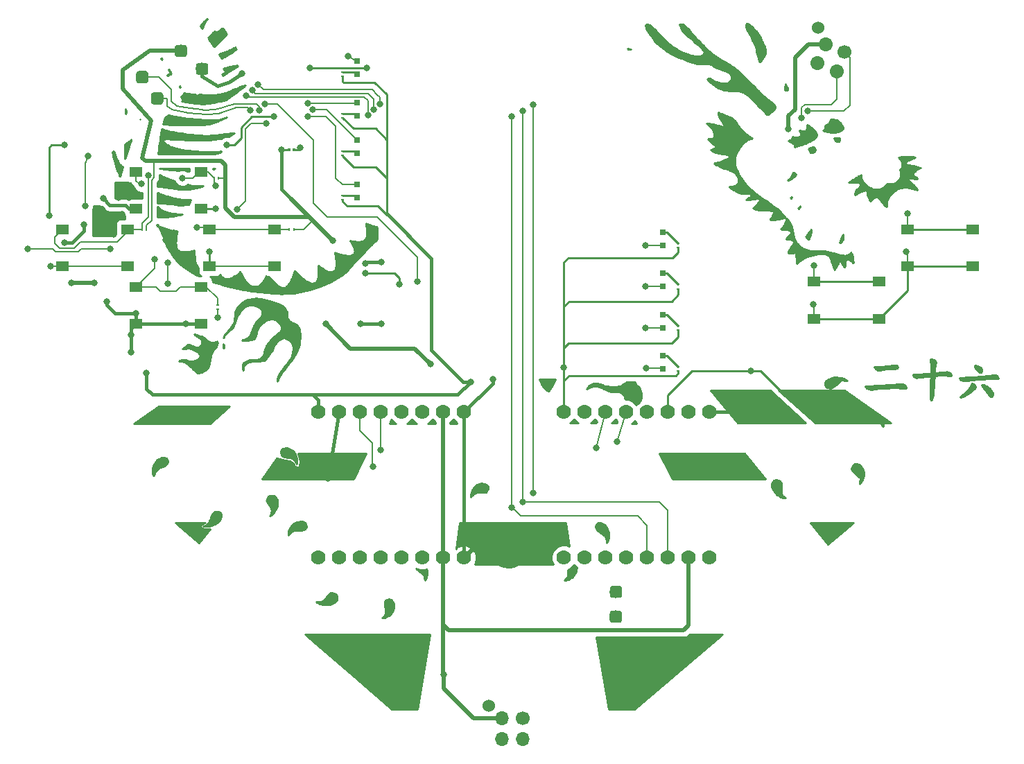
<source format=gtl>
G04 #@! TF.GenerationSoftware,KiCad,Pcbnew,(5.0.0-rc2-dev-321-g78161b592)*
G04 #@! TF.CreationDate,2018-06-20T02:06:45-06:00*
G04 #@! TF.ProjectId,dragon,647261676F6E2E6B696361645F706362,1.0*
G04 #@! TF.SameCoordinates,Original*
G04 #@! TF.FileFunction,Copper,L1,Top,Signal*
G04 #@! TF.FilePolarity,Positive*
%FSLAX46Y46*%
G04 Gerber Fmt 4.6, Leading zero omitted, Abs format (unit mm)*
G04 Created by KiCad (PCBNEW (5.0.0-rc2-dev-321-g78161b592)) date 06/20/18 02:06:45*
%MOMM*%
%LPD*%
G01*
G04 APERTURE LIST*
%ADD10C,1.524000*%
%ADD11C,1.700000*%
%ADD12C,1.700000*%
%ADD13O,1.700000X1.700000*%
%ADD14R,1.550000X1.300000*%
%ADD15C,1.778000*%
%ADD16R,0.300000X0.350000*%
%ADD17R,0.800000X0.800000*%
%ADD18R,0.430000X0.280000*%
%ADD19R,0.280000X0.430000*%
%ADD20C,0.100000*%
%ADD21C,1.500000*%
%ADD22C,0.800000*%
%ADD23C,0.400000*%
%ADD24C,0.250000*%
%ADD25C,0.150000*%
%ADD26C,0.500000*%
%ADD27C,0.254000*%
G04 APERTURE END LIST*
D10*
X178312327Y-61110099D03*
D11*
X181565270Y-64127187D03*
X180572813Y-66465270D03*
D12*
X180572813Y-66465270D02*
X180572813Y-66465270D01*
D11*
X179227187Y-63134730D03*
D12*
X179227187Y-63134730D02*
X179227187Y-63134730D01*
D11*
X178234730Y-65472813D03*
D12*
X178234730Y-65472813D02*
X178234730Y-65472813D01*
D10*
X138096780Y-143919831D03*
D11*
X142270000Y-145426051D03*
D13*
X142270000Y-147966051D03*
X139730000Y-145426051D03*
X139730000Y-147966051D03*
D14*
X104025000Y-85750000D03*
X111975000Y-85750000D03*
X104025000Y-90250000D03*
X111975000Y-90250000D03*
X95025000Y-78750000D03*
X102975000Y-78750000D03*
X95025000Y-83250000D03*
X102975000Y-83250000D03*
X95025000Y-92750000D03*
X102975000Y-92750000D03*
X95025000Y-97250000D03*
X102975000Y-97250000D03*
X86025000Y-85750000D03*
X93975000Y-85750000D03*
X86025000Y-90250000D03*
X93975000Y-90250000D03*
X177825000Y-92150000D03*
X185775000Y-92150000D03*
X177825000Y-96650000D03*
X185775000Y-96650000D03*
X189225000Y-85750000D03*
X197175000Y-85750000D03*
X189225000Y-90250000D03*
X197175000Y-90250000D03*
D15*
X117270000Y-108070000D03*
X119810000Y-108070000D03*
X122350000Y-108070000D03*
X124890000Y-108070000D03*
X127430000Y-108070000D03*
X129970000Y-108070000D03*
X132510000Y-108070000D03*
X135050000Y-108070000D03*
X117270000Y-125850000D03*
X119810000Y-125850000D03*
X122350000Y-125850000D03*
X124890000Y-125850000D03*
X127430000Y-125850000D03*
X129970000Y-125850000D03*
X132510000Y-125850000D03*
X135050000Y-125850000D03*
X147270000Y-108070000D03*
X149810000Y-108070000D03*
X152350000Y-108070000D03*
X154890000Y-108070000D03*
X157430000Y-108070000D03*
X159970000Y-108070000D03*
X162510000Y-108070000D03*
X165050000Y-108070000D03*
X147270000Y-125850000D03*
X149810000Y-125850000D03*
X152350000Y-125850000D03*
X154890000Y-125850000D03*
X157430000Y-125850000D03*
X159970000Y-125850000D03*
X162510000Y-125850000D03*
X165050000Y-125850000D03*
D16*
X113720000Y-76050000D03*
X114280000Y-76050000D03*
D17*
X159350000Y-102799999D03*
X159350000Y-101199999D03*
X159350000Y-96166666D03*
X159350000Y-97766666D03*
X159350000Y-91133333D03*
X159350000Y-92733333D03*
X159375000Y-87700000D03*
X159375000Y-86100000D03*
X122000000Y-81899995D03*
X122000000Y-80299995D03*
X122000000Y-74817497D03*
X122000000Y-76417497D03*
X122000000Y-70249999D03*
X122000000Y-71849999D03*
X122000000Y-65225000D03*
X122000000Y-66825000D03*
D18*
X161250000Y-103060000D03*
X161250000Y-102540000D03*
X161250000Y-97515000D03*
X161250000Y-98035000D03*
X161250000Y-93010000D03*
X161250000Y-92490000D03*
X161250000Y-87440000D03*
X161250000Y-87960000D03*
X120250000Y-82160000D03*
X120250000Y-81640000D03*
X120250000Y-76165000D03*
X120250000Y-76685000D03*
X120250000Y-71590000D03*
X120250000Y-72110000D03*
X120250000Y-67085000D03*
X120250000Y-66565000D03*
D19*
X105085000Y-79500000D03*
X104565000Y-79500000D03*
D18*
X104975000Y-94990000D03*
X104975000Y-95510000D03*
D19*
X96285000Y-85725000D03*
X95765000Y-85725000D03*
X113765000Y-85750000D03*
X114285000Y-85750000D03*
D20*
G36*
X154051756Y-129251806D02*
X154088159Y-129257206D01*
X154123857Y-129266147D01*
X154158506Y-129278545D01*
X154191774Y-129294280D01*
X154223339Y-129313199D01*
X154252897Y-129335121D01*
X154280165Y-129359835D01*
X154304879Y-129387103D01*
X154326801Y-129416661D01*
X154345720Y-129448226D01*
X154361455Y-129481494D01*
X154373853Y-129516143D01*
X154382794Y-129551841D01*
X154388194Y-129588244D01*
X154390000Y-129625000D01*
X154390000Y-130375000D01*
X154388194Y-130411756D01*
X154382794Y-130448159D01*
X154373853Y-130483857D01*
X154361455Y-130518506D01*
X154345720Y-130551774D01*
X154326801Y-130583339D01*
X154304879Y-130612897D01*
X154280165Y-130640165D01*
X154252897Y-130664879D01*
X154223339Y-130686801D01*
X154191774Y-130705720D01*
X154158506Y-130721455D01*
X154123857Y-130733853D01*
X154088159Y-130742794D01*
X154051756Y-130748194D01*
X154015000Y-130750000D01*
X153265000Y-130750000D01*
X153228244Y-130748194D01*
X153191841Y-130742794D01*
X153156143Y-130733853D01*
X153121494Y-130721455D01*
X153088226Y-130705720D01*
X153056661Y-130686801D01*
X153027103Y-130664879D01*
X152999835Y-130640165D01*
X152975121Y-130612897D01*
X152953199Y-130583339D01*
X152934280Y-130551774D01*
X152918545Y-130518506D01*
X152906147Y-130483857D01*
X152897206Y-130448159D01*
X152891806Y-130411756D01*
X152890000Y-130375000D01*
X152890000Y-129625000D01*
X152891806Y-129588244D01*
X152897206Y-129551841D01*
X152906147Y-129516143D01*
X152918545Y-129481494D01*
X152934280Y-129448226D01*
X152953199Y-129416661D01*
X152975121Y-129387103D01*
X152999835Y-129359835D01*
X153027103Y-129335121D01*
X153056661Y-129313199D01*
X153088226Y-129294280D01*
X153121494Y-129278545D01*
X153156143Y-129266147D01*
X153191841Y-129257206D01*
X153228244Y-129251806D01*
X153265000Y-129250000D01*
X154015000Y-129250000D01*
X154051756Y-129251806D01*
X154051756Y-129251806D01*
G37*
D21*
X153640000Y-130000000D03*
D20*
G36*
X96211756Y-66401806D02*
X96248159Y-66407206D01*
X96283857Y-66416147D01*
X96318506Y-66428545D01*
X96351774Y-66444280D01*
X96383339Y-66463199D01*
X96412897Y-66485121D01*
X96440165Y-66509835D01*
X96464879Y-66537103D01*
X96486801Y-66566661D01*
X96505720Y-66598226D01*
X96521455Y-66631494D01*
X96533853Y-66666143D01*
X96542794Y-66701841D01*
X96548194Y-66738244D01*
X96550000Y-66775000D01*
X96550000Y-67525000D01*
X96548194Y-67561756D01*
X96542794Y-67598159D01*
X96533853Y-67633857D01*
X96521455Y-67668506D01*
X96505720Y-67701774D01*
X96486801Y-67733339D01*
X96464879Y-67762897D01*
X96440165Y-67790165D01*
X96412897Y-67814879D01*
X96383339Y-67836801D01*
X96351774Y-67855720D01*
X96318506Y-67871455D01*
X96283857Y-67883853D01*
X96248159Y-67892794D01*
X96211756Y-67898194D01*
X96175000Y-67900000D01*
X95425000Y-67900000D01*
X95388244Y-67898194D01*
X95351841Y-67892794D01*
X95316143Y-67883853D01*
X95281494Y-67871455D01*
X95248226Y-67855720D01*
X95216661Y-67836801D01*
X95187103Y-67814879D01*
X95159835Y-67790165D01*
X95135121Y-67762897D01*
X95113199Y-67733339D01*
X95094280Y-67701774D01*
X95078545Y-67668506D01*
X95066147Y-67633857D01*
X95057206Y-67598159D01*
X95051806Y-67561756D01*
X95050000Y-67525000D01*
X95050000Y-66775000D01*
X95051806Y-66738244D01*
X95057206Y-66701841D01*
X95066147Y-66666143D01*
X95078545Y-66631494D01*
X95094280Y-66598226D01*
X95113199Y-66566661D01*
X95135121Y-66537103D01*
X95159835Y-66509835D01*
X95187103Y-66485121D01*
X95216661Y-66463199D01*
X95248226Y-66444280D01*
X95281494Y-66428545D01*
X95316143Y-66416147D01*
X95351841Y-66407206D01*
X95388244Y-66401806D01*
X95425000Y-66400000D01*
X96175000Y-66400000D01*
X96211756Y-66401806D01*
X96211756Y-66401806D01*
G37*
D21*
X95800000Y-67150000D03*
D20*
G36*
X98028424Y-69001806D02*
X98064827Y-69007206D01*
X98100525Y-69016147D01*
X98135174Y-69028545D01*
X98168442Y-69044280D01*
X98200007Y-69063199D01*
X98229565Y-69085121D01*
X98256833Y-69109835D01*
X98281547Y-69137103D01*
X98303469Y-69166661D01*
X98322388Y-69198226D01*
X98338123Y-69231494D01*
X98350521Y-69266143D01*
X98359462Y-69301841D01*
X98364862Y-69338244D01*
X98366668Y-69375000D01*
X98366668Y-70125000D01*
X98364862Y-70161756D01*
X98359462Y-70198159D01*
X98350521Y-70233857D01*
X98338123Y-70268506D01*
X98322388Y-70301774D01*
X98303469Y-70333339D01*
X98281547Y-70362897D01*
X98256833Y-70390165D01*
X98229565Y-70414879D01*
X98200007Y-70436801D01*
X98168442Y-70455720D01*
X98135174Y-70471455D01*
X98100525Y-70483853D01*
X98064827Y-70492794D01*
X98028424Y-70498194D01*
X97991668Y-70500000D01*
X97241668Y-70500000D01*
X97204912Y-70498194D01*
X97168509Y-70492794D01*
X97132811Y-70483853D01*
X97098162Y-70471455D01*
X97064894Y-70455720D01*
X97033329Y-70436801D01*
X97003771Y-70414879D01*
X96976503Y-70390165D01*
X96951789Y-70362897D01*
X96929867Y-70333339D01*
X96910948Y-70301774D01*
X96895213Y-70268506D01*
X96882815Y-70233857D01*
X96873874Y-70198159D01*
X96868474Y-70161756D01*
X96866668Y-70125000D01*
X96866668Y-69375000D01*
X96868474Y-69338244D01*
X96873874Y-69301841D01*
X96882815Y-69266143D01*
X96895213Y-69231494D01*
X96910948Y-69198226D01*
X96929867Y-69166661D01*
X96951789Y-69137103D01*
X96976503Y-69109835D01*
X97003771Y-69085121D01*
X97033329Y-69063199D01*
X97064894Y-69044280D01*
X97098162Y-69028545D01*
X97132811Y-69016147D01*
X97168509Y-69007206D01*
X97204912Y-69001806D01*
X97241668Y-69000000D01*
X97991668Y-69000000D01*
X98028424Y-69001806D01*
X98028424Y-69001806D01*
G37*
D21*
X97616668Y-69750000D03*
D20*
G36*
X154041756Y-132291806D02*
X154078159Y-132297206D01*
X154113857Y-132306147D01*
X154148506Y-132318545D01*
X154181774Y-132334280D01*
X154213339Y-132353199D01*
X154242897Y-132375121D01*
X154270165Y-132399835D01*
X154294879Y-132427103D01*
X154316801Y-132456661D01*
X154335720Y-132488226D01*
X154351455Y-132521494D01*
X154363853Y-132556143D01*
X154372794Y-132591841D01*
X154378194Y-132628244D01*
X154380000Y-132665000D01*
X154380000Y-133415000D01*
X154378194Y-133451756D01*
X154372794Y-133488159D01*
X154363853Y-133523857D01*
X154351455Y-133558506D01*
X154335720Y-133591774D01*
X154316801Y-133623339D01*
X154294879Y-133652897D01*
X154270165Y-133680165D01*
X154242897Y-133704879D01*
X154213339Y-133726801D01*
X154181774Y-133745720D01*
X154148506Y-133761455D01*
X154113857Y-133773853D01*
X154078159Y-133782794D01*
X154041756Y-133788194D01*
X154005000Y-133790000D01*
X153255000Y-133790000D01*
X153218244Y-133788194D01*
X153181841Y-133782794D01*
X153146143Y-133773853D01*
X153111494Y-133761455D01*
X153078226Y-133745720D01*
X153046661Y-133726801D01*
X153017103Y-133704879D01*
X152989835Y-133680165D01*
X152965121Y-133652897D01*
X152943199Y-133623339D01*
X152924280Y-133591774D01*
X152908545Y-133558506D01*
X152896147Y-133523857D01*
X152887206Y-133488159D01*
X152881806Y-133451756D01*
X152880000Y-133415000D01*
X152880000Y-132665000D01*
X152881806Y-132628244D01*
X152887206Y-132591841D01*
X152896147Y-132556143D01*
X152908545Y-132521494D01*
X152924280Y-132488226D01*
X152943199Y-132456661D01*
X152965121Y-132427103D01*
X152989835Y-132399835D01*
X153017103Y-132375121D01*
X153046661Y-132353199D01*
X153078226Y-132334280D01*
X153111494Y-132318545D01*
X153146143Y-132306147D01*
X153181841Y-132297206D01*
X153218244Y-132291806D01*
X153255000Y-132290000D01*
X154005000Y-132290000D01*
X154041756Y-132291806D01*
X154041756Y-132291806D01*
G37*
D21*
X153630000Y-133040000D03*
D20*
G36*
X103511756Y-65401806D02*
X103548159Y-65407206D01*
X103583857Y-65416147D01*
X103618506Y-65428545D01*
X103651774Y-65444280D01*
X103683339Y-65463199D01*
X103712897Y-65485121D01*
X103740165Y-65509835D01*
X103764879Y-65537103D01*
X103786801Y-65566661D01*
X103805720Y-65598226D01*
X103821455Y-65631494D01*
X103833853Y-65666143D01*
X103842794Y-65701841D01*
X103848194Y-65738244D01*
X103850000Y-65775000D01*
X103850000Y-66525000D01*
X103848194Y-66561756D01*
X103842794Y-66598159D01*
X103833853Y-66633857D01*
X103821455Y-66668506D01*
X103805720Y-66701774D01*
X103786801Y-66733339D01*
X103764879Y-66762897D01*
X103740165Y-66790165D01*
X103712897Y-66814879D01*
X103683339Y-66836801D01*
X103651774Y-66855720D01*
X103618506Y-66871455D01*
X103583857Y-66883853D01*
X103548159Y-66892794D01*
X103511756Y-66898194D01*
X103475000Y-66900000D01*
X102725000Y-66900000D01*
X102688244Y-66898194D01*
X102651841Y-66892794D01*
X102616143Y-66883853D01*
X102581494Y-66871455D01*
X102548226Y-66855720D01*
X102516661Y-66836801D01*
X102487103Y-66814879D01*
X102459835Y-66790165D01*
X102435121Y-66762897D01*
X102413199Y-66733339D01*
X102394280Y-66701774D01*
X102378545Y-66668506D01*
X102366147Y-66633857D01*
X102357206Y-66598159D01*
X102351806Y-66561756D01*
X102350000Y-66525000D01*
X102350000Y-65775000D01*
X102351806Y-65738244D01*
X102357206Y-65701841D01*
X102366147Y-65666143D01*
X102378545Y-65631494D01*
X102394280Y-65598226D01*
X102413199Y-65566661D01*
X102435121Y-65537103D01*
X102459835Y-65509835D01*
X102487103Y-65485121D01*
X102516661Y-65463199D01*
X102548226Y-65444280D01*
X102581494Y-65428545D01*
X102616143Y-65416147D01*
X102651841Y-65407206D01*
X102688244Y-65401806D01*
X102725000Y-65400000D01*
X103475000Y-65400000D01*
X103511756Y-65401806D01*
X103511756Y-65401806D01*
G37*
D21*
X103100000Y-66150000D03*
D20*
G36*
X100911756Y-63201806D02*
X100948159Y-63207206D01*
X100983857Y-63216147D01*
X101018506Y-63228545D01*
X101051774Y-63244280D01*
X101083339Y-63263199D01*
X101112897Y-63285121D01*
X101140165Y-63309835D01*
X101164879Y-63337103D01*
X101186801Y-63366661D01*
X101205720Y-63398226D01*
X101221455Y-63431494D01*
X101233853Y-63466143D01*
X101242794Y-63501841D01*
X101248194Y-63538244D01*
X101250000Y-63575000D01*
X101250000Y-64325000D01*
X101248194Y-64361756D01*
X101242794Y-64398159D01*
X101233853Y-64433857D01*
X101221455Y-64468506D01*
X101205720Y-64501774D01*
X101186801Y-64533339D01*
X101164879Y-64562897D01*
X101140165Y-64590165D01*
X101112897Y-64614879D01*
X101083339Y-64636801D01*
X101051774Y-64655720D01*
X101018506Y-64671455D01*
X100983857Y-64683853D01*
X100948159Y-64692794D01*
X100911756Y-64698194D01*
X100875000Y-64700000D01*
X100125000Y-64700000D01*
X100088244Y-64698194D01*
X100051841Y-64692794D01*
X100016143Y-64683853D01*
X99981494Y-64671455D01*
X99948226Y-64655720D01*
X99916661Y-64636801D01*
X99887103Y-64614879D01*
X99859835Y-64590165D01*
X99835121Y-64562897D01*
X99813199Y-64533339D01*
X99794280Y-64501774D01*
X99778545Y-64468506D01*
X99766147Y-64433857D01*
X99757206Y-64398159D01*
X99751806Y-64361756D01*
X99750000Y-64325000D01*
X99750000Y-63575000D01*
X99751806Y-63538244D01*
X99757206Y-63501841D01*
X99766147Y-63466143D01*
X99778545Y-63431494D01*
X99794280Y-63398226D01*
X99813199Y-63366661D01*
X99835121Y-63337103D01*
X99859835Y-63309835D01*
X99887103Y-63285121D01*
X99916661Y-63263199D01*
X99948226Y-63244280D01*
X99981494Y-63228545D01*
X100016143Y-63216147D01*
X100051841Y-63207206D01*
X100088244Y-63201806D01*
X100125000Y-63200000D01*
X100875000Y-63200000D01*
X100911756Y-63201806D01*
X100911756Y-63201806D01*
G37*
D21*
X100500000Y-63950000D03*
D22*
X123050000Y-89930000D03*
X124990000Y-89730000D03*
X122430000Y-97250000D03*
X124950000Y-97270000D03*
X118480000Y-116140000D03*
X94400000Y-100710000D03*
X116290000Y-66050000D03*
X99400000Y-80420000D03*
X100020000Y-82360000D03*
X91000000Y-81970000D03*
X92470000Y-84700000D03*
X92330000Y-86390000D03*
X93350000Y-83940000D03*
X123200000Y-66000000D03*
X95000000Y-96000000D03*
X94400000Y-98600000D03*
X89970000Y-92310000D03*
X87150000Y-92280000D03*
X98900000Y-92400000D03*
X98900000Y-89800000D03*
X131000000Y-102220000D03*
X127180000Y-92420000D03*
X123070000Y-91090000D03*
X174700000Y-73500000D03*
X132600000Y-140100000D03*
X86275000Y-87350000D03*
X115100000Y-75750000D03*
X88650000Y-85175000D03*
X101900000Y-89200000D03*
X98500000Y-85900000D03*
X101125000Y-97250000D03*
X91475000Y-94575000D03*
X91900000Y-88100000D03*
X129390000Y-92080000D03*
X143500000Y-117900000D03*
X143500000Y-70500000D03*
X94140000Y-81880000D03*
X94120000Y-80430000D03*
X92890000Y-81890000D03*
X92910000Y-80470000D03*
X135900000Y-104375000D03*
X177100000Y-71300000D03*
X176300000Y-72100000D03*
X111875000Y-72000000D03*
X106075000Y-75450000D03*
X104775000Y-83250000D03*
X138600000Y-104050000D03*
X107950000Y-66725000D03*
X84575000Y-90250000D03*
X177700000Y-94900000D03*
X189050000Y-88500000D03*
X104000000Y-88500000D03*
X86283521Y-75427502D03*
X84400000Y-84100000D03*
X107400000Y-83300000D03*
X110975000Y-72825000D03*
X104975000Y-96475000D03*
X118200000Y-97300000D03*
X119050000Y-87100000D03*
X112800000Y-76000000D03*
X81800000Y-88100000D03*
X110775000Y-70450000D03*
X110050000Y-71200000D03*
X108975000Y-71175000D03*
X124825000Y-70425000D03*
X109950000Y-68075000D03*
X89200000Y-76825000D03*
X96325000Y-103325000D03*
X147270000Y-102600000D03*
X142250000Y-119000000D03*
X142250000Y-71325000D03*
X124075000Y-71100000D03*
X109225000Y-68775000D03*
X140900000Y-119750000D03*
X140900000Y-71950000D03*
X123375000Y-71825000D03*
X108475000Y-69450000D03*
X104740000Y-80450000D03*
X95700000Y-80200000D03*
X100700000Y-79500000D03*
X97300000Y-89400000D03*
X96500000Y-79175000D03*
X102475000Y-85500000D03*
X170100000Y-103025000D03*
X157300000Y-102725000D03*
X157275000Y-97800000D03*
X157275000Y-92725000D03*
X157250000Y-87700000D03*
X116000000Y-71950000D03*
X116625000Y-71150000D03*
X115975000Y-70375000D03*
X120900000Y-64600000D03*
X153800000Y-111700000D03*
X124900000Y-112700000D03*
X151200000Y-112400000D03*
X123975000Y-114750000D03*
X88800000Y-82900000D03*
X177800000Y-90200000D03*
X189250000Y-83850000D03*
D23*
X124990000Y-89730000D02*
X123250000Y-89730000D01*
X123250000Y-89730000D02*
X123050000Y-89930000D01*
X122450000Y-97270000D02*
X122430000Y-97250000D01*
X124950000Y-97270000D02*
X122450000Y-97270000D01*
X118480000Y-116140000D02*
X119810000Y-108070000D01*
X94400000Y-100710000D02*
X94400000Y-98600000D01*
D24*
X116290000Y-66050000D02*
X116800000Y-66000000D01*
X116800000Y-66000000D02*
X123200000Y-66000000D01*
D23*
X91830000Y-82800000D02*
X91000000Y-81970000D01*
X93730000Y-82800000D02*
X91830000Y-82800000D01*
X94180000Y-83250000D02*
X93730000Y-82800000D01*
X95025000Y-83250000D02*
X94180000Y-83250000D01*
D25*
X95025000Y-83250000D02*
X95025000Y-82925000D01*
D23*
X95000000Y-96000000D02*
X95000000Y-97225000D01*
X95000000Y-97225000D02*
X95025000Y-97250000D01*
X91475000Y-94975000D02*
X92500000Y-96000000D01*
X92500000Y-96000000D02*
X95000000Y-96000000D01*
X91475000Y-94575000D02*
X91475000Y-94975000D01*
X94400000Y-98600000D02*
X94400000Y-97875000D01*
X94400000Y-97875000D02*
X95025000Y-97250000D01*
D26*
X87180000Y-92310000D02*
X89970000Y-92310000D01*
X87150000Y-92280000D02*
X87180000Y-92310000D01*
D25*
X98900000Y-89800000D02*
X98900000Y-92400000D01*
X108400000Y-73500000D02*
X108400000Y-82300000D01*
X108400000Y-82300000D02*
X107400000Y-83300000D01*
X109075000Y-72825000D02*
X108400000Y-73500000D01*
X110975000Y-72825000D02*
X109075000Y-72825000D01*
D26*
X129080000Y-100300000D02*
X131000000Y-102220000D01*
X121200000Y-100300000D02*
X129080000Y-100300000D01*
D24*
X127180000Y-91680000D02*
X127180000Y-92420000D01*
X126630000Y-91130000D02*
X127180000Y-91680000D01*
X126630000Y-91090000D02*
X126630000Y-91130000D01*
X123070000Y-91090000D02*
X126630000Y-91090000D01*
D26*
X95775000Y-77005000D02*
X96160000Y-77390000D01*
X93425000Y-68600000D02*
X96860000Y-72450000D01*
X96860000Y-72450000D02*
X95775000Y-77005000D01*
X93400000Y-66325000D02*
X93425000Y-68600000D01*
X100500000Y-63950000D02*
X96750000Y-63950000D01*
X96750000Y-63950000D02*
X93400000Y-66325000D01*
X96160000Y-77390000D02*
X97160000Y-77390000D01*
D25*
X96925000Y-79735000D02*
X97220000Y-79440000D01*
X97220000Y-79440000D02*
X97220000Y-77450000D01*
X96925000Y-84650000D02*
X96925000Y-79735000D01*
X96285000Y-85290000D02*
X96925000Y-84650000D01*
X96285000Y-85725000D02*
X96285000Y-85290000D01*
D26*
X97160000Y-77390000D02*
X105470000Y-77390000D01*
D25*
X97220000Y-77450000D02*
X97160000Y-77390000D01*
D26*
X105470000Y-77390000D02*
X105930000Y-77850000D01*
X105930000Y-77850000D02*
X105930000Y-79490000D01*
X105930000Y-79490000D02*
X105930000Y-83130000D01*
D25*
X105085000Y-79500000D02*
X105920000Y-79500000D01*
X105920000Y-79500000D02*
X105930000Y-79490000D01*
D26*
X105930000Y-83130000D02*
X107000000Y-84200000D01*
X116175000Y-84200000D02*
X113900000Y-81925000D01*
X116600000Y-84625000D02*
X116175000Y-84200000D01*
X107000000Y-84200000D02*
X116175000Y-84200000D01*
X175500000Y-71100000D02*
X174700000Y-71900000D01*
X174700000Y-71900000D02*
X174700000Y-73500000D01*
X175500000Y-64800000D02*
X175500000Y-71100000D01*
X177165270Y-63134730D02*
X175500000Y-64800000D01*
X179227187Y-63134730D02*
X177165270Y-63134730D01*
X132600000Y-141800000D02*
X136226051Y-145426051D01*
X136226051Y-145426051D02*
X139730000Y-145426051D01*
X132600000Y-140100000D02*
X132600000Y-141800000D01*
X118200000Y-97300000D02*
X121200000Y-100300000D01*
D23*
X87225000Y-87350000D02*
X88650000Y-85900000D01*
X86275000Y-87350000D02*
X87225000Y-87350000D01*
X88650000Y-85900000D02*
X88650000Y-85175000D01*
X138600000Y-104050000D02*
X138600000Y-104520000D01*
X138600000Y-104520000D02*
X135050000Y-108070000D01*
D24*
X114800000Y-76050000D02*
X115100000Y-75750000D01*
X114280000Y-76050000D02*
X114800000Y-76050000D01*
X189225000Y-90250000D02*
X189225000Y-93200000D01*
X189225000Y-93200000D02*
X185775000Y-96650000D01*
X189225000Y-90250000D02*
X197175000Y-90250000D01*
X185775000Y-96650000D02*
X177825000Y-96650000D01*
D23*
X101125000Y-97250000D02*
X95025000Y-97250000D01*
X102975000Y-97250000D02*
X101125000Y-97250000D01*
D25*
X85210000Y-88460000D02*
X84850000Y-88100000D01*
X84850000Y-88100000D02*
X81800000Y-88100000D01*
X87970000Y-88460000D02*
X85210000Y-88460000D01*
X88330000Y-88100000D02*
X87970000Y-88460000D01*
X91900000Y-88100000D02*
X88330000Y-88100000D01*
X129390000Y-89150000D02*
X129390000Y-92080000D01*
X124515000Y-84275000D02*
X129390000Y-89150000D01*
X124425000Y-84275000D02*
X124515000Y-84275000D01*
X124425000Y-84275000D02*
X124445000Y-84275000D01*
X143500000Y-71800000D02*
X143500000Y-117900000D01*
X143500000Y-70500000D02*
X143500000Y-71800000D01*
D23*
X131080000Y-89280000D02*
X131080000Y-100460000D01*
X125650000Y-83850000D02*
X131080000Y-89280000D01*
X131080000Y-100460000D02*
X134995000Y-104375000D01*
X134995000Y-104375000D02*
X135900000Y-104375000D01*
X116625000Y-105950000D02*
X134325000Y-105950000D01*
X134325000Y-105950000D02*
X135900000Y-104375000D01*
D25*
X158900000Y-119000000D02*
X159970000Y-120070000D01*
X159970000Y-120070000D02*
X159970000Y-125850000D01*
X142250000Y-119000000D02*
X158900000Y-119000000D01*
X182200000Y-70600000D02*
X182200000Y-64761917D01*
X182200000Y-64761917D02*
X181565270Y-64127187D01*
X181500000Y-71300000D02*
X182200000Y-70600000D01*
X177100000Y-71300000D02*
X181500000Y-71300000D01*
X177100000Y-71300000D02*
X177125000Y-71325000D01*
X176300000Y-70900000D02*
X176700000Y-70500000D01*
X176300000Y-72100000D02*
X176300000Y-70900000D01*
X176700000Y-70500000D02*
X179900000Y-70500000D01*
X179900000Y-70500000D02*
X180572813Y-69827187D01*
X180572813Y-69827187D02*
X180572813Y-66465270D01*
X181172813Y-66227187D02*
X181172813Y-65965270D01*
X93975000Y-90250000D02*
X86025000Y-90250000D01*
X111975000Y-90250000D02*
X104025000Y-90250000D01*
D24*
X109150000Y-72000000D02*
X111875000Y-72000000D01*
X107875000Y-73275000D02*
X109150000Y-72000000D01*
X107875000Y-74625000D02*
X107875000Y-73275000D01*
X107050000Y-75450000D02*
X107875000Y-74625000D01*
X107025000Y-75450000D02*
X107050000Y-75450000D01*
X106075000Y-75450000D02*
X107025000Y-75450000D01*
X102975000Y-83250000D02*
X104775000Y-83250000D01*
X135050000Y-107600000D02*
X135050000Y-108070000D01*
D23*
X135050000Y-108070000D02*
X135050000Y-125850000D01*
X165050000Y-108070000D02*
X167820000Y-108070000D01*
X103100000Y-67050000D02*
X105000000Y-68200000D01*
X103100000Y-66150000D02*
X103100000Y-67050000D01*
X105000000Y-68200000D02*
X106450000Y-67700000D01*
X106450000Y-67700000D02*
X107950000Y-66725000D01*
D25*
X86025000Y-90250000D02*
X84575000Y-90250000D01*
X177825000Y-95025000D02*
X177700000Y-94900000D01*
X177825000Y-96650000D02*
X177825000Y-95025000D01*
X189225000Y-88675000D02*
X189050000Y-88500000D01*
X189225000Y-90250000D02*
X189225000Y-88675000D01*
D24*
X104025000Y-88525000D02*
X104000000Y-88500000D01*
X104025000Y-90250000D02*
X104025000Y-88525000D01*
X84727703Y-75427502D02*
X86283521Y-75427502D01*
X84400000Y-75755205D02*
X84727703Y-75427502D01*
X84400000Y-84100000D02*
X84400000Y-75755205D01*
D26*
X158715000Y-134700000D02*
X133175000Y-134700000D01*
X161900000Y-134700000D02*
X158715000Y-134700000D01*
D25*
X104975000Y-95510000D02*
X104975000Y-96475000D01*
D23*
X113900000Y-81925000D02*
X112800000Y-80825000D01*
X112800000Y-79525000D02*
X112800000Y-76000000D01*
X112800000Y-80825000D02*
X112800000Y-79525000D01*
D25*
X112775000Y-79500000D02*
X112800000Y-79525000D01*
D26*
X119050000Y-87075000D02*
X116600000Y-84625000D01*
D25*
X114285000Y-85750000D02*
X115475000Y-85750000D01*
X115475000Y-85750000D02*
X116600000Y-84625000D01*
D23*
X119050000Y-87100000D02*
X119050000Y-87075000D01*
D26*
X132510000Y-116575000D02*
X132510000Y-125850000D01*
X132510000Y-108070000D02*
X132510000Y-116575000D01*
X161900000Y-134700000D02*
X162510000Y-134090000D01*
X162510000Y-134090000D02*
X162510000Y-125850000D01*
X132510000Y-134035000D02*
X133175000Y-134700000D01*
X132510000Y-125850000D02*
X132510000Y-133900000D01*
X132510000Y-133900000D02*
X132510000Y-140002102D01*
D23*
X132510000Y-133900000D02*
X132510000Y-134035000D01*
D24*
X112800000Y-76000000D02*
X113670000Y-76000000D01*
X113670000Y-76000000D02*
X113720000Y-76050000D01*
X159350000Y-101199999D02*
X159909999Y-101199999D01*
X159909999Y-101199999D02*
X161250000Y-102540000D01*
X159350000Y-96166666D02*
X159901666Y-96166666D01*
X159901666Y-96166666D02*
X161250000Y-97515000D01*
X159350000Y-91133333D02*
X159893333Y-91133333D01*
X159893333Y-91133333D02*
X161250000Y-92490000D01*
X159375000Y-86100000D02*
X159910000Y-86100000D01*
X159910000Y-86100000D02*
X161250000Y-87440000D01*
X120250000Y-81640000D02*
X121740005Y-81640000D01*
X121740005Y-81640000D02*
X122000000Y-81899995D01*
X120250000Y-76165000D02*
X121747503Y-76165000D01*
X121747503Y-76165000D02*
X122000000Y-76417497D01*
X120250000Y-71590000D02*
X121740001Y-71590000D01*
X121740001Y-71590000D02*
X122000000Y-71849999D01*
X120250000Y-66565000D02*
X121740000Y-66565000D01*
X121740000Y-66565000D02*
X122000000Y-66825000D01*
D25*
X116725000Y-82575000D02*
X116725000Y-74850000D01*
X118425000Y-84275000D02*
X116725000Y-82575000D01*
X124425000Y-84275000D02*
X118425000Y-84275000D01*
X112325000Y-70450000D02*
X110775000Y-70450000D01*
X116725000Y-74850000D02*
X112325000Y-70450000D01*
X102374367Y-71052735D02*
X101600000Y-70950000D01*
X103100000Y-71150000D02*
X102374367Y-71052735D01*
X103276527Y-71164573D02*
X103100000Y-71150000D01*
X105000000Y-71050000D02*
X104650000Y-71100000D01*
X101600000Y-70950000D02*
X100000000Y-70700000D01*
X106150000Y-70700000D02*
X105700000Y-70850000D01*
X105700000Y-70850000D02*
X105000000Y-71050000D01*
X106756637Y-70507951D02*
X106150000Y-70700000D01*
X110050000Y-71200000D02*
X110050000Y-70775000D01*
X107000000Y-70450000D02*
X106756637Y-70507951D01*
X110050000Y-70775000D02*
X109725000Y-70450000D01*
X104650000Y-71100000D02*
X103276527Y-71164573D01*
X109725000Y-70450000D02*
X107000000Y-70450000D01*
X100000000Y-70700000D02*
X99348838Y-70082599D01*
X99348838Y-70082599D02*
X99348838Y-68662434D01*
X99348838Y-68662434D02*
X97836404Y-67150000D01*
X97836404Y-67150000D02*
X95799998Y-67150000D01*
X107300000Y-70850000D02*
X105050000Y-71650000D01*
X99400000Y-71150000D02*
X98800000Y-70700000D01*
X108650000Y-70850000D02*
X107300000Y-70850000D01*
X103650000Y-71700000D02*
X101450000Y-71500000D01*
X108975000Y-71175000D02*
X108650000Y-70850000D01*
X105050000Y-71650000D02*
X103650000Y-71700000D01*
X101450000Y-71500000D02*
X99400000Y-71150000D01*
X98800000Y-70700000D02*
X98813805Y-69750000D01*
X98813805Y-69750000D02*
X97450000Y-69750000D01*
X124825000Y-69625000D02*
X124825000Y-70425000D01*
X124500000Y-69300000D02*
X124825000Y-69625000D01*
X123900000Y-68700000D02*
X124500000Y-69300000D01*
X110575000Y-68700000D02*
X123900000Y-68700000D01*
X109950000Y-68075000D02*
X110575000Y-68700000D01*
X89200000Y-76825000D02*
X88800000Y-77700000D01*
X88800000Y-77700000D02*
X88800000Y-81400000D01*
X88800000Y-81400000D02*
X88800000Y-82900000D01*
D24*
X125650000Y-83850000D02*
X125650000Y-84000000D01*
X125650000Y-79475000D02*
X125650000Y-83850000D01*
X147270000Y-108070000D02*
X147270000Y-104225000D01*
D23*
X96325000Y-105200000D02*
X96325000Y-103325000D01*
X97075000Y-105950000D02*
X96325000Y-105200000D01*
X116625000Y-105950000D02*
X97075000Y-105950000D01*
X117270000Y-106595000D02*
X116625000Y-105950000D01*
X117270000Y-108070000D02*
X117270000Y-106595000D01*
D24*
X125650000Y-69250000D02*
X124175000Y-67775000D01*
X125650000Y-74800000D02*
X125650000Y-69250000D01*
X124175000Y-67775000D02*
X120350000Y-67775000D01*
X120350000Y-67775000D02*
X120250000Y-67675000D01*
X120250000Y-67675000D02*
X120250000Y-67085000D01*
X120800000Y-82925000D02*
X124575000Y-82925000D01*
X124575000Y-82925000D02*
X125650000Y-84000000D01*
X120250000Y-82375000D02*
X120800000Y-82925000D01*
X120250000Y-82160000D02*
X120250000Y-82375000D01*
X125650000Y-74800000D02*
X125650000Y-79475000D01*
X121625000Y-78150000D02*
X124325000Y-78150000D01*
X124325000Y-78150000D02*
X125650000Y-79475000D01*
X120250000Y-76775000D02*
X121625000Y-78150000D01*
X120250000Y-76685000D02*
X120250000Y-76775000D01*
X121600000Y-73425000D02*
X124275000Y-73425000D01*
X124275000Y-73425000D02*
X125650000Y-74800000D01*
X120285000Y-72110000D02*
X121600000Y-73425000D01*
X120250000Y-72110000D02*
X120285000Y-72110000D01*
X147270000Y-102600000D02*
X147270000Y-104225000D01*
X147270000Y-101450000D02*
X147270000Y-102600000D01*
X147270000Y-100225000D02*
X147270000Y-101450000D01*
X147270000Y-95175000D02*
X147270000Y-100225000D01*
X161250000Y-98035000D02*
X161250000Y-98850000D01*
X161250000Y-98850000D02*
X160475000Y-99625000D01*
X160475000Y-99625000D02*
X147870000Y-99625000D01*
X147870000Y-99625000D02*
X147270000Y-100225000D01*
X147270000Y-89780000D02*
X147270000Y-95175000D01*
X161250000Y-93010000D02*
X161250000Y-93700000D01*
X161250000Y-93700000D02*
X160425000Y-94525000D01*
X160425000Y-94525000D02*
X147920000Y-94525000D01*
X147920000Y-94525000D02*
X147270000Y-95175000D01*
X161250000Y-88525000D02*
X160550000Y-89225000D01*
X161250000Y-87960000D02*
X161250000Y-88525000D01*
X160550000Y-89225000D02*
X147825000Y-89225000D01*
X147825000Y-89225000D02*
X147270000Y-89780000D01*
X160975000Y-103600000D02*
X147895000Y-103600000D01*
X147895000Y-103600000D02*
X147270000Y-104225000D01*
X161250000Y-103325000D02*
X160975000Y-103600000D01*
X161250000Y-103060000D02*
X161250000Y-103325000D01*
D25*
X142250000Y-119000000D02*
X142250000Y-73550000D01*
X142250000Y-73550000D02*
X142250000Y-71325000D01*
X124075000Y-71100000D02*
X124075000Y-69825000D01*
X124075000Y-69825000D02*
X123400000Y-69150000D01*
X123400000Y-69150000D02*
X109600000Y-69150000D01*
X109600000Y-69150000D02*
X109225000Y-68775000D01*
X156275000Y-120725000D02*
X157430000Y-121880000D01*
X157430000Y-121880000D02*
X157430000Y-125850000D01*
X142000000Y-120725000D02*
X156275000Y-120725000D01*
X141025000Y-119750000D02*
X142000000Y-120725000D01*
X140900000Y-119750000D02*
X141025000Y-119750000D01*
X140900000Y-71950000D02*
X140900000Y-119750000D01*
X123375000Y-71825000D02*
X123375000Y-70025000D01*
X123375000Y-70025000D02*
X122900000Y-69550000D01*
X122900000Y-69550000D02*
X108575000Y-69550000D01*
X108575000Y-69550000D02*
X108475000Y-69450000D01*
X104740000Y-80290000D02*
X104565000Y-80115000D01*
X104565000Y-80115000D02*
X104565000Y-79500000D01*
X104740000Y-80450000D02*
X104740000Y-80290000D01*
X95400000Y-80200000D02*
X95025000Y-79825000D01*
X95025000Y-79825000D02*
X95025000Y-78750000D01*
X95700000Y-80200000D02*
X95400000Y-80200000D01*
X102000000Y-79500000D02*
X100700000Y-79500000D01*
X102750000Y-78750000D02*
X102000000Y-79500000D01*
X102975000Y-78750000D02*
X102750000Y-78750000D01*
X99900000Y-93300000D02*
X100450000Y-92750000D01*
X100450000Y-92750000D02*
X102975000Y-92750000D01*
X98000000Y-93300000D02*
X99900000Y-93300000D01*
X97450000Y-92750000D02*
X98000000Y-93300000D01*
X95025000Y-92750000D02*
X97450000Y-92750000D01*
X97300000Y-89400000D02*
X97300000Y-90475000D01*
X97300000Y-90475000D02*
X95025000Y-92750000D01*
X95500000Y-92275000D02*
X95025000Y-92750000D01*
X103600000Y-92750000D02*
X104975000Y-94125000D01*
X104975000Y-94125000D02*
X104975000Y-94990000D01*
X102975000Y-92750000D02*
X103600000Y-92750000D01*
X85110000Y-87470000D02*
X85110000Y-86665000D01*
X85110000Y-86665000D02*
X86025000Y-85750000D01*
X85670000Y-88030000D02*
X85110000Y-87470000D01*
X87490000Y-88030000D02*
X85670000Y-88030000D01*
X88260000Y-87260000D02*
X87490000Y-88030000D01*
X92690000Y-87260000D02*
X88260000Y-87260000D01*
X93975000Y-85975000D02*
X92690000Y-87260000D01*
X93975000Y-85750000D02*
X93975000Y-85975000D01*
X86025000Y-85750000D02*
X86025000Y-85275000D01*
D24*
X86025000Y-85750000D02*
X86025000Y-85675000D01*
D25*
X96500000Y-84275000D02*
X96500000Y-79175000D01*
X95765000Y-85010000D02*
X96500000Y-84275000D01*
X95765000Y-85725000D02*
X95765000Y-85010000D01*
X93975000Y-85750000D02*
X95740000Y-85750000D01*
X95740000Y-85750000D02*
X95765000Y-85725000D01*
X102475000Y-85500000D02*
X103775000Y-85500000D01*
X103775000Y-85500000D02*
X104025000Y-85750000D01*
X111975000Y-85750000D02*
X104025000Y-85750000D01*
D24*
X177825000Y-92150000D02*
X185775000Y-92150000D01*
X189225000Y-85750000D02*
X197175000Y-85750000D01*
X171275000Y-103025000D02*
X174225000Y-105975000D01*
X170100000Y-103025000D02*
X171275000Y-103025000D01*
X162950000Y-103050000D02*
X159970000Y-106030000D01*
X159970000Y-106030000D02*
X159970000Y-108070000D01*
X170075000Y-103050000D02*
X162950000Y-103050000D01*
X170100000Y-103025000D02*
X170075000Y-103050000D01*
D25*
X157300000Y-102725000D02*
X159275001Y-102725000D01*
X159275001Y-102725000D02*
X159350000Y-102799999D01*
X157275000Y-97800000D02*
X159316666Y-97800000D01*
X159316666Y-97800000D02*
X159350000Y-97766666D01*
X157275000Y-92725000D02*
X159341667Y-92725000D01*
X159341667Y-92725000D02*
X159350000Y-92733333D01*
X157250000Y-87700000D02*
X159375000Y-87700000D01*
X119400000Y-79475000D02*
X120224995Y-80299995D01*
X120224995Y-80299995D02*
X122000000Y-80299995D01*
X119400000Y-73150000D02*
X119400000Y-79475000D01*
X118200000Y-71950000D02*
X119400000Y-73150000D01*
X116000000Y-71950000D02*
X118200000Y-71950000D01*
X116625000Y-71150000D02*
X118332503Y-71150000D01*
X118332503Y-71150000D02*
X122000000Y-74817497D01*
X115975000Y-70375000D02*
X121874999Y-70375000D01*
X121874999Y-70375000D02*
X122000000Y-70249999D01*
X115975000Y-70375000D02*
X116100001Y-70249999D01*
X120900000Y-64600000D02*
X121975000Y-65200000D01*
X121975000Y-65200000D02*
X122000000Y-65225000D01*
X127425000Y-108075000D02*
X127430000Y-108070000D01*
X154875000Y-108085000D02*
X154890000Y-108070000D01*
X153800000Y-111700000D02*
X154875000Y-108085000D01*
X124900000Y-112700000D02*
X124890000Y-108070000D01*
X151200000Y-112400000D02*
X152325000Y-108095000D01*
X152325000Y-108095000D02*
X152350000Y-108070000D01*
X123925000Y-111875000D02*
X122350000Y-110300000D01*
X122350000Y-110300000D02*
X122350000Y-108070000D01*
X123925000Y-114700000D02*
X123925000Y-111875000D01*
X123975000Y-114750000D02*
X123925000Y-114700000D01*
X102975000Y-78750000D02*
X103815000Y-78750000D01*
X103815000Y-78750000D02*
X104565000Y-79500000D01*
X103300000Y-93075000D02*
X102975000Y-92750000D01*
X95950000Y-92750000D02*
X95025000Y-92750000D01*
X113765000Y-85750000D02*
X111975000Y-85750000D01*
X122300000Y-108020000D02*
X122350000Y-108070000D01*
X130150000Y-126030000D02*
X129970000Y-125850000D01*
X95025000Y-92750000D02*
X95025000Y-92275000D01*
X93975000Y-85750000D02*
X93975000Y-85475000D01*
X177800000Y-90200000D02*
X177800000Y-92125000D01*
X177800000Y-92125000D02*
X177825000Y-92150000D01*
X189250000Y-83850000D02*
X189250000Y-85725000D01*
X189250000Y-85725000D02*
X189225000Y-85750000D01*
D27*
G36*
X155933204Y-144333000D02*
X152727172Y-144333000D01*
X151234976Y-135585000D01*
X161812839Y-135585000D01*
X161900000Y-135602337D01*
X161987161Y-135585000D01*
X161987165Y-135585000D01*
X162245310Y-135533652D01*
X162538049Y-135338049D01*
X162587425Y-135264154D01*
X162644579Y-135207000D01*
X166635336Y-135207000D01*
X155933204Y-144333000D01*
X155933204Y-144333000D01*
G37*
X155933204Y-144333000D02*
X152727172Y-144333000D01*
X151234976Y-135585000D01*
X161812839Y-135585000D01*
X161900000Y-135602337D01*
X161987161Y-135585000D01*
X161987165Y-135585000D01*
X162245310Y-135533652D01*
X162538049Y-135338049D01*
X162587425Y-135264154D01*
X162644579Y-135207000D01*
X166635336Y-135207000D01*
X155933204Y-144333000D01*
G36*
X129352755Y-144323655D02*
X126287928Y-144342458D01*
X121699807Y-140393105D01*
X121699805Y-140393102D01*
X115686521Y-135217000D01*
X130909449Y-135217000D01*
X129352755Y-144323655D01*
X129352755Y-144323655D01*
G37*
X129352755Y-144323655D02*
X126287928Y-144342458D01*
X121699807Y-140393105D01*
X121699805Y-140393102D01*
X115686521Y-135217000D01*
X130909449Y-135217000D01*
X129352755Y-144323655D01*
G36*
X147941192Y-124478451D02*
X147573142Y-124326000D01*
X146966858Y-124326000D01*
X146406723Y-124558015D01*
X145978015Y-124986723D01*
X145746000Y-125546858D01*
X145746000Y-126153142D01*
X145962715Y-126676340D01*
X136380155Y-126650371D01*
X136585516Y-126088035D01*
X136559723Y-125482300D01*
X136377539Y-125042467D01*
X136122196Y-124957409D01*
X135229605Y-125850000D01*
X135243748Y-125864143D01*
X135064143Y-126043748D01*
X135050000Y-126029605D01*
X135035858Y-126043748D01*
X134856253Y-125864143D01*
X134870395Y-125850000D01*
X134856253Y-125835858D01*
X135035858Y-125656253D01*
X135050000Y-125670395D01*
X135942591Y-124777804D01*
X135857533Y-124522461D01*
X135288035Y-124314484D01*
X134682300Y-124340277D01*
X134242467Y-124522461D01*
X134157410Y-124777802D01*
X134093186Y-124713578D01*
X134559589Y-121566834D01*
X147500684Y-121547166D01*
X147941192Y-124478451D01*
X147941192Y-124478451D01*
G37*
X147941192Y-124478451D02*
X147573142Y-124326000D01*
X146966858Y-124326000D01*
X146406723Y-124558015D01*
X145978015Y-124986723D01*
X145746000Y-125546858D01*
X145746000Y-126153142D01*
X145962715Y-126676340D01*
X136380155Y-126650371D01*
X136585516Y-126088035D01*
X136559723Y-125482300D01*
X136377539Y-125042467D01*
X136122196Y-124957409D01*
X135229605Y-125850000D01*
X135243748Y-125864143D01*
X135064143Y-126043748D01*
X135050000Y-126029605D01*
X135035858Y-126043748D01*
X134856253Y-125864143D01*
X134870395Y-125850000D01*
X134856253Y-125835858D01*
X135035858Y-125656253D01*
X135050000Y-125670395D01*
X135942591Y-124777804D01*
X135857533Y-124522461D01*
X135288035Y-124314484D01*
X134682300Y-124340277D01*
X134242467Y-124522461D01*
X134157410Y-124777802D01*
X134093186Y-124713578D01*
X134559589Y-121566834D01*
X147500684Y-121547166D01*
X147941192Y-124478451D01*
G36*
X103391302Y-121601358D02*
X103109504Y-121723470D01*
X103070197Y-121750197D01*
X102960197Y-121860197D01*
X102932667Y-121901399D01*
X102923000Y-121950000D01*
X102923000Y-122060000D01*
X102941098Y-122125341D01*
X103001098Y-122225341D01*
X103034393Y-122262042D01*
X103091388Y-122285629D01*
X103361388Y-122325629D01*
X103385399Y-122326885D01*
X104048096Y-122298685D01*
X102681986Y-124022982D01*
X99827811Y-121566171D01*
X103441097Y-121557787D01*
X103391302Y-121601358D01*
X103391302Y-121601358D01*
G37*
X103391302Y-121601358D02*
X103109504Y-121723470D01*
X103070197Y-121750197D01*
X102960197Y-121860197D01*
X102932667Y-121901399D01*
X102923000Y-121950000D01*
X102923000Y-122060000D01*
X102941098Y-122125341D01*
X103001098Y-122225341D01*
X103034393Y-122262042D01*
X103091388Y-122285629D01*
X103361388Y-122325629D01*
X103385399Y-122326885D01*
X104048096Y-122298685D01*
X102681986Y-124022982D01*
X99827811Y-121566171D01*
X103441097Y-121557787D01*
X103391302Y-121601358D01*
G36*
X121570721Y-116262931D02*
X110452999Y-116253212D01*
X112232026Y-113697555D01*
X112554326Y-113791887D01*
X112565093Y-113794534D01*
X113212138Y-113923943D01*
X113799551Y-114070796D01*
X114099901Y-114198217D01*
X114201613Y-114292664D01*
X114281086Y-114504593D01*
X114295347Y-114531949D01*
X114405347Y-114691949D01*
X114459972Y-114736731D01*
X114599972Y-114796731D01*
X114662637Y-114806370D01*
X114862637Y-114786370D01*
X114910035Y-114771914D01*
X114948293Y-114740421D01*
X114967917Y-114707167D01*
X115027917Y-114557167D01*
X115036077Y-114525282D01*
X115076077Y-114195282D01*
X115076223Y-114165975D01*
X115016223Y-113625975D01*
X115011022Y-113601493D01*
X114871022Y-113161493D01*
X114857696Y-113132690D01*
X114828976Y-113086738D01*
X123126527Y-113077233D01*
X121570721Y-116262931D01*
X121570721Y-116262931D01*
G37*
X121570721Y-116262931D02*
X110452999Y-116253212D01*
X112232026Y-113697555D01*
X112554326Y-113791887D01*
X112565093Y-113794534D01*
X113212138Y-113923943D01*
X113799551Y-114070796D01*
X114099901Y-114198217D01*
X114201613Y-114292664D01*
X114281086Y-114504593D01*
X114295347Y-114531949D01*
X114405347Y-114691949D01*
X114459972Y-114736731D01*
X114599972Y-114796731D01*
X114662637Y-114806370D01*
X114862637Y-114786370D01*
X114910035Y-114771914D01*
X114948293Y-114740421D01*
X114967917Y-114707167D01*
X115027917Y-114557167D01*
X115036077Y-114525282D01*
X115076077Y-114195282D01*
X115076223Y-114165975D01*
X115016223Y-113625975D01*
X115011022Y-113601493D01*
X114871022Y-113161493D01*
X114857696Y-113132690D01*
X114828976Y-113086738D01*
X123126527Y-113077233D01*
X121570721Y-116262931D01*
G36*
X179536383Y-124209053D02*
X177367303Y-121547000D01*
X182655557Y-121547000D01*
X179536383Y-124209053D01*
X179536383Y-124209053D01*
G37*
X179536383Y-124209053D02*
X177367303Y-121547000D01*
X182655557Y-121547000D01*
X179536383Y-124209053D01*
G36*
X171879674Y-116283000D02*
X160519615Y-116283000D01*
X158962589Y-113067000D01*
X169368043Y-113067000D01*
X171879674Y-116283000D01*
X171879674Y-116283000D01*
G37*
X171879674Y-116283000D02*
X160519615Y-116283000D01*
X158962589Y-113067000D01*
X169368043Y-113067000D01*
X171879674Y-116283000D01*
G36*
X106426033Y-107326627D02*
X104041765Y-109443000D01*
X94793861Y-109443000D01*
X97839873Y-107317045D01*
X106426033Y-107326627D01*
X106426033Y-107326627D01*
G37*
X106426033Y-107326627D02*
X104041765Y-109443000D01*
X94793861Y-109443000D01*
X97839873Y-107317045D01*
X106426033Y-107326627D01*
G36*
X126566723Y-109361985D02*
X126738169Y-109433000D01*
X125970808Y-109433000D01*
X126185386Y-108980648D01*
X126566723Y-109361985D01*
X126566723Y-109361985D01*
G37*
X126566723Y-109361985D02*
X126738169Y-109433000D01*
X125970808Y-109433000D01*
X126185386Y-108980648D01*
X126566723Y-109361985D01*
G36*
X129106723Y-109361985D02*
X129278169Y-109433000D01*
X128121831Y-109433000D01*
X128293277Y-109361985D01*
X128700000Y-108955262D01*
X129106723Y-109361985D01*
X129106723Y-109361985D01*
G37*
X129106723Y-109361985D02*
X129278169Y-109433000D01*
X128121831Y-109433000D01*
X128293277Y-109361985D01*
X128700000Y-108955262D01*
X129106723Y-109361985D01*
G36*
X131625000Y-109340262D02*
X131625000Y-109433000D01*
X130661831Y-109433000D01*
X130833277Y-109361985D01*
X131240000Y-108955262D01*
X131625000Y-109340262D01*
X131625000Y-109340262D01*
G37*
X131625000Y-109340262D02*
X131625000Y-109433000D01*
X130661831Y-109433000D01*
X130833277Y-109361985D01*
X131240000Y-108955262D01*
X131625000Y-109340262D01*
G36*
X134186723Y-109361985D02*
X134215000Y-109373698D01*
X134215000Y-109433000D01*
X133395000Y-109433000D01*
X133395000Y-109340262D01*
X133780000Y-108955262D01*
X134186723Y-109361985D01*
X134186723Y-109361985D01*
G37*
X134186723Y-109361985D02*
X134215000Y-109373698D01*
X134215000Y-109433000D01*
X133395000Y-109433000D01*
X133395000Y-109340262D01*
X133780000Y-108955262D01*
X134186723Y-109361985D01*
G36*
X156111569Y-109432358D02*
X155587472Y-109430664D01*
X155753277Y-109361985D01*
X155976596Y-109138666D01*
X156111569Y-109432358D01*
X156111569Y-109432358D01*
G37*
X156111569Y-109432358D02*
X155587472Y-109430664D01*
X155753277Y-109361985D01*
X155976596Y-109138666D01*
X156111569Y-109432358D01*
G36*
X153816922Y-109152184D02*
X153735890Y-109424678D01*
X153067141Y-109422516D01*
X153213277Y-109361985D01*
X153620000Y-108955262D01*
X153816922Y-109152184D01*
X153816922Y-109152184D01*
G37*
X153816922Y-109152184D02*
X153735890Y-109424678D01*
X153067141Y-109422516D01*
X153213277Y-109361985D01*
X153620000Y-108955262D01*
X153816922Y-109152184D01*
G36*
X151307023Y-109182285D02*
X151245784Y-109416628D01*
X150546812Y-109414368D01*
X150673277Y-109361985D01*
X151080000Y-108955262D01*
X151307023Y-109182285D01*
X151307023Y-109182285D01*
G37*
X151307023Y-109182285D02*
X151245784Y-109416628D01*
X150546812Y-109414368D01*
X150673277Y-109361985D01*
X151080000Y-108955262D01*
X151307023Y-109182285D01*
G36*
X148946723Y-109361985D02*
X149061597Y-109409567D01*
X148026482Y-109406221D01*
X148133277Y-109361985D01*
X148540000Y-108955262D01*
X148946723Y-109361985D01*
X148946723Y-109361985D01*
G37*
X148946723Y-109361985D02*
X149061597Y-109409567D01*
X148026482Y-109406221D01*
X148133277Y-109361985D01*
X148540000Y-108955262D01*
X148946723Y-109361985D01*
G36*
X126077869Y-130939458D02*
X126171808Y-130966691D01*
X126236872Y-131006783D01*
X126294163Y-131062099D01*
X126353717Y-131146073D01*
X126420786Y-131270798D01*
X126424592Y-131278680D01*
X126487234Y-131424200D01*
X126524487Y-131549565D01*
X126543361Y-131678471D01*
X126547544Y-131814070D01*
X126526966Y-132014682D01*
X126470326Y-132207927D01*
X126378179Y-132395142D01*
X126251472Y-132573492D01*
X126091316Y-132739836D01*
X125896302Y-132893015D01*
X125874076Y-132907937D01*
X125641325Y-133038362D01*
X125388059Y-133138634D01*
X125117724Y-133207917D01*
X125112882Y-133208596D01*
X125187135Y-133133027D01*
X125196198Y-133122749D01*
X125312846Y-132975109D01*
X125323553Y-132959226D01*
X125407995Y-132810952D01*
X125417580Y-132789848D01*
X125471599Y-132634638D01*
X125477238Y-132611816D01*
X125502620Y-132443367D01*
X125504034Y-132423451D01*
X125502564Y-132235462D01*
X125501601Y-132220814D01*
X125475063Y-132006981D01*
X125473785Y-131998847D01*
X125445583Y-131850865D01*
X125406802Y-131633985D01*
X125389950Y-131457594D01*
X125393486Y-131317667D01*
X125414789Y-131212015D01*
X125450433Y-131134825D01*
X125502617Y-131073499D01*
X125589451Y-131016871D01*
X125702228Y-130971928D01*
X125831064Y-130942262D01*
X125961349Y-130931103D01*
X126077869Y-130939458D01*
X126077869Y-130939458D01*
G37*
X126077869Y-130939458D02*
X126171808Y-130966691D01*
X126236872Y-131006783D01*
X126294163Y-131062099D01*
X126353717Y-131146073D01*
X126420786Y-131270798D01*
X126424592Y-131278680D01*
X126487234Y-131424200D01*
X126524487Y-131549565D01*
X126543361Y-131678471D01*
X126547544Y-131814070D01*
X126526966Y-132014682D01*
X126470326Y-132207927D01*
X126378179Y-132395142D01*
X126251472Y-132573492D01*
X126091316Y-132739836D01*
X125896302Y-132893015D01*
X125874076Y-132907937D01*
X125641325Y-133038362D01*
X125388059Y-133138634D01*
X125117724Y-133207917D01*
X125112882Y-133208596D01*
X125187135Y-133133027D01*
X125196198Y-133122749D01*
X125312846Y-132975109D01*
X125323553Y-132959226D01*
X125407995Y-132810952D01*
X125417580Y-132789848D01*
X125471599Y-132634638D01*
X125477238Y-132611816D01*
X125502620Y-132443367D01*
X125504034Y-132423451D01*
X125502564Y-132235462D01*
X125501601Y-132220814D01*
X125475063Y-132006981D01*
X125473785Y-131998847D01*
X125445583Y-131850865D01*
X125406802Y-131633985D01*
X125389950Y-131457594D01*
X125393486Y-131317667D01*
X125414789Y-131212015D01*
X125450433Y-131134825D01*
X125502617Y-131073499D01*
X125589451Y-131016871D01*
X125702228Y-130971928D01*
X125831064Y-130942262D01*
X125961349Y-130931103D01*
X126077869Y-130939458D01*
G36*
X119090312Y-130185425D02*
X119241198Y-130238444D01*
X119295741Y-130264068D01*
X119412397Y-130332357D01*
X119491787Y-130400230D01*
X119554116Y-130483112D01*
X119558477Y-130490661D01*
X119600501Y-130600905D01*
X119611713Y-130716503D01*
X119593724Y-130841970D01*
X119545302Y-130972060D01*
X119463647Y-131104556D01*
X119447323Y-131125334D01*
X119339546Y-131233836D01*
X119203297Y-131335086D01*
X119047993Y-131423255D01*
X118887240Y-131490288D01*
X118756169Y-131525575D01*
X118683132Y-131535191D01*
X118571551Y-131543222D01*
X118435417Y-131548702D01*
X118286204Y-131551377D01*
X118134689Y-131551138D01*
X117991448Y-131547928D01*
X117867433Y-131541769D01*
X117772255Y-131532745D01*
X117768222Y-131532182D01*
X117607950Y-131502970D01*
X117478256Y-131465327D01*
X117357197Y-131412837D01*
X117241156Y-131347537D01*
X117132315Y-131279475D01*
X117070328Y-131239067D01*
X117193853Y-131247247D01*
X117198315Y-131247464D01*
X117339003Y-131251820D01*
X117346696Y-131251825D01*
X117459882Y-131248470D01*
X117471762Y-131247559D01*
X117564587Y-131236038D01*
X117580099Y-131233124D01*
X117659702Y-131212981D01*
X117674162Y-131208388D01*
X117734292Y-131185247D01*
X117754292Y-131175458D01*
X117846974Y-131119531D01*
X117863518Y-131107639D01*
X117972153Y-131015478D01*
X117981165Y-131007045D01*
X118103672Y-130880715D01*
X118109380Y-130874422D01*
X118243676Y-130715988D01*
X118246855Y-130712083D01*
X118321232Y-130616934D01*
X118441068Y-130465469D01*
X118541577Y-130351019D01*
X118626244Y-130268936D01*
X118698118Y-130214295D01*
X118743013Y-130189617D01*
X118837498Y-130163315D01*
X118953737Y-130161108D01*
X119090312Y-130185425D01*
X119090312Y-130185425D01*
G37*
X119090312Y-130185425D02*
X119241198Y-130238444D01*
X119295741Y-130264068D01*
X119412397Y-130332357D01*
X119491787Y-130400230D01*
X119554116Y-130483112D01*
X119558477Y-130490661D01*
X119600501Y-130600905D01*
X119611713Y-130716503D01*
X119593724Y-130841970D01*
X119545302Y-130972060D01*
X119463647Y-131104556D01*
X119447323Y-131125334D01*
X119339546Y-131233836D01*
X119203297Y-131335086D01*
X119047993Y-131423255D01*
X118887240Y-131490288D01*
X118756169Y-131525575D01*
X118683132Y-131535191D01*
X118571551Y-131543222D01*
X118435417Y-131548702D01*
X118286204Y-131551377D01*
X118134689Y-131551138D01*
X117991448Y-131547928D01*
X117867433Y-131541769D01*
X117772255Y-131532745D01*
X117768222Y-131532182D01*
X117607950Y-131502970D01*
X117478256Y-131465327D01*
X117357197Y-131412837D01*
X117241156Y-131347537D01*
X117132315Y-131279475D01*
X117070328Y-131239067D01*
X117193853Y-131247247D01*
X117198315Y-131247464D01*
X117339003Y-131251820D01*
X117346696Y-131251825D01*
X117459882Y-131248470D01*
X117471762Y-131247559D01*
X117564587Y-131236038D01*
X117580099Y-131233124D01*
X117659702Y-131212981D01*
X117674162Y-131208388D01*
X117734292Y-131185247D01*
X117754292Y-131175458D01*
X117846974Y-131119531D01*
X117863518Y-131107639D01*
X117972153Y-131015478D01*
X117981165Y-131007045D01*
X118103672Y-130880715D01*
X118109380Y-130874422D01*
X118243676Y-130715988D01*
X118246855Y-130712083D01*
X118321232Y-130616934D01*
X118441068Y-130465469D01*
X118541577Y-130351019D01*
X118626244Y-130268936D01*
X118698118Y-130214295D01*
X118743013Y-130189617D01*
X118837498Y-130163315D01*
X118953737Y-130161108D01*
X119090312Y-130185425D01*
G36*
X129666858Y-127374000D02*
X130273142Y-127374000D01*
X130521920Y-127270953D01*
X130543241Y-127355487D01*
X130561527Y-127484864D01*
X130568954Y-127637042D01*
X130569232Y-127708762D01*
X130556364Y-127926381D01*
X130519652Y-128124396D01*
X130456164Y-128316236D01*
X130361869Y-128512857D01*
X130297840Y-128617178D01*
X130298661Y-128554750D01*
X130297876Y-128538888D01*
X130274309Y-128329337D01*
X130270435Y-128309407D01*
X130218775Y-128124210D01*
X130210494Y-128102460D01*
X130129352Y-127936830D01*
X130117266Y-127916990D01*
X130005251Y-127766139D01*
X129997756Y-127756970D01*
X129982446Y-127739931D01*
X129979772Y-127737047D01*
X129939857Y-127695300D01*
X129934858Y-127690354D01*
X129891724Y-127649973D01*
X129886107Y-127645017D01*
X129834939Y-127602488D01*
X129830146Y-127598695D01*
X129766131Y-127550501D01*
X129762745Y-127548038D01*
X129681067Y-127490665D01*
X129678957Y-127489214D01*
X129574801Y-127419145D01*
X129573600Y-127418348D01*
X129442152Y-127332070D01*
X129441581Y-127331697D01*
X129317526Y-127251221D01*
X129233191Y-127194370D01*
X129666858Y-127374000D01*
X129666858Y-127374000D01*
G37*
X129666858Y-127374000D02*
X130273142Y-127374000D01*
X130521920Y-127270953D01*
X130543241Y-127355487D01*
X130561527Y-127484864D01*
X130568954Y-127637042D01*
X130569232Y-127708762D01*
X130556364Y-127926381D01*
X130519652Y-128124396D01*
X130456164Y-128316236D01*
X130361869Y-128512857D01*
X130297840Y-128617178D01*
X130298661Y-128554750D01*
X130297876Y-128538888D01*
X130274309Y-128329337D01*
X130270435Y-128309407D01*
X130218775Y-128124210D01*
X130210494Y-128102460D01*
X130129352Y-127936830D01*
X130117266Y-127916990D01*
X130005251Y-127766139D01*
X129997756Y-127756970D01*
X129982446Y-127739931D01*
X129979772Y-127737047D01*
X129939857Y-127695300D01*
X129934858Y-127690354D01*
X129891724Y-127649973D01*
X129886107Y-127645017D01*
X129834939Y-127602488D01*
X129830146Y-127598695D01*
X129766131Y-127550501D01*
X129762745Y-127548038D01*
X129681067Y-127490665D01*
X129678957Y-127489214D01*
X129574801Y-127419145D01*
X129573600Y-127418348D01*
X129442152Y-127332070D01*
X129441581Y-127331697D01*
X129317526Y-127251221D01*
X129233191Y-127194370D01*
X129666858Y-127374000D01*
G36*
X148824101Y-127019363D02*
X148827933Y-127050442D01*
X148829153Y-127105108D01*
X148810525Y-127310197D01*
X148756639Y-127511835D01*
X148669287Y-127710305D01*
X148551167Y-127900669D01*
X148405340Y-128078002D01*
X148235147Y-128237488D01*
X148044047Y-128374543D01*
X147831976Y-128486699D01*
X147809972Y-128496182D01*
X147744326Y-128519763D01*
X147655977Y-128545441D01*
X147551459Y-128571691D01*
X147439276Y-128596667D01*
X147358386Y-128612668D01*
X147381728Y-128589509D01*
X147382432Y-128588805D01*
X147504831Y-128465442D01*
X147508588Y-128461489D01*
X147602273Y-128358584D01*
X147609051Y-128350487D01*
X147677677Y-128261212D01*
X147687200Y-128246917D01*
X147734422Y-128164444D01*
X147743807Y-128144065D01*
X147773279Y-128061568D01*
X147778842Y-128040381D01*
X147794218Y-127951033D01*
X147795913Y-127935570D01*
X147800848Y-127832544D01*
X147800993Y-127826281D01*
X147800934Y-127786171D01*
X147800851Y-127781766D01*
X147797260Y-127682521D01*
X147796657Y-127673928D01*
X147786669Y-127578240D01*
X147785436Y-127569428D01*
X147767072Y-127465004D01*
X147765789Y-127458662D01*
X147737070Y-127333206D01*
X147736365Y-127330285D01*
X147733739Y-127319943D01*
X148077533Y-127177539D01*
X148082350Y-127163080D01*
X148133277Y-127141985D01*
X148540000Y-126735262D01*
X148824101Y-127019363D01*
X148824101Y-127019363D01*
G37*
X148824101Y-127019363D02*
X148827933Y-127050442D01*
X148829153Y-127105108D01*
X148810525Y-127310197D01*
X148756639Y-127511835D01*
X148669287Y-127710305D01*
X148551167Y-127900669D01*
X148405340Y-128078002D01*
X148235147Y-128237488D01*
X148044047Y-128374543D01*
X147831976Y-128486699D01*
X147809972Y-128496182D01*
X147744326Y-128519763D01*
X147655977Y-128545441D01*
X147551459Y-128571691D01*
X147439276Y-128596667D01*
X147358386Y-128612668D01*
X147381728Y-128589509D01*
X147382432Y-128588805D01*
X147504831Y-128465442D01*
X147508588Y-128461489D01*
X147602273Y-128358584D01*
X147609051Y-128350487D01*
X147677677Y-128261212D01*
X147687200Y-128246917D01*
X147734422Y-128164444D01*
X147743807Y-128144065D01*
X147773279Y-128061568D01*
X147778842Y-128040381D01*
X147794218Y-127951033D01*
X147795913Y-127935570D01*
X147800848Y-127832544D01*
X147800993Y-127826281D01*
X147800934Y-127786171D01*
X147800851Y-127781766D01*
X147797260Y-127682521D01*
X147796657Y-127673928D01*
X147786669Y-127578240D01*
X147785436Y-127569428D01*
X147767072Y-127465004D01*
X147765789Y-127458662D01*
X147737070Y-127333206D01*
X147736365Y-127330285D01*
X147733739Y-127319943D01*
X148077533Y-127177539D01*
X148082350Y-127163080D01*
X148133277Y-127141985D01*
X148540000Y-126735262D01*
X148824101Y-127019363D01*
G36*
X141457938Y-125578264D02*
X141539759Y-125590504D01*
X141596081Y-125611468D01*
X141649611Y-125647784D01*
X141717762Y-125713316D01*
X141723777Y-125719778D01*
X141817360Y-125842169D01*
X141871076Y-125959845D01*
X141895408Y-126092530D01*
X141896711Y-126133920D01*
X141892027Y-126220410D01*
X141877951Y-126285197D01*
X141851248Y-126344262D01*
X141802800Y-126413260D01*
X141723366Y-126501554D01*
X141663680Y-126561265D01*
X141506088Y-126699822D01*
X141349817Y-126805749D01*
X141187117Y-126883857D01*
X141010374Y-126937179D01*
X140811725Y-126967393D01*
X140584356Y-126975139D01*
X140321063Y-126960844D01*
X140302037Y-126959105D01*
X140094320Y-126934389D01*
X139920888Y-126900950D01*
X139768711Y-126855173D01*
X139624169Y-126792609D01*
X139473861Y-126707605D01*
X139373557Y-126640007D01*
X139392528Y-126640773D01*
X139397606Y-126640876D01*
X139541903Y-126640931D01*
X139547580Y-126640806D01*
X139677344Y-126635049D01*
X139685804Y-126634390D01*
X139788896Y-126622882D01*
X139798203Y-126621492D01*
X139819011Y-126617592D01*
X139830521Y-126614875D01*
X139978628Y-126572537D01*
X139998682Y-126564920D01*
X140131432Y-126501195D01*
X140151107Y-126489458D01*
X140274718Y-126399674D01*
X140289820Y-126386787D01*
X140410513Y-126266269D01*
X140420178Y-126255447D01*
X140544172Y-126099522D01*
X140547895Y-126094599D01*
X140570973Y-126062492D01*
X140688994Y-125908715D01*
X140798410Y-125792916D01*
X140908535Y-125704034D01*
X141032350Y-125630712D01*
X141090937Y-125602543D01*
X141130590Y-125587670D01*
X141168222Y-125579887D01*
X141225803Y-125575663D01*
X141318050Y-125574454D01*
X141334613Y-125574442D01*
X141457938Y-125578264D01*
X141457938Y-125578264D01*
G37*
X141457938Y-125578264D02*
X141539759Y-125590504D01*
X141596081Y-125611468D01*
X141649611Y-125647784D01*
X141717762Y-125713316D01*
X141723777Y-125719778D01*
X141817360Y-125842169D01*
X141871076Y-125959845D01*
X141895408Y-126092530D01*
X141896711Y-126133920D01*
X141892027Y-126220410D01*
X141877951Y-126285197D01*
X141851248Y-126344262D01*
X141802800Y-126413260D01*
X141723366Y-126501554D01*
X141663680Y-126561265D01*
X141506088Y-126699822D01*
X141349817Y-126805749D01*
X141187117Y-126883857D01*
X141010374Y-126937179D01*
X140811725Y-126967393D01*
X140584356Y-126975139D01*
X140321063Y-126960844D01*
X140302037Y-126959105D01*
X140094320Y-126934389D01*
X139920888Y-126900950D01*
X139768711Y-126855173D01*
X139624169Y-126792609D01*
X139473861Y-126707605D01*
X139373557Y-126640007D01*
X139392528Y-126640773D01*
X139397606Y-126640876D01*
X139541903Y-126640931D01*
X139547580Y-126640806D01*
X139677344Y-126635049D01*
X139685804Y-126634390D01*
X139788896Y-126622882D01*
X139798203Y-126621492D01*
X139819011Y-126617592D01*
X139830521Y-126614875D01*
X139978628Y-126572537D01*
X139998682Y-126564920D01*
X140131432Y-126501195D01*
X140151107Y-126489458D01*
X140274718Y-126399674D01*
X140289820Y-126386787D01*
X140410513Y-126266269D01*
X140420178Y-126255447D01*
X140544172Y-126099522D01*
X140547895Y-126094599D01*
X140570973Y-126062492D01*
X140688994Y-125908715D01*
X140798410Y-125792916D01*
X140908535Y-125704034D01*
X141032350Y-125630712D01*
X141090937Y-125602543D01*
X141130590Y-125587670D01*
X141168222Y-125579887D01*
X141225803Y-125575663D01*
X141318050Y-125574454D01*
X141334613Y-125574442D01*
X141457938Y-125578264D01*
G36*
X151783405Y-121579242D02*
X151946956Y-121632921D01*
X152103973Y-121720797D01*
X152254169Y-121841991D01*
X152393277Y-121993620D01*
X152517157Y-122172281D01*
X152621979Y-122374441D01*
X152701929Y-122588846D01*
X152721516Y-122655313D01*
X152735195Y-122711523D01*
X152744025Y-122765620D01*
X152749601Y-122830673D01*
X152752593Y-122918016D01*
X152753643Y-123036719D01*
X152753711Y-123097834D01*
X152753224Y-123232208D01*
X152751145Y-123331685D01*
X152746718Y-123404933D01*
X152739381Y-123462099D01*
X152728012Y-123515826D01*
X152710497Y-123578886D01*
X152701879Y-123607294D01*
X152651349Y-123749657D01*
X152588156Y-123894272D01*
X152517908Y-124030319D01*
X152503994Y-124052945D01*
X152501852Y-124014105D01*
X152501779Y-124012596D01*
X152501682Y-124010832D01*
X152490552Y-123831308D01*
X152490123Y-123826119D01*
X152475236Y-123681988D01*
X152474081Y-123673569D01*
X152454256Y-123557971D01*
X152451499Y-123545624D01*
X152425554Y-123451696D01*
X152420221Y-123436310D01*
X152386975Y-123357193D01*
X152383224Y-123349080D01*
X152382604Y-123347854D01*
X152374700Y-123334357D01*
X152312008Y-123241016D01*
X152299631Y-123225393D01*
X152198938Y-123116990D01*
X152190324Y-123108558D01*
X152052779Y-122986133D01*
X152046551Y-122980936D01*
X151873306Y-122845527D01*
X151868968Y-122842283D01*
X151703890Y-122724241D01*
X151524762Y-122594285D01*
X151386844Y-122480774D01*
X151286803Y-122382012D01*
X151220544Y-122296221D01*
X151200698Y-122260643D01*
X151181151Y-122199518D01*
X151166652Y-122108451D01*
X151160952Y-122007173D01*
X151165568Y-121917315D01*
X151171341Y-121886421D01*
X151212375Y-121793329D01*
X151278578Y-121713584D01*
X151369069Y-121646662D01*
X151478364Y-121597784D01*
X151599600Y-121571385D01*
X151729642Y-121570734D01*
X151783405Y-121579242D01*
X151783405Y-121579242D01*
G37*
X151783405Y-121579242D02*
X151946956Y-121632921D01*
X152103973Y-121720797D01*
X152254169Y-121841991D01*
X152393277Y-121993620D01*
X152517157Y-122172281D01*
X152621979Y-122374441D01*
X152701929Y-122588846D01*
X152721516Y-122655313D01*
X152735195Y-122711523D01*
X152744025Y-122765620D01*
X152749601Y-122830673D01*
X152752593Y-122918016D01*
X152753643Y-123036719D01*
X152753711Y-123097834D01*
X152753224Y-123232208D01*
X152751145Y-123331685D01*
X152746718Y-123404933D01*
X152739381Y-123462099D01*
X152728012Y-123515826D01*
X152710497Y-123578886D01*
X152701879Y-123607294D01*
X152651349Y-123749657D01*
X152588156Y-123894272D01*
X152517908Y-124030319D01*
X152503994Y-124052945D01*
X152501852Y-124014105D01*
X152501779Y-124012596D01*
X152501682Y-124010832D01*
X152490552Y-123831308D01*
X152490123Y-123826119D01*
X152475236Y-123681988D01*
X152474081Y-123673569D01*
X152454256Y-123557971D01*
X152451499Y-123545624D01*
X152425554Y-123451696D01*
X152420221Y-123436310D01*
X152386975Y-123357193D01*
X152383224Y-123349080D01*
X152382604Y-123347854D01*
X152374700Y-123334357D01*
X152312008Y-123241016D01*
X152299631Y-123225393D01*
X152198938Y-123116990D01*
X152190324Y-123108558D01*
X152052779Y-122986133D01*
X152046551Y-122980936D01*
X151873306Y-122845527D01*
X151868968Y-122842283D01*
X151703890Y-122724241D01*
X151524762Y-122594285D01*
X151386844Y-122480774D01*
X151286803Y-122382012D01*
X151220544Y-122296221D01*
X151200698Y-122260643D01*
X151181151Y-122199518D01*
X151166652Y-122108451D01*
X151160952Y-122007173D01*
X151165568Y-121917315D01*
X151171341Y-121886421D01*
X151212375Y-121793329D01*
X151278578Y-121713584D01*
X151369069Y-121646662D01*
X151478364Y-121597784D01*
X151599600Y-121571385D01*
X151729642Y-121570734D01*
X151783405Y-121579242D01*
G36*
X115369716Y-121444424D02*
X115504235Y-121485032D01*
X115618280Y-121549021D01*
X115670570Y-121594343D01*
X115745709Y-121690204D01*
X115794199Y-121798272D01*
X115822206Y-121937673D01*
X115825393Y-121973939D01*
X115829160Y-122055006D01*
X115826301Y-122101895D01*
X115816733Y-122139400D01*
X115796640Y-122187580D01*
X115735328Y-122282281D01*
X115647747Y-122358038D01*
X115521753Y-122422464D01*
X115410162Y-122458239D01*
X115378314Y-122463131D01*
X115303142Y-122470038D01*
X115197483Y-122477199D01*
X115070762Y-122483900D01*
X114930786Y-122489626D01*
X114863741Y-122491807D01*
X114377000Y-122506308D01*
X114326074Y-122518640D01*
X114188491Y-122584313D01*
X114184291Y-122586414D01*
X114096951Y-122632143D01*
X114086045Y-122638564D01*
X114008138Y-122689832D01*
X113996324Y-122698630D01*
X113921485Y-122761420D01*
X113912098Y-122770139D01*
X113833957Y-122850434D01*
X113828018Y-122856977D01*
X113740211Y-122960759D01*
X113736991Y-122964724D01*
X113636954Y-123093094D01*
X113631769Y-122959152D01*
X113632452Y-122804893D01*
X113641282Y-122682036D01*
X113657973Y-122583621D01*
X113683321Y-122498258D01*
X113688445Y-122484992D01*
X113749870Y-122355448D01*
X113832202Y-122213976D01*
X113925184Y-122077113D01*
X114018647Y-121960895D01*
X114019747Y-121959680D01*
X114168304Y-121817371D01*
X114330419Y-121697149D01*
X114504341Y-121597507D01*
X114685080Y-121519713D01*
X114867434Y-121464865D01*
X115046015Y-121433817D01*
X115215283Y-121427042D01*
X115369716Y-121444424D01*
X115369716Y-121444424D01*
G37*
X115369716Y-121444424D02*
X115504235Y-121485032D01*
X115618280Y-121549021D01*
X115670570Y-121594343D01*
X115745709Y-121690204D01*
X115794199Y-121798272D01*
X115822206Y-121937673D01*
X115825393Y-121973939D01*
X115829160Y-122055006D01*
X115826301Y-122101895D01*
X115816733Y-122139400D01*
X115796640Y-122187580D01*
X115735328Y-122282281D01*
X115647747Y-122358038D01*
X115521753Y-122422464D01*
X115410162Y-122458239D01*
X115378314Y-122463131D01*
X115303142Y-122470038D01*
X115197483Y-122477199D01*
X115070762Y-122483900D01*
X114930786Y-122489626D01*
X114863741Y-122491807D01*
X114377000Y-122506308D01*
X114326074Y-122518640D01*
X114188491Y-122584313D01*
X114184291Y-122586414D01*
X114096951Y-122632143D01*
X114086045Y-122638564D01*
X114008138Y-122689832D01*
X113996324Y-122698630D01*
X113921485Y-122761420D01*
X113912098Y-122770139D01*
X113833957Y-122850434D01*
X113828018Y-122856977D01*
X113740211Y-122960759D01*
X113736991Y-122964724D01*
X113636954Y-123093094D01*
X113631769Y-122959152D01*
X113632452Y-122804893D01*
X113641282Y-122682036D01*
X113657973Y-122583621D01*
X113683321Y-122498258D01*
X113688445Y-122484992D01*
X113749870Y-122355448D01*
X113832202Y-122213976D01*
X113925184Y-122077113D01*
X114018647Y-121960895D01*
X114019747Y-121959680D01*
X114168304Y-121817371D01*
X114330419Y-121697149D01*
X114504341Y-121597507D01*
X114685080Y-121519713D01*
X114867434Y-121464865D01*
X115046015Y-121433817D01*
X115215283Y-121427042D01*
X115369716Y-121444424D01*
G36*
X104944735Y-120198086D02*
X105050796Y-120227551D01*
X105162438Y-120273162D01*
X105266615Y-120329227D01*
X105350595Y-120388387D01*
X105404982Y-120442857D01*
X105411115Y-120452457D01*
X105428913Y-120512535D01*
X105435234Y-120608424D01*
X105426368Y-120730491D01*
X105402119Y-120864896D01*
X105363811Y-120999989D01*
X105312195Y-121128201D01*
X105306159Y-121140520D01*
X105199810Y-121309644D01*
X105060477Y-121465018D01*
X104887855Y-121608147D01*
X104685281Y-121735721D01*
X104456437Y-121844625D01*
X104204245Y-121932286D01*
X104015458Y-121979420D01*
X103911200Y-121995993D01*
X103776905Y-122008908D01*
X103627376Y-122017170D01*
X103477797Y-122020109D01*
X103343441Y-122017294D01*
X103237070Y-122008485D01*
X103236094Y-122008349D01*
X103285029Y-121990932D01*
X103291782Y-121988309D01*
X103464278Y-121915584D01*
X103475126Y-121910392D01*
X103616150Y-121834496D01*
X103630964Y-121825152D01*
X103745686Y-121741200D01*
X103762031Y-121726945D01*
X103855623Y-121630053D01*
X103869456Y-121612999D01*
X103947091Y-121498283D01*
X103956118Y-121482656D01*
X104022966Y-121345232D01*
X104027828Y-121333862D01*
X104089062Y-121168845D01*
X104090965Y-121163330D01*
X104119948Y-121072658D01*
X104174591Y-120903384D01*
X104223978Y-120769531D01*
X104272536Y-120659527D01*
X104325058Y-120561620D01*
X104371021Y-120488223D01*
X104475359Y-120358252D01*
X104585606Y-120268241D01*
X104702798Y-120212676D01*
X104834731Y-120188193D01*
X104852045Y-120187719D01*
X104944735Y-120198086D01*
X104944735Y-120198086D01*
G37*
X104944735Y-120198086D02*
X105050796Y-120227551D01*
X105162438Y-120273162D01*
X105266615Y-120329227D01*
X105350595Y-120388387D01*
X105404982Y-120442857D01*
X105411115Y-120452457D01*
X105428913Y-120512535D01*
X105435234Y-120608424D01*
X105426368Y-120730491D01*
X105402119Y-120864896D01*
X105363811Y-120999989D01*
X105312195Y-121128201D01*
X105306159Y-121140520D01*
X105199810Y-121309644D01*
X105060477Y-121465018D01*
X104887855Y-121608147D01*
X104685281Y-121735721D01*
X104456437Y-121844625D01*
X104204245Y-121932286D01*
X104015458Y-121979420D01*
X103911200Y-121995993D01*
X103776905Y-122008908D01*
X103627376Y-122017170D01*
X103477797Y-122020109D01*
X103343441Y-122017294D01*
X103237070Y-122008485D01*
X103236094Y-122008349D01*
X103285029Y-121990932D01*
X103291782Y-121988309D01*
X103464278Y-121915584D01*
X103475126Y-121910392D01*
X103616150Y-121834496D01*
X103630964Y-121825152D01*
X103745686Y-121741200D01*
X103762031Y-121726945D01*
X103855623Y-121630053D01*
X103869456Y-121612999D01*
X103947091Y-121498283D01*
X103956118Y-121482656D01*
X104022966Y-121345232D01*
X104027828Y-121333862D01*
X104089062Y-121168845D01*
X104090965Y-121163330D01*
X104119948Y-121072658D01*
X104174591Y-120903384D01*
X104223978Y-120769531D01*
X104272536Y-120659527D01*
X104325058Y-120561620D01*
X104371021Y-120488223D01*
X104475359Y-120358252D01*
X104585606Y-120268241D01*
X104702798Y-120212676D01*
X104834731Y-120188193D01*
X104852045Y-120187719D01*
X104944735Y-120198086D01*
G36*
X111677647Y-118252379D02*
X111734983Y-118258047D01*
X111779597Y-118269464D01*
X111837652Y-118293139D01*
X111860252Y-118303655D01*
X111999072Y-118389632D01*
X112113749Y-118500807D01*
X112206426Y-118637001D01*
X112274053Y-118796098D01*
X112298910Y-118894012D01*
X112311740Y-119008087D01*
X112312501Y-119150188D01*
X112301268Y-119303358D01*
X112279000Y-119450267D01*
X112258314Y-119537562D01*
X112173337Y-119775198D01*
X112057475Y-120005203D01*
X111915455Y-120220728D01*
X111753107Y-120413399D01*
X111574259Y-120577430D01*
X111513195Y-120623329D01*
X111453772Y-120663185D01*
X111397836Y-120698150D01*
X111429346Y-120633090D01*
X111431565Y-120628251D01*
X111489680Y-120494214D01*
X111492885Y-120486063D01*
X111532774Y-120373348D01*
X111536437Y-120361057D01*
X111560454Y-120262533D01*
X111563238Y-120246945D01*
X111573742Y-120155484D01*
X111574541Y-120143773D01*
X111575477Y-120101013D01*
X111575299Y-120090964D01*
X111569801Y-119995082D01*
X111567858Y-119979077D01*
X111550569Y-119886336D01*
X111546198Y-119869436D01*
X111514383Y-119774028D01*
X111508734Y-119759951D01*
X111459654Y-119656069D01*
X111454463Y-119646224D01*
X111385381Y-119528059D01*
X111381537Y-119521894D01*
X111289716Y-119383638D01*
X111287269Y-119380086D01*
X111172286Y-119219098D01*
X111171892Y-119218550D01*
X111087764Y-119102075D01*
X111028949Y-119015815D01*
X110993321Y-118955375D01*
X110977075Y-118917093D01*
X110972159Y-118892080D01*
X110972969Y-118862887D01*
X110981083Y-118815649D01*
X111018310Y-118687855D01*
X111071622Y-118566099D01*
X111134059Y-118462336D01*
X111197414Y-118388777D01*
X111281793Y-118322191D01*
X111359950Y-118281948D01*
X111449258Y-118259530D01*
X111573934Y-118250953D01*
X111586095Y-118250887D01*
X111677647Y-118252379D01*
X111677647Y-118252379D01*
G37*
X111677647Y-118252379D02*
X111734983Y-118258047D01*
X111779597Y-118269464D01*
X111837652Y-118293139D01*
X111860252Y-118303655D01*
X111999072Y-118389632D01*
X112113749Y-118500807D01*
X112206426Y-118637001D01*
X112274053Y-118796098D01*
X112298910Y-118894012D01*
X112311740Y-119008087D01*
X112312501Y-119150188D01*
X112301268Y-119303358D01*
X112279000Y-119450267D01*
X112258314Y-119537562D01*
X112173337Y-119775198D01*
X112057475Y-120005203D01*
X111915455Y-120220728D01*
X111753107Y-120413399D01*
X111574259Y-120577430D01*
X111513195Y-120623329D01*
X111453772Y-120663185D01*
X111397836Y-120698150D01*
X111429346Y-120633090D01*
X111431565Y-120628251D01*
X111489680Y-120494214D01*
X111492885Y-120486063D01*
X111532774Y-120373348D01*
X111536437Y-120361057D01*
X111560454Y-120262533D01*
X111563238Y-120246945D01*
X111573742Y-120155484D01*
X111574541Y-120143773D01*
X111575477Y-120101013D01*
X111575299Y-120090964D01*
X111569801Y-119995082D01*
X111567858Y-119979077D01*
X111550569Y-119886336D01*
X111546198Y-119869436D01*
X111514383Y-119774028D01*
X111508734Y-119759951D01*
X111459654Y-119656069D01*
X111454463Y-119646224D01*
X111385381Y-119528059D01*
X111381537Y-119521894D01*
X111289716Y-119383638D01*
X111287269Y-119380086D01*
X111172286Y-119219098D01*
X111171892Y-119218550D01*
X111087764Y-119102075D01*
X111028949Y-119015815D01*
X110993321Y-118955375D01*
X110977075Y-118917093D01*
X110972159Y-118892080D01*
X110972969Y-118862887D01*
X110981083Y-118815649D01*
X111018310Y-118687855D01*
X111071622Y-118566099D01*
X111134059Y-118462336D01*
X111197414Y-118388777D01*
X111281793Y-118322191D01*
X111359950Y-118281948D01*
X111449258Y-118259530D01*
X111573934Y-118250953D01*
X111586095Y-118250887D01*
X111677647Y-118252379D01*
G36*
X173394293Y-116379316D02*
X173527935Y-116425748D01*
X173658002Y-116500727D01*
X173743892Y-116570862D01*
X173795410Y-116622797D01*
X173827622Y-116665373D01*
X173846673Y-116705944D01*
X173859180Y-116760956D01*
X173865019Y-116844476D01*
X173863211Y-116963994D01*
X173857569Y-117075868D01*
X173845180Y-117319239D01*
X173845076Y-117321804D01*
X173838805Y-117526363D01*
X173838745Y-117530191D01*
X173838660Y-117699028D01*
X173838790Y-117704839D01*
X173844960Y-117841041D01*
X173845692Y-117850069D01*
X173858185Y-117956724D01*
X173860704Y-117971059D01*
X173879589Y-118051256D01*
X173882786Y-118062488D01*
X173884923Y-118068867D01*
X173892287Y-118086377D01*
X173944804Y-118189009D01*
X173957992Y-118209611D01*
X174045003Y-118320373D01*
X174056066Y-118332706D01*
X174171984Y-118446096D01*
X174181837Y-118454784D01*
X174313485Y-118559273D01*
X174228634Y-118544343D01*
X174084397Y-118514342D01*
X173972378Y-118485933D01*
X173753479Y-118406977D01*
X173549849Y-118303511D01*
X173361851Y-118178115D01*
X173191890Y-118034242D01*
X173042379Y-117875502D01*
X172915682Y-117705670D01*
X172814001Y-117528622D01*
X172739361Y-117348383D01*
X172693455Y-117168962D01*
X172677564Y-116994189D01*
X172692596Y-116827245D01*
X172740985Y-116665405D01*
X172755328Y-116633808D01*
X172824799Y-116528808D01*
X172910665Y-116452168D01*
X173014143Y-116397729D01*
X173132221Y-116366436D01*
X173260623Y-116359852D01*
X173394293Y-116379316D01*
X173394293Y-116379316D01*
G37*
X173394293Y-116379316D02*
X173527935Y-116425748D01*
X173658002Y-116500727D01*
X173743892Y-116570862D01*
X173795410Y-116622797D01*
X173827622Y-116665373D01*
X173846673Y-116705944D01*
X173859180Y-116760956D01*
X173865019Y-116844476D01*
X173863211Y-116963994D01*
X173857569Y-117075868D01*
X173845180Y-117319239D01*
X173845076Y-117321804D01*
X173838805Y-117526363D01*
X173838745Y-117530191D01*
X173838660Y-117699028D01*
X173838790Y-117704839D01*
X173844960Y-117841041D01*
X173845692Y-117850069D01*
X173858185Y-117956724D01*
X173860704Y-117971059D01*
X173879589Y-118051256D01*
X173882786Y-118062488D01*
X173884923Y-118068867D01*
X173892287Y-118086377D01*
X173944804Y-118189009D01*
X173957992Y-118209611D01*
X174045003Y-118320373D01*
X174056066Y-118332706D01*
X174171984Y-118446096D01*
X174181837Y-118454784D01*
X174313485Y-118559273D01*
X174228634Y-118544343D01*
X174084397Y-118514342D01*
X173972378Y-118485933D01*
X173753479Y-118406977D01*
X173549849Y-118303511D01*
X173361851Y-118178115D01*
X173191890Y-118034242D01*
X173042379Y-117875502D01*
X172915682Y-117705670D01*
X172814001Y-117528622D01*
X172739361Y-117348383D01*
X172693455Y-117168962D01*
X172677564Y-116994189D01*
X172692596Y-116827245D01*
X172740985Y-116665405D01*
X172755328Y-116633808D01*
X172824799Y-116528808D01*
X172910665Y-116452168D01*
X173014143Y-116397729D01*
X173132221Y-116366436D01*
X173260623Y-116359852D01*
X173394293Y-116379316D01*
G36*
X137471431Y-116794086D02*
X137635359Y-116834258D01*
X137772357Y-116897419D01*
X137881447Y-116980656D01*
X137966277Y-117086642D01*
X137986703Y-117123796D01*
X138017332Y-117190169D01*
X138029661Y-117229764D01*
X138033252Y-117269962D01*
X138030358Y-117333983D01*
X138007502Y-117465532D01*
X137962305Y-117585237D01*
X137899398Y-117688291D01*
X137826063Y-117765806D01*
X137756989Y-117809299D01*
X137684340Y-117831957D01*
X137560779Y-117852779D01*
X137393324Y-117867879D01*
X137186092Y-117876101D01*
X136986159Y-117877372D01*
X136986159Y-117877371D01*
X136854895Y-117877990D01*
X136852070Y-117878035D01*
X136732263Y-117881266D01*
X136728777Y-117881408D01*
X136629132Y-117886838D01*
X136623159Y-117887305D01*
X136552381Y-117894522D01*
X136540993Y-117896208D01*
X136517685Y-117900746D01*
X136500426Y-117905387D01*
X136415037Y-117934934D01*
X136396718Y-117942938D01*
X136317581Y-117985221D01*
X136300015Y-117996558D01*
X136222988Y-118055787D01*
X136209853Y-118067415D01*
X136130795Y-118147805D01*
X136122458Y-118157164D01*
X136037227Y-118262927D01*
X136032361Y-118269376D01*
X135936816Y-118404725D01*
X135934103Y-118408728D01*
X135885000Y-118484233D01*
X135885000Y-118331377D01*
X135911472Y-118098038D01*
X135978233Y-117839990D01*
X136073913Y-117608150D01*
X136196158Y-117393516D01*
X136334097Y-117215512D01*
X136490426Y-117069827D01*
X136671990Y-116950034D01*
X136744176Y-116913071D01*
X136907874Y-116843913D01*
X137052570Y-116802335D01*
X137197938Y-116782471D01*
X137280416Y-116779842D01*
X137471431Y-116794086D01*
X137471431Y-116794086D01*
G37*
X137471431Y-116794086D02*
X137635359Y-116834258D01*
X137772357Y-116897419D01*
X137881447Y-116980656D01*
X137966277Y-117086642D01*
X137986703Y-117123796D01*
X138017332Y-117190169D01*
X138029661Y-117229764D01*
X138033252Y-117269962D01*
X138030358Y-117333983D01*
X138007502Y-117465532D01*
X137962305Y-117585237D01*
X137899398Y-117688291D01*
X137826063Y-117765806D01*
X137756989Y-117809299D01*
X137684340Y-117831957D01*
X137560779Y-117852779D01*
X137393324Y-117867879D01*
X137186092Y-117876101D01*
X136986159Y-117877372D01*
X136986159Y-117877371D01*
X136854895Y-117877990D01*
X136852070Y-117878035D01*
X136732263Y-117881266D01*
X136728777Y-117881408D01*
X136629132Y-117886838D01*
X136623159Y-117887305D01*
X136552381Y-117894522D01*
X136540993Y-117896208D01*
X136517685Y-117900746D01*
X136500426Y-117905387D01*
X136415037Y-117934934D01*
X136396718Y-117942938D01*
X136317581Y-117985221D01*
X136300015Y-117996558D01*
X136222988Y-118055787D01*
X136209853Y-118067415D01*
X136130795Y-118147805D01*
X136122458Y-118157164D01*
X136037227Y-118262927D01*
X136032361Y-118269376D01*
X135936816Y-118404725D01*
X135934103Y-118408728D01*
X135885000Y-118484233D01*
X135885000Y-118331377D01*
X135911472Y-118098038D01*
X135978233Y-117839990D01*
X136073913Y-117608150D01*
X136196158Y-117393516D01*
X136334097Y-117215512D01*
X136490426Y-117069827D01*
X136671990Y-116950034D01*
X136744176Y-116913071D01*
X136907874Y-116843913D01*
X137052570Y-116802335D01*
X137197938Y-116782471D01*
X137280416Y-116779842D01*
X137471431Y-116794086D01*
G36*
X183087646Y-114405825D02*
X183220999Y-114442316D01*
X183339974Y-114501531D01*
X183460309Y-114592934D01*
X183525288Y-114655082D01*
X183650854Y-114797336D01*
X183743346Y-114935834D01*
X183815437Y-115089539D01*
X183835572Y-115145155D01*
X183890967Y-115369155D01*
X183909702Y-115598088D01*
X183893356Y-115831333D01*
X183842617Y-116063936D01*
X183758348Y-116290850D01*
X183641457Y-116507234D01*
X183499837Y-116700322D01*
X183444223Y-116763101D01*
X183377857Y-116832746D01*
X183377210Y-116833388D01*
X183387403Y-116765288D01*
X183387402Y-116765288D01*
X183405798Y-116643765D01*
X183405799Y-116643765D01*
X183423892Y-116525571D01*
X183440371Y-116419360D01*
X183454237Y-116331777D01*
X183464101Y-116271881D01*
X183468063Y-116250019D01*
X183469977Y-116232926D01*
X183470868Y-116212570D01*
X183464026Y-116165542D01*
X183456006Y-116142330D01*
X183440709Y-116111981D01*
X183420109Y-116081940D01*
X183409667Y-116068693D01*
X183372821Y-116027850D01*
X183367405Y-116022206D01*
X183310642Y-115966589D01*
X183308025Y-115964097D01*
X183227678Y-115889734D01*
X183226489Y-115888648D01*
X183118889Y-115791565D01*
X183118530Y-115791242D01*
X183083758Y-115760108D01*
X182897741Y-115591527D01*
X182744653Y-115447903D01*
X182623181Y-115327950D01*
X182532373Y-115230913D01*
X182471895Y-115157299D01*
X182439938Y-115107725D01*
X182437480Y-115102028D01*
X182425421Y-115035103D01*
X182424648Y-114938849D01*
X182436366Y-114832964D01*
X182459107Y-114736940D01*
X182469845Y-114708352D01*
X182535852Y-114600223D01*
X182624354Y-114514163D01*
X182733511Y-114449112D01*
X182857694Y-114408783D01*
X182992925Y-114396253D01*
X183087646Y-114405825D01*
X183087646Y-114405825D01*
G37*
X183087646Y-114405825D02*
X183220999Y-114442316D01*
X183339974Y-114501531D01*
X183460309Y-114592934D01*
X183525288Y-114655082D01*
X183650854Y-114797336D01*
X183743346Y-114935834D01*
X183815437Y-115089539D01*
X183835572Y-115145155D01*
X183890967Y-115369155D01*
X183909702Y-115598088D01*
X183893356Y-115831333D01*
X183842617Y-116063936D01*
X183758348Y-116290850D01*
X183641457Y-116507234D01*
X183499837Y-116700322D01*
X183444223Y-116763101D01*
X183377857Y-116832746D01*
X183377210Y-116833388D01*
X183387403Y-116765288D01*
X183387402Y-116765288D01*
X183405798Y-116643765D01*
X183405799Y-116643765D01*
X183423892Y-116525571D01*
X183440371Y-116419360D01*
X183454237Y-116331777D01*
X183464101Y-116271881D01*
X183468063Y-116250019D01*
X183469977Y-116232926D01*
X183470868Y-116212570D01*
X183464026Y-116165542D01*
X183456006Y-116142330D01*
X183440709Y-116111981D01*
X183420109Y-116081940D01*
X183409667Y-116068693D01*
X183372821Y-116027850D01*
X183367405Y-116022206D01*
X183310642Y-115966589D01*
X183308025Y-115964097D01*
X183227678Y-115889734D01*
X183226489Y-115888648D01*
X183118889Y-115791565D01*
X183118530Y-115791242D01*
X183083758Y-115760108D01*
X182897741Y-115591527D01*
X182744653Y-115447903D01*
X182623181Y-115327950D01*
X182532373Y-115230913D01*
X182471895Y-115157299D01*
X182439938Y-115107725D01*
X182437480Y-115102028D01*
X182425421Y-115035103D01*
X182424648Y-114938849D01*
X182436366Y-114832964D01*
X182459107Y-114736940D01*
X182469845Y-114708352D01*
X182535852Y-114600223D01*
X182624354Y-114514163D01*
X182733511Y-114449112D01*
X182857694Y-114408783D01*
X182992925Y-114396253D01*
X183087646Y-114405825D01*
G36*
X98388636Y-113608791D02*
X98523952Y-113632779D01*
X98615249Y-113666904D01*
X98705937Y-113723498D01*
X98791102Y-113799053D01*
X98858064Y-113880915D01*
X98899418Y-113959122D01*
X98912517Y-114064493D01*
X98895450Y-114168244D01*
X98847553Y-114277626D01*
X98767637Y-114389359D01*
X98656286Y-114498699D01*
X98515362Y-114600936D01*
X98345781Y-114692642D01*
X98240999Y-114737118D01*
X98029387Y-114825358D01*
X98021372Y-114829031D01*
X97846374Y-114916717D01*
X97835533Y-114922831D01*
X97692632Y-115012929D01*
X97679482Y-115022447D01*
X97563650Y-115118135D01*
X97550036Y-115131199D01*
X97456248Y-115235653D01*
X97449912Y-115243291D01*
X97448170Y-115245566D01*
X97444504Y-115250604D01*
X97350640Y-115386512D01*
X97342740Y-115399564D01*
X97270734Y-115536463D01*
X97263924Y-115551789D01*
X97208867Y-115701659D01*
X97204756Y-115715106D01*
X97178245Y-115822840D01*
X97159984Y-115783883D01*
X97089893Y-115553336D01*
X97057888Y-115321949D01*
X97063034Y-115082394D01*
X97085616Y-114925883D01*
X97150955Y-114667886D01*
X97243318Y-114432159D01*
X97360389Y-114220406D01*
X97499559Y-114035210D01*
X97658254Y-113878952D01*
X97834043Y-113753796D01*
X98027666Y-113660349D01*
X98111892Y-113632272D01*
X98246992Y-113608215D01*
X98388636Y-113608791D01*
X98388636Y-113608791D01*
G37*
X98388636Y-113608791D02*
X98523952Y-113632779D01*
X98615249Y-113666904D01*
X98705937Y-113723498D01*
X98791102Y-113799053D01*
X98858064Y-113880915D01*
X98899418Y-113959122D01*
X98912517Y-114064493D01*
X98895450Y-114168244D01*
X98847553Y-114277626D01*
X98767637Y-114389359D01*
X98656286Y-114498699D01*
X98515362Y-114600936D01*
X98345781Y-114692642D01*
X98240999Y-114737118D01*
X98029387Y-114825358D01*
X98021372Y-114829031D01*
X97846374Y-114916717D01*
X97835533Y-114922831D01*
X97692632Y-115012929D01*
X97679482Y-115022447D01*
X97563650Y-115118135D01*
X97550036Y-115131199D01*
X97456248Y-115235653D01*
X97449912Y-115243291D01*
X97448170Y-115245566D01*
X97444504Y-115250604D01*
X97350640Y-115386512D01*
X97342740Y-115399564D01*
X97270734Y-115536463D01*
X97263924Y-115551789D01*
X97208867Y-115701659D01*
X97204756Y-115715106D01*
X97178245Y-115822840D01*
X97159984Y-115783883D01*
X97089893Y-115553336D01*
X97057888Y-115321949D01*
X97063034Y-115082394D01*
X97085616Y-114925883D01*
X97150955Y-114667886D01*
X97243318Y-114432159D01*
X97360389Y-114220406D01*
X97499559Y-114035210D01*
X97658254Y-113878952D01*
X97834043Y-113753796D01*
X98027666Y-113660349D01*
X98111892Y-113632272D01*
X98246992Y-113608215D01*
X98388636Y-113608791D01*
G36*
X113469194Y-112468847D02*
X113647694Y-112503528D01*
X113824662Y-112567892D01*
X113994611Y-112660674D01*
X114152177Y-112780325D01*
X114295067Y-112928081D01*
X114318598Y-112957577D01*
X114467574Y-113182249D01*
X114577036Y-113416219D01*
X114649528Y-113663401D01*
X114685320Y-113925346D01*
X114684117Y-114203407D01*
X114656130Y-114416156D01*
X114589720Y-114278633D01*
X114587571Y-114274388D01*
X114523684Y-114153840D01*
X114520010Y-114147373D01*
X114463345Y-114054097D01*
X114457039Y-114044689D01*
X114405291Y-113974474D01*
X114397594Y-113965017D01*
X114370483Y-113934794D01*
X114356549Y-113921454D01*
X114237131Y-113823377D01*
X114216035Y-113809325D01*
X114064493Y-113728948D01*
X114046251Y-113721034D01*
X113859421Y-113656844D01*
X113848646Y-113653668D01*
X113745613Y-113628186D01*
X113742981Y-113627564D01*
X113514947Y-113576294D01*
X113325915Y-113531553D01*
X113172511Y-113491604D01*
X113051700Y-113454956D01*
X112960727Y-113420601D01*
X112896479Y-113388255D01*
X112853862Y-113357845D01*
X112824778Y-113327132D01*
X112801140Y-113289748D01*
X112778670Y-113238464D01*
X112757738Y-113176208D01*
X112723672Y-113017860D01*
X112723409Y-112885793D01*
X112752055Y-112775275D01*
X112808133Y-112681271D01*
X112896819Y-112597848D01*
X112974001Y-112550776D01*
X113128919Y-112491629D01*
X113294597Y-112464725D01*
X113469194Y-112468847D01*
X113469194Y-112468847D01*
G37*
X113469194Y-112468847D02*
X113647694Y-112503528D01*
X113824662Y-112567892D01*
X113994611Y-112660674D01*
X114152177Y-112780325D01*
X114295067Y-112928081D01*
X114318598Y-112957577D01*
X114467574Y-113182249D01*
X114577036Y-113416219D01*
X114649528Y-113663401D01*
X114685320Y-113925346D01*
X114684117Y-114203407D01*
X114656130Y-114416156D01*
X114589720Y-114278633D01*
X114587571Y-114274388D01*
X114523684Y-114153840D01*
X114520010Y-114147373D01*
X114463345Y-114054097D01*
X114457039Y-114044689D01*
X114405291Y-113974474D01*
X114397594Y-113965017D01*
X114370483Y-113934794D01*
X114356549Y-113921454D01*
X114237131Y-113823377D01*
X114216035Y-113809325D01*
X114064493Y-113728948D01*
X114046251Y-113721034D01*
X113859421Y-113656844D01*
X113848646Y-113653668D01*
X113745613Y-113628186D01*
X113742981Y-113627564D01*
X113514947Y-113576294D01*
X113325915Y-113531553D01*
X113172511Y-113491604D01*
X113051700Y-113454956D01*
X112960727Y-113420601D01*
X112896479Y-113388255D01*
X112853862Y-113357845D01*
X112824778Y-113327132D01*
X112801140Y-113289748D01*
X112778670Y-113238464D01*
X112757738Y-113176208D01*
X112723672Y-113017860D01*
X112723409Y-112885793D01*
X112752055Y-112775275D01*
X112808133Y-112681271D01*
X112896819Y-112597848D01*
X112974001Y-112550776D01*
X113128919Y-112491629D01*
X113294597Y-112464725D01*
X113469194Y-112468847D01*
G36*
X184757285Y-108237098D02*
X184937815Y-108258083D01*
X185103482Y-108291249D01*
X185218627Y-108326513D01*
X185367945Y-108397704D01*
X185523895Y-108503618D01*
X185691942Y-108649868D01*
X185747892Y-108705154D01*
X185936796Y-108918182D01*
X186084573Y-109131363D01*
X186196541Y-109351349D01*
X186277547Y-109587536D01*
X186283923Y-109612126D01*
X186295548Y-109673708D01*
X186305066Y-109754341D01*
X186311747Y-109843549D01*
X186308365Y-109840048D01*
X186215438Y-109742215D01*
X186121657Y-109642132D01*
X185745350Y-109238032D01*
X185705154Y-109209052D01*
X185648780Y-109197633D01*
X185191967Y-109210689D01*
X185191786Y-109210694D01*
X185034272Y-109215420D01*
X185033971Y-109215430D01*
X184869788Y-109220746D01*
X184869511Y-109220755D01*
X184710843Y-109226239D01*
X184710521Y-109226250D01*
X184569549Y-109231481D01*
X184569052Y-109231501D01*
X184457961Y-109236059D01*
X184457559Y-109236076D01*
X184455636Y-109236161D01*
X184455601Y-109236162D01*
X184241337Y-109245693D01*
X184129094Y-109109696D01*
X184009560Y-108949693D01*
X183932048Y-108812387D01*
X183892538Y-108697096D01*
X183885218Y-108602582D01*
X183904423Y-108520438D01*
X183955140Y-108434617D01*
X183969028Y-108418170D01*
X184040596Y-108352933D01*
X184122524Y-108306000D01*
X184238083Y-108266270D01*
X184271197Y-108257945D01*
X184410716Y-108236448D01*
X184576487Y-108229629D01*
X184757285Y-108237098D01*
X184757285Y-108237098D01*
G37*
X184757285Y-108237098D02*
X184937815Y-108258083D01*
X185103482Y-108291249D01*
X185218627Y-108326513D01*
X185367945Y-108397704D01*
X185523895Y-108503618D01*
X185691942Y-108649868D01*
X185747892Y-108705154D01*
X185936796Y-108918182D01*
X186084573Y-109131363D01*
X186196541Y-109351349D01*
X186277547Y-109587536D01*
X186283923Y-109612126D01*
X186295548Y-109673708D01*
X186305066Y-109754341D01*
X186311747Y-109843549D01*
X186308365Y-109840048D01*
X186215438Y-109742215D01*
X186121657Y-109642132D01*
X185745350Y-109238032D01*
X185705154Y-109209052D01*
X185648780Y-109197633D01*
X185191967Y-109210689D01*
X185191786Y-109210694D01*
X185034272Y-109215420D01*
X185033971Y-109215430D01*
X184869788Y-109220746D01*
X184869511Y-109220755D01*
X184710843Y-109226239D01*
X184710521Y-109226250D01*
X184569549Y-109231481D01*
X184569052Y-109231501D01*
X184457961Y-109236059D01*
X184457559Y-109236076D01*
X184455636Y-109236161D01*
X184455601Y-109236162D01*
X184241337Y-109245693D01*
X184129094Y-109109696D01*
X184009560Y-108949693D01*
X183932048Y-108812387D01*
X183892538Y-108697096D01*
X183885218Y-108602582D01*
X183904423Y-108520438D01*
X183955140Y-108434617D01*
X183969028Y-108418170D01*
X184040596Y-108352933D01*
X184122524Y-108306000D01*
X184238083Y-108266270D01*
X184271197Y-108257945D01*
X184410716Y-108236448D01*
X184576487Y-108229629D01*
X184757285Y-108237098D01*
G36*
X155990838Y-104452117D02*
X155995426Y-104488386D01*
X156031917Y-104620110D01*
X156038531Y-104638406D01*
X156039201Y-104639892D01*
X156044715Y-104650709D01*
X156108016Y-104761467D01*
X156127913Y-104787686D01*
X156206520Y-104867287D01*
X156229950Y-104885979D01*
X156295769Y-104926798D01*
X156373314Y-104981318D01*
X156450969Y-105061674D01*
X156527387Y-105166585D01*
X156575238Y-105250822D01*
X156670777Y-105476967D01*
X156733674Y-105706801D01*
X156764120Y-105935649D01*
X156762126Y-106157772D01*
X156728014Y-106367526D01*
X156660652Y-106564776D01*
X156654550Y-106578059D01*
X156567278Y-106733674D01*
X156461540Y-106870011D01*
X156331078Y-106994251D01*
X156170805Y-107109625D01*
X156115661Y-107140399D01*
X155753277Y-106778015D01*
X155193142Y-106546000D01*
X154779432Y-106546000D01*
X154775820Y-106511819D01*
X154772962Y-106495300D01*
X154736094Y-106342909D01*
X154731701Y-106328535D01*
X154675656Y-106177716D01*
X154669413Y-106163606D01*
X154596483Y-106022611D01*
X154587135Y-106007297D01*
X154499614Y-105884378D01*
X154488591Y-105870946D01*
X154434134Y-105813151D01*
X154424900Y-105804291D01*
X154345447Y-105735400D01*
X154333408Y-105726162D01*
X154253079Y-105671822D01*
X154236186Y-105662192D01*
X154148854Y-105620918D01*
X154130585Y-105613948D01*
X154030120Y-105584254D01*
X154014637Y-105580714D01*
X153894910Y-105561117D01*
X153883984Y-105559811D01*
X153738869Y-105548824D01*
X153732057Y-105548492D01*
X153555422Y-105544630D01*
X153551964Y-105544602D01*
X153400850Y-105545413D01*
X153400027Y-105545420D01*
X153258340Y-105547099D01*
X153152939Y-105547437D01*
X153077267Y-105545798D01*
X153024835Y-105541879D01*
X152987069Y-105535677D01*
X152952033Y-105526126D01*
X152908190Y-105510601D01*
X152876737Y-105498587D01*
X152800299Y-105467356D01*
X152697788Y-105422862D01*
X152581496Y-105370521D01*
X152464172Y-105315987D01*
X152440041Y-105304520D01*
X152439141Y-105304096D01*
X152205249Y-105195187D01*
X152202172Y-105193804D01*
X151998363Y-105105413D01*
X151993739Y-105103515D01*
X151814106Y-105033872D01*
X151807600Y-105031551D01*
X151646233Y-104978888D01*
X151637789Y-104976452D01*
X151488781Y-104939000D01*
X151478915Y-104936933D01*
X151336356Y-104912923D01*
X151326256Y-104911636D01*
X151184239Y-104899298D01*
X151176296Y-104898858D01*
X151065664Y-104896201D01*
X151059206Y-104896210D01*
X150912380Y-104900153D01*
X150902303Y-104900825D01*
X150771731Y-104914769D01*
X150757976Y-104917007D01*
X150636043Y-104943784D01*
X150621219Y-104947997D01*
X150500306Y-104990442D01*
X150487604Y-104995689D01*
X150360095Y-105056634D01*
X150351098Y-105061386D01*
X150209375Y-105143664D01*
X150203864Y-105147053D01*
X150078661Y-105228537D01*
X150098974Y-105188968D01*
X150230373Y-104999812D01*
X150375623Y-104848484D01*
X150535620Y-104732357D01*
X150714938Y-104647814D01*
X150816149Y-104616683D01*
X150919962Y-104598842D01*
X151055415Y-104589537D01*
X151208557Y-104589619D01*
X151363924Y-104599203D01*
X151508763Y-104618129D01*
X151545750Y-104625137D01*
X151630426Y-104644943D01*
X151744226Y-104675013D01*
X151873782Y-104711731D01*
X152005889Y-104751436D01*
X152063094Y-104769433D01*
X152064745Y-104769940D01*
X152368138Y-104860877D01*
X152373720Y-104862412D01*
X152646991Y-104930917D01*
X152654388Y-104932539D01*
X152902882Y-104979296D01*
X152912209Y-104980695D01*
X153141268Y-105006388D01*
X153152288Y-105007140D01*
X153367258Y-105012452D01*
X153379232Y-105012183D01*
X153585454Y-104997799D01*
X153595044Y-104996763D01*
X153718811Y-104978613D01*
X153728400Y-104976828D01*
X153935212Y-104930053D01*
X153946531Y-104926937D01*
X154147111Y-104861600D01*
X154157537Y-104857691D01*
X154347676Y-104776717D01*
X154357726Y-104771905D01*
X154533214Y-104678218D01*
X154543407Y-104672149D01*
X154700034Y-104568676D01*
X154710917Y-104560621D01*
X154844474Y-104450285D01*
X154856585Y-104438864D01*
X154929929Y-104360000D01*
X155992553Y-104360000D01*
X155990838Y-104452117D01*
X155990838Y-104452117D01*
G37*
X155990838Y-104452117D02*
X155995426Y-104488386D01*
X156031917Y-104620110D01*
X156038531Y-104638406D01*
X156039201Y-104639892D01*
X156044715Y-104650709D01*
X156108016Y-104761467D01*
X156127913Y-104787686D01*
X156206520Y-104867287D01*
X156229950Y-104885979D01*
X156295769Y-104926798D01*
X156373314Y-104981318D01*
X156450969Y-105061674D01*
X156527387Y-105166585D01*
X156575238Y-105250822D01*
X156670777Y-105476967D01*
X156733674Y-105706801D01*
X156764120Y-105935649D01*
X156762126Y-106157772D01*
X156728014Y-106367526D01*
X156660652Y-106564776D01*
X156654550Y-106578059D01*
X156567278Y-106733674D01*
X156461540Y-106870011D01*
X156331078Y-106994251D01*
X156170805Y-107109625D01*
X156115661Y-107140399D01*
X155753277Y-106778015D01*
X155193142Y-106546000D01*
X154779432Y-106546000D01*
X154775820Y-106511819D01*
X154772962Y-106495300D01*
X154736094Y-106342909D01*
X154731701Y-106328535D01*
X154675656Y-106177716D01*
X154669413Y-106163606D01*
X154596483Y-106022611D01*
X154587135Y-106007297D01*
X154499614Y-105884378D01*
X154488591Y-105870946D01*
X154434134Y-105813151D01*
X154424900Y-105804291D01*
X154345447Y-105735400D01*
X154333408Y-105726162D01*
X154253079Y-105671822D01*
X154236186Y-105662192D01*
X154148854Y-105620918D01*
X154130585Y-105613948D01*
X154030120Y-105584254D01*
X154014637Y-105580714D01*
X153894910Y-105561117D01*
X153883984Y-105559811D01*
X153738869Y-105548824D01*
X153732057Y-105548492D01*
X153555422Y-105544630D01*
X153551964Y-105544602D01*
X153400850Y-105545413D01*
X153400027Y-105545420D01*
X153258340Y-105547099D01*
X153152939Y-105547437D01*
X153077267Y-105545798D01*
X153024835Y-105541879D01*
X152987069Y-105535677D01*
X152952033Y-105526126D01*
X152908190Y-105510601D01*
X152876737Y-105498587D01*
X152800299Y-105467356D01*
X152697788Y-105422862D01*
X152581496Y-105370521D01*
X152464172Y-105315987D01*
X152440041Y-105304520D01*
X152439141Y-105304096D01*
X152205249Y-105195187D01*
X152202172Y-105193804D01*
X151998363Y-105105413D01*
X151993739Y-105103515D01*
X151814106Y-105033872D01*
X151807600Y-105031551D01*
X151646233Y-104978888D01*
X151637789Y-104976452D01*
X151488781Y-104939000D01*
X151478915Y-104936933D01*
X151336356Y-104912923D01*
X151326256Y-104911636D01*
X151184239Y-104899298D01*
X151176296Y-104898858D01*
X151065664Y-104896201D01*
X151059206Y-104896210D01*
X150912380Y-104900153D01*
X150902303Y-104900825D01*
X150771731Y-104914769D01*
X150757976Y-104917007D01*
X150636043Y-104943784D01*
X150621219Y-104947997D01*
X150500306Y-104990442D01*
X150487604Y-104995689D01*
X150360095Y-105056634D01*
X150351098Y-105061386D01*
X150209375Y-105143664D01*
X150203864Y-105147053D01*
X150078661Y-105228537D01*
X150098974Y-105188968D01*
X150230373Y-104999812D01*
X150375623Y-104848484D01*
X150535620Y-104732357D01*
X150714938Y-104647814D01*
X150816149Y-104616683D01*
X150919962Y-104598842D01*
X151055415Y-104589537D01*
X151208557Y-104589619D01*
X151363924Y-104599203D01*
X151508763Y-104618129D01*
X151545750Y-104625137D01*
X151630426Y-104644943D01*
X151744226Y-104675013D01*
X151873782Y-104711731D01*
X152005889Y-104751436D01*
X152063094Y-104769433D01*
X152064745Y-104769940D01*
X152368138Y-104860877D01*
X152373720Y-104862412D01*
X152646991Y-104930917D01*
X152654388Y-104932539D01*
X152902882Y-104979296D01*
X152912209Y-104980695D01*
X153141268Y-105006388D01*
X153152288Y-105007140D01*
X153367258Y-105012452D01*
X153379232Y-105012183D01*
X153585454Y-104997799D01*
X153595044Y-104996763D01*
X153718811Y-104978613D01*
X153728400Y-104976828D01*
X153935212Y-104930053D01*
X153946531Y-104926937D01*
X154147111Y-104861600D01*
X154157537Y-104857691D01*
X154347676Y-104776717D01*
X154357726Y-104771905D01*
X154533214Y-104678218D01*
X154543407Y-104672149D01*
X154700034Y-104568676D01*
X154710917Y-104560621D01*
X154844474Y-104450285D01*
X154856585Y-104438864D01*
X154929929Y-104360000D01*
X155992553Y-104360000D01*
X155990838Y-104452117D01*
G36*
X192188594Y-101632726D02*
X192270325Y-101653149D01*
X192430066Y-101710615D01*
X192556063Y-101775865D01*
X192646445Y-101844088D01*
X192700501Y-101908442D01*
X192722976Y-101962652D01*
X192723449Y-102010442D01*
X192695391Y-102080928D01*
X192667667Y-102147423D01*
X192661718Y-102165339D01*
X192635506Y-102269628D01*
X192633523Y-102278999D01*
X192610117Y-102414702D01*
X192609201Y-102420929D01*
X192589506Y-102582592D01*
X192589007Y-102587476D01*
X192573930Y-102769645D01*
X192573739Y-102772290D01*
X192571227Y-102812961D01*
X192564861Y-102911751D01*
X192558227Y-102997474D01*
X192552350Y-103058543D01*
X192548908Y-103083121D01*
X192548076Y-103090728D01*
X192545810Y-103119403D01*
X192551618Y-103168615D01*
X192586602Y-103223031D01*
X192601886Y-103237040D01*
X192644246Y-103262752D01*
X192674463Y-103269725D01*
X192717158Y-103274199D01*
X192729452Y-103274888D01*
X192764895Y-103275151D01*
X192771019Y-103275048D01*
X192831355Y-103272584D01*
X192835380Y-103272356D01*
X192925670Y-103265793D01*
X192927776Y-103265622D01*
X193035948Y-103255948D01*
X193037704Y-103255779D01*
X193151687Y-103243987D01*
X193152639Y-103243885D01*
X193155970Y-103243515D01*
X193155970Y-103243514D01*
X193375463Y-103219190D01*
X193557335Y-103199438D01*
X193705429Y-103184002D01*
X193823880Y-103172587D01*
X193916908Y-103164870D01*
X193988407Y-103160522D01*
X194042208Y-103159125D01*
X194082716Y-103160126D01*
X194115528Y-103163020D01*
X194147769Y-103167852D01*
X194266260Y-103200329D01*
X194371013Y-103248802D01*
X194462527Y-103310183D01*
X194535631Y-103378676D01*
X194585681Y-103446870D01*
X194610259Y-103505278D01*
X194613331Y-103545382D01*
X194600839Y-103579773D01*
X194592085Y-103589881D01*
X194582285Y-103596127D01*
X194556274Y-103603316D01*
X194497281Y-103607668D01*
X194400791Y-103604866D01*
X194263876Y-103594266D01*
X194254224Y-103593389D01*
X194251402Y-103593165D01*
X194160633Y-103586951D01*
X194157181Y-103586761D01*
X194040325Y-103581952D01*
X194038298Y-103581885D01*
X193901076Y-103578432D01*
X193899677Y-103578405D01*
X193747810Y-103576257D01*
X193746721Y-103576246D01*
X193585929Y-103575351D01*
X193584984Y-103575349D01*
X193420989Y-103575656D01*
X193420079Y-103575661D01*
X193258600Y-103577121D01*
X193257626Y-103577134D01*
X193104385Y-103579695D01*
X193103216Y-103579720D01*
X192963934Y-103583330D01*
X192962332Y-103583381D01*
X192842729Y-103587992D01*
X192840142Y-103588118D01*
X192745939Y-103593676D01*
X192740487Y-103594116D01*
X192677405Y-103600573D01*
X192657342Y-103604274D01*
X192631383Y-103611258D01*
X192586963Y-103633220D01*
X192554328Y-103670509D01*
X192540971Y-103703900D01*
X192534847Y-103729094D01*
X192532294Y-103742874D01*
X192524369Y-103804427D01*
X192523956Y-103808036D01*
X192514777Y-103900037D01*
X192514604Y-103901916D01*
X192504723Y-104018457D01*
X192504618Y-104019782D01*
X192494582Y-104154952D01*
X192494510Y-104155978D01*
X192486813Y-104272397D01*
X192486798Y-104272615D01*
X192462623Y-104648084D01*
X192439547Y-104982767D01*
X192417164Y-105279437D01*
X192395138Y-105539904D01*
X192373102Y-105766484D01*
X192350752Y-105960983D01*
X192327800Y-106125357D01*
X192304056Y-106261338D01*
X192279498Y-106370499D01*
X192254463Y-106454144D01*
X192229996Y-106513414D01*
X192208154Y-106550130D01*
X192191335Y-106568639D01*
X192177019Y-106578089D01*
X192165061Y-106582574D01*
X192126360Y-106593009D01*
X192121438Y-106590542D01*
X192090214Y-106566741D01*
X192066074Y-106530158D01*
X192042053Y-106460109D01*
X192023810Y-106351306D01*
X192014376Y-106202859D01*
X192014546Y-106013194D01*
X192017707Y-105915231D01*
X192032442Y-105544965D01*
X192032445Y-105544883D01*
X192045364Y-105214855D01*
X192045368Y-105214744D01*
X192056504Y-104923756D01*
X192056510Y-104923607D01*
X192065916Y-104670033D01*
X192065923Y-104669829D01*
X192073652Y-104452044D01*
X192073662Y-104451757D01*
X192079763Y-104268134D01*
X192079776Y-104267721D01*
X192084304Y-104116635D01*
X192084321Y-104116005D01*
X192087325Y-103995831D01*
X192087347Y-103994800D01*
X192088881Y-103903910D01*
X192088899Y-103901998D01*
X192089014Y-103838769D01*
X192088942Y-103834266D01*
X192087690Y-103797070D01*
X192085708Y-103778593D01*
X192083413Y-103765988D01*
X192065196Y-103719905D01*
X192030731Y-103684301D01*
X191963274Y-103661828D01*
X191939115Y-103660913D01*
X191925260Y-103661145D01*
X191862484Y-103665629D01*
X191859292Y-103665897D01*
X191761219Y-103675393D01*
X191759753Y-103675544D01*
X191629702Y-103689662D01*
X191628818Y-103689761D01*
X191470109Y-103708115D01*
X191469490Y-103708188D01*
X191285440Y-103730389D01*
X191284955Y-103730448D01*
X191078885Y-103756109D01*
X191078476Y-103756161D01*
X190853705Y-103784892D01*
X190853335Y-103784940D01*
X190613182Y-103816355D01*
X190612928Y-103816388D01*
X190504529Y-103830791D01*
X190359062Y-103840819D01*
X190247645Y-103827869D01*
X190147755Y-103791202D01*
X190037468Y-103721571D01*
X190002896Y-103694505D01*
X189934200Y-103627054D01*
X189904439Y-103574862D01*
X189893497Y-103513107D01*
X189896435Y-103488633D01*
X189899968Y-103483161D01*
X189907954Y-103477857D01*
X189916208Y-103474802D01*
X189945624Y-103470196D01*
X190007972Y-103466890D01*
X190107913Y-103465700D01*
X190134073Y-103465653D01*
X190135782Y-103465638D01*
X190237412Y-103464088D01*
X190239727Y-103464032D01*
X190367021Y-103459768D01*
X190368440Y-103459712D01*
X190516205Y-103453107D01*
X190517203Y-103453059D01*
X190680245Y-103444485D01*
X190681026Y-103444441D01*
X190854151Y-103434268D01*
X190854816Y-103434227D01*
X191032833Y-103422829D01*
X191033453Y-103422788D01*
X191211167Y-103410536D01*
X191211797Y-103410491D01*
X191384016Y-103397757D01*
X191384718Y-103397703D01*
X191546248Y-103384858D01*
X191547111Y-103384787D01*
X191692760Y-103372205D01*
X191693956Y-103372096D01*
X191818529Y-103360147D01*
X191820455Y-103359947D01*
X191918760Y-103349003D01*
X191922700Y-103348502D01*
X191989544Y-103338936D01*
X192003387Y-103336162D01*
X192033576Y-103328345D01*
X192081181Y-103304487D01*
X192081877Y-103303929D01*
X192113749Y-103265986D01*
X192128721Y-103218312D01*
X192131123Y-103195793D01*
X192131726Y-103187683D01*
X192134223Y-103128570D01*
X192134289Y-103126678D01*
X192136747Y-103036709D01*
X192136769Y-103035758D01*
X192139050Y-102920671D01*
X192139061Y-102920014D01*
X192141031Y-102785548D01*
X192141038Y-102785035D01*
X192142358Y-102660566D01*
X192142360Y-102660341D01*
X192147110Y-102122897D01*
X192137403Y-102073065D01*
X192069668Y-101909966D01*
X192027563Y-101794666D01*
X192012350Y-101721094D01*
X192014719Y-101683987D01*
X192027316Y-101657513D01*
X192029313Y-101655203D01*
X192061545Y-101633589D01*
X192105392Y-101624901D01*
X192188594Y-101632726D01*
X192188594Y-101632726D01*
G37*
X192188594Y-101632726D02*
X192270325Y-101653149D01*
X192430066Y-101710615D01*
X192556063Y-101775865D01*
X192646445Y-101844088D01*
X192700501Y-101908442D01*
X192722976Y-101962652D01*
X192723449Y-102010442D01*
X192695391Y-102080928D01*
X192667667Y-102147423D01*
X192661718Y-102165339D01*
X192635506Y-102269628D01*
X192633523Y-102278999D01*
X192610117Y-102414702D01*
X192609201Y-102420929D01*
X192589506Y-102582592D01*
X192589007Y-102587476D01*
X192573930Y-102769645D01*
X192573739Y-102772290D01*
X192571227Y-102812961D01*
X192564861Y-102911751D01*
X192558227Y-102997474D01*
X192552350Y-103058543D01*
X192548908Y-103083121D01*
X192548076Y-103090728D01*
X192545810Y-103119403D01*
X192551618Y-103168615D01*
X192586602Y-103223031D01*
X192601886Y-103237040D01*
X192644246Y-103262752D01*
X192674463Y-103269725D01*
X192717158Y-103274199D01*
X192729452Y-103274888D01*
X192764895Y-103275151D01*
X192771019Y-103275048D01*
X192831355Y-103272584D01*
X192835380Y-103272356D01*
X192925670Y-103265793D01*
X192927776Y-103265622D01*
X193035948Y-103255948D01*
X193037704Y-103255779D01*
X193151687Y-103243987D01*
X193152639Y-103243885D01*
X193155970Y-103243515D01*
X193155970Y-103243514D01*
X193375463Y-103219190D01*
X193557335Y-103199438D01*
X193705429Y-103184002D01*
X193823880Y-103172587D01*
X193916908Y-103164870D01*
X193988407Y-103160522D01*
X194042208Y-103159125D01*
X194082716Y-103160126D01*
X194115528Y-103163020D01*
X194147769Y-103167852D01*
X194266260Y-103200329D01*
X194371013Y-103248802D01*
X194462527Y-103310183D01*
X194535631Y-103378676D01*
X194585681Y-103446870D01*
X194610259Y-103505278D01*
X194613331Y-103545382D01*
X194600839Y-103579773D01*
X194592085Y-103589881D01*
X194582285Y-103596127D01*
X194556274Y-103603316D01*
X194497281Y-103607668D01*
X194400791Y-103604866D01*
X194263876Y-103594266D01*
X194254224Y-103593389D01*
X194251402Y-103593165D01*
X194160633Y-103586951D01*
X194157181Y-103586761D01*
X194040325Y-103581952D01*
X194038298Y-103581885D01*
X193901076Y-103578432D01*
X193899677Y-103578405D01*
X193747810Y-103576257D01*
X193746721Y-103576246D01*
X193585929Y-103575351D01*
X193584984Y-103575349D01*
X193420989Y-103575656D01*
X193420079Y-103575661D01*
X193258600Y-103577121D01*
X193257626Y-103577134D01*
X193104385Y-103579695D01*
X193103216Y-103579720D01*
X192963934Y-103583330D01*
X192962332Y-103583381D01*
X192842729Y-103587992D01*
X192840142Y-103588118D01*
X192745939Y-103593676D01*
X192740487Y-103594116D01*
X192677405Y-103600573D01*
X192657342Y-103604274D01*
X192631383Y-103611258D01*
X192586963Y-103633220D01*
X192554328Y-103670509D01*
X192540971Y-103703900D01*
X192534847Y-103729094D01*
X192532294Y-103742874D01*
X192524369Y-103804427D01*
X192523956Y-103808036D01*
X192514777Y-103900037D01*
X192514604Y-103901916D01*
X192504723Y-104018457D01*
X192504618Y-104019782D01*
X192494582Y-104154952D01*
X192494510Y-104155978D01*
X192486813Y-104272397D01*
X192486798Y-104272615D01*
X192462623Y-104648084D01*
X192439547Y-104982767D01*
X192417164Y-105279437D01*
X192395138Y-105539904D01*
X192373102Y-105766484D01*
X192350752Y-105960983D01*
X192327800Y-106125357D01*
X192304056Y-106261338D01*
X192279498Y-106370499D01*
X192254463Y-106454144D01*
X192229996Y-106513414D01*
X192208154Y-106550130D01*
X192191335Y-106568639D01*
X192177019Y-106578089D01*
X192165061Y-106582574D01*
X192126360Y-106593009D01*
X192121438Y-106590542D01*
X192090214Y-106566741D01*
X192066074Y-106530158D01*
X192042053Y-106460109D01*
X192023810Y-106351306D01*
X192014376Y-106202859D01*
X192014546Y-106013194D01*
X192017707Y-105915231D01*
X192032442Y-105544965D01*
X192032445Y-105544883D01*
X192045364Y-105214855D01*
X192045368Y-105214744D01*
X192056504Y-104923756D01*
X192056510Y-104923607D01*
X192065916Y-104670033D01*
X192065923Y-104669829D01*
X192073652Y-104452044D01*
X192073662Y-104451757D01*
X192079763Y-104268134D01*
X192079776Y-104267721D01*
X192084304Y-104116635D01*
X192084321Y-104116005D01*
X192087325Y-103995831D01*
X192087347Y-103994800D01*
X192088881Y-103903910D01*
X192088899Y-103901998D01*
X192089014Y-103838769D01*
X192088942Y-103834266D01*
X192087690Y-103797070D01*
X192085708Y-103778593D01*
X192083413Y-103765988D01*
X192065196Y-103719905D01*
X192030731Y-103684301D01*
X191963274Y-103661828D01*
X191939115Y-103660913D01*
X191925260Y-103661145D01*
X191862484Y-103665629D01*
X191859292Y-103665897D01*
X191761219Y-103675393D01*
X191759753Y-103675544D01*
X191629702Y-103689662D01*
X191628818Y-103689761D01*
X191470109Y-103708115D01*
X191469490Y-103708188D01*
X191285440Y-103730389D01*
X191284955Y-103730448D01*
X191078885Y-103756109D01*
X191078476Y-103756161D01*
X190853705Y-103784892D01*
X190853335Y-103784940D01*
X190613182Y-103816355D01*
X190612928Y-103816388D01*
X190504529Y-103830791D01*
X190359062Y-103840819D01*
X190247645Y-103827869D01*
X190147755Y-103791202D01*
X190037468Y-103721571D01*
X190002896Y-103694505D01*
X189934200Y-103627054D01*
X189904439Y-103574862D01*
X189893497Y-103513107D01*
X189896435Y-103488633D01*
X189899968Y-103483161D01*
X189907954Y-103477857D01*
X189916208Y-103474802D01*
X189945624Y-103470196D01*
X190007972Y-103466890D01*
X190107913Y-103465700D01*
X190134073Y-103465653D01*
X190135782Y-103465638D01*
X190237412Y-103464088D01*
X190239727Y-103464032D01*
X190367021Y-103459768D01*
X190368440Y-103459712D01*
X190516205Y-103453107D01*
X190517203Y-103453059D01*
X190680245Y-103444485D01*
X190681026Y-103444441D01*
X190854151Y-103434268D01*
X190854816Y-103434227D01*
X191032833Y-103422829D01*
X191033453Y-103422788D01*
X191211167Y-103410536D01*
X191211797Y-103410491D01*
X191384016Y-103397757D01*
X191384718Y-103397703D01*
X191546248Y-103384858D01*
X191547111Y-103384787D01*
X191692760Y-103372205D01*
X191693956Y-103372096D01*
X191818529Y-103360147D01*
X191820455Y-103359947D01*
X191918760Y-103349003D01*
X191922700Y-103348502D01*
X191989544Y-103338936D01*
X192003387Y-103336162D01*
X192033576Y-103328345D01*
X192081181Y-103304487D01*
X192081877Y-103303929D01*
X192113749Y-103265986D01*
X192128721Y-103218312D01*
X192131123Y-103195793D01*
X192131726Y-103187683D01*
X192134223Y-103128570D01*
X192134289Y-103126678D01*
X192136747Y-103036709D01*
X192136769Y-103035758D01*
X192139050Y-102920671D01*
X192139061Y-102920014D01*
X192141031Y-102785548D01*
X192141038Y-102785035D01*
X192142358Y-102660566D01*
X192142360Y-102660341D01*
X192147110Y-102122897D01*
X192137403Y-102073065D01*
X192069668Y-101909966D01*
X192027563Y-101794666D01*
X192012350Y-101721094D01*
X192014719Y-101683987D01*
X192027316Y-101657513D01*
X192029313Y-101655203D01*
X192061545Y-101633589D01*
X192105392Y-101624901D01*
X192188594Y-101632726D01*
G36*
X197229522Y-104614138D02*
X197262467Y-104632360D01*
X197352433Y-104698764D01*
X197437752Y-104778783D01*
X197506600Y-104859910D01*
X197550447Y-104931177D01*
X197550926Y-104932304D01*
X197567194Y-104993050D01*
X197565388Y-105026594D01*
X197548398Y-105062775D01*
X197497067Y-105121054D01*
X197425366Y-105182611D01*
X197340054Y-105252105D01*
X197338617Y-105253293D01*
X197237679Y-105338011D01*
X197236499Y-105339014D01*
X197138156Y-105423620D01*
X197137109Y-105424531D01*
X197101831Y-105455558D01*
X196871302Y-105650648D01*
X196655653Y-105812862D01*
X196444712Y-105949516D01*
X196228535Y-106067294D01*
X196055172Y-106147725D01*
X195914436Y-106203365D01*
X195811418Y-106232723D01*
X195748846Y-106239069D01*
X195724228Y-106233905D01*
X195718234Y-106223387D01*
X195717440Y-106202435D01*
X195732567Y-106162266D01*
X195740238Y-106151547D01*
X195769244Y-106122485D01*
X195828829Y-106070121D01*
X195906051Y-106006659D01*
X195984253Y-105945776D01*
X195985637Y-105944684D01*
X196166903Y-105799477D01*
X196171912Y-105795247D01*
X196344206Y-105641981D01*
X196348848Y-105637639D01*
X196508538Y-105480586D01*
X196513125Y-105475833D01*
X196656580Y-105319261D01*
X196661434Y-105313642D01*
X196785020Y-105161820D01*
X196790526Y-105154536D01*
X196890613Y-105011734D01*
X196897266Y-105001175D01*
X196970222Y-104871663D01*
X196978410Y-104854121D01*
X197020604Y-104742168D01*
X197026115Y-104723182D01*
X197030623Y-104701457D01*
X197052916Y-104635602D01*
X197077408Y-104607668D01*
X197109241Y-104593274D01*
X197157727Y-104591834D01*
X197229522Y-104614138D01*
X197229522Y-104614138D01*
G37*
X197229522Y-104614138D02*
X197262467Y-104632360D01*
X197352433Y-104698764D01*
X197437752Y-104778783D01*
X197506600Y-104859910D01*
X197550447Y-104931177D01*
X197550926Y-104932304D01*
X197567194Y-104993050D01*
X197565388Y-105026594D01*
X197548398Y-105062775D01*
X197497067Y-105121054D01*
X197425366Y-105182611D01*
X197340054Y-105252105D01*
X197338617Y-105253293D01*
X197237679Y-105338011D01*
X197236499Y-105339014D01*
X197138156Y-105423620D01*
X197137109Y-105424531D01*
X197101831Y-105455558D01*
X196871302Y-105650648D01*
X196655653Y-105812862D01*
X196444712Y-105949516D01*
X196228535Y-106067294D01*
X196055172Y-106147725D01*
X195914436Y-106203365D01*
X195811418Y-106232723D01*
X195748846Y-106239069D01*
X195724228Y-106233905D01*
X195718234Y-106223387D01*
X195717440Y-106202435D01*
X195732567Y-106162266D01*
X195740238Y-106151547D01*
X195769244Y-106122485D01*
X195828829Y-106070121D01*
X195906051Y-106006659D01*
X195984253Y-105945776D01*
X195985637Y-105944684D01*
X196166903Y-105799477D01*
X196171912Y-105795247D01*
X196344206Y-105641981D01*
X196348848Y-105637639D01*
X196508538Y-105480586D01*
X196513125Y-105475833D01*
X196656580Y-105319261D01*
X196661434Y-105313642D01*
X196785020Y-105161820D01*
X196790526Y-105154536D01*
X196890613Y-105011734D01*
X196897266Y-105001175D01*
X196970222Y-104871663D01*
X196978410Y-104854121D01*
X197020604Y-104742168D01*
X197026115Y-104723182D01*
X197030623Y-104701457D01*
X197052916Y-104635602D01*
X197077408Y-104607668D01*
X197109241Y-104593274D01*
X197157727Y-104591834D01*
X197229522Y-104614138D01*
G36*
X198464660Y-104715559D02*
X198590988Y-104764542D01*
X198655683Y-104794590D01*
X198879326Y-104914599D01*
X199081192Y-105046403D01*
X199257739Y-105186341D01*
X199403912Y-105329489D01*
X199515921Y-105471508D01*
X199572014Y-105567622D01*
X199608363Y-105644359D01*
X199627503Y-105695870D01*
X199636121Y-105739739D01*
X199639557Y-105803620D01*
X199639753Y-105842986D01*
X199633093Y-105969992D01*
X199615158Y-106054219D01*
X199586835Y-106112724D01*
X199557272Y-106148448D01*
X199533743Y-106167871D01*
X199518586Y-106173030D01*
X199489322Y-106174671D01*
X199425996Y-106166817D01*
X199382079Y-106149416D01*
X199366445Y-106138921D01*
X199343992Y-106120731D01*
X199316734Y-106094142D01*
X199280355Y-106053398D01*
X199232000Y-105994277D01*
X199168990Y-105913201D01*
X199088432Y-105806612D01*
X198987191Y-105670754D01*
X198944151Y-105612712D01*
X198943806Y-105612249D01*
X198847133Y-105483110D01*
X198846469Y-105482231D01*
X198747256Y-105352069D01*
X198746611Y-105351230D01*
X198651084Y-105228046D01*
X198650322Y-105227073D01*
X198564710Y-105118867D01*
X198563552Y-105117425D01*
X198494081Y-105032199D01*
X198492603Y-105030419D01*
X198471065Y-105004958D01*
X198383417Y-104897799D01*
X198330447Y-104820427D01*
X198307815Y-104771622D01*
X198304073Y-104746953D01*
X198308912Y-104723386D01*
X198324065Y-104702992D01*
X198335738Y-104697306D01*
X198378492Y-104695873D01*
X198464660Y-104715559D01*
X198464660Y-104715559D01*
G37*
X198464660Y-104715559D02*
X198590988Y-104764542D01*
X198655683Y-104794590D01*
X198879326Y-104914599D01*
X199081192Y-105046403D01*
X199257739Y-105186341D01*
X199403912Y-105329489D01*
X199515921Y-105471508D01*
X199572014Y-105567622D01*
X199608363Y-105644359D01*
X199627503Y-105695870D01*
X199636121Y-105739739D01*
X199639557Y-105803620D01*
X199639753Y-105842986D01*
X199633093Y-105969992D01*
X199615158Y-106054219D01*
X199586835Y-106112724D01*
X199557272Y-106148448D01*
X199533743Y-106167871D01*
X199518586Y-106173030D01*
X199489322Y-106174671D01*
X199425996Y-106166817D01*
X199382079Y-106149416D01*
X199366445Y-106138921D01*
X199343992Y-106120731D01*
X199316734Y-106094142D01*
X199280355Y-106053398D01*
X199232000Y-105994277D01*
X199168990Y-105913201D01*
X199088432Y-105806612D01*
X198987191Y-105670754D01*
X198944151Y-105612712D01*
X198943806Y-105612249D01*
X198847133Y-105483110D01*
X198846469Y-105482231D01*
X198747256Y-105352069D01*
X198746611Y-105351230D01*
X198651084Y-105228046D01*
X198650322Y-105227073D01*
X198564710Y-105118867D01*
X198563552Y-105117425D01*
X198494081Y-105032199D01*
X198492603Y-105030419D01*
X198471065Y-105004958D01*
X198383417Y-104897799D01*
X198330447Y-104820427D01*
X198307815Y-104771622D01*
X198304073Y-104746953D01*
X198308912Y-104723386D01*
X198324065Y-104702992D01*
X198335738Y-104697306D01*
X198378492Y-104695873D01*
X198464660Y-104715559D01*
G36*
X146115221Y-104250051D02*
X146040300Y-104398181D01*
X145958332Y-104557602D01*
X145872435Y-104722487D01*
X145785691Y-104887061D01*
X145701454Y-105045037D01*
X145622964Y-105190348D01*
X145553586Y-105316703D01*
X145496705Y-105417802D01*
X145455683Y-105487451D01*
X145453189Y-105491455D01*
X145434704Y-105516628D01*
X145407192Y-105512141D01*
X145350256Y-105492909D01*
X145335887Y-105486331D01*
X145273451Y-105446398D01*
X145187734Y-105377098D01*
X145086606Y-105284224D01*
X144978923Y-105175733D01*
X144872139Y-105058834D01*
X144772688Y-104939827D01*
X144737759Y-104894764D01*
X144578171Y-104661436D01*
X144454600Y-104429684D01*
X144359142Y-104184180D01*
X144313860Y-104016191D01*
X146232296Y-104016191D01*
X146115221Y-104250051D01*
X146115221Y-104250051D01*
G37*
X146115221Y-104250051D02*
X146040300Y-104398181D01*
X145958332Y-104557602D01*
X145872435Y-104722487D01*
X145785691Y-104887061D01*
X145701454Y-105045037D01*
X145622964Y-105190348D01*
X145553586Y-105316703D01*
X145496705Y-105417802D01*
X145455683Y-105487451D01*
X145453189Y-105491455D01*
X145434704Y-105516628D01*
X145407192Y-105512141D01*
X145350256Y-105492909D01*
X145335887Y-105486331D01*
X145273451Y-105446398D01*
X145187734Y-105377098D01*
X145086606Y-105284224D01*
X144978923Y-105175733D01*
X144872139Y-105058834D01*
X144772688Y-104939827D01*
X144737759Y-104894764D01*
X144578171Y-104661436D01*
X144454600Y-104429684D01*
X144359142Y-104184180D01*
X144313860Y-104016191D01*
X146232296Y-104016191D01*
X146115221Y-104250051D01*
G36*
X188461067Y-104616837D02*
X188521852Y-104623941D01*
X188525320Y-104624437D01*
X188685403Y-104660765D01*
X188811550Y-104717132D01*
X188925955Y-104802294D01*
X188952858Y-104828345D01*
X189037025Y-104927897D01*
X189087138Y-105013936D01*
X189107288Y-105080046D01*
X189106186Y-105119264D01*
X189096275Y-105139179D01*
X189064457Y-105163032D01*
X189060312Y-105164679D01*
X189010306Y-105173430D01*
X188916980Y-105176447D01*
X188788798Y-105171392D01*
X188635609Y-105157988D01*
X188464130Y-105136351D01*
X188419267Y-105129690D01*
X188414492Y-105129073D01*
X188294826Y-105115919D01*
X188288373Y-105115376D01*
X188131810Y-105106208D01*
X188128018Y-105106043D01*
X187939786Y-105100658D01*
X187937221Y-105100610D01*
X187722550Y-105098806D01*
X187720636Y-105098805D01*
X187484754Y-105100379D01*
X187483206Y-105100399D01*
X187231341Y-105105150D01*
X187230001Y-105105182D01*
X186967383Y-105112908D01*
X186966150Y-105112950D01*
X186698006Y-105123447D01*
X186696799Y-105123500D01*
X186428360Y-105136568D01*
X186427109Y-105136635D01*
X186163601Y-105152070D01*
X186162225Y-105152158D01*
X185908879Y-105169759D01*
X185907275Y-105169881D01*
X185669318Y-105189445D01*
X185667322Y-105189625D01*
X185449984Y-105210951D01*
X185447316Y-105211241D01*
X185255824Y-105234125D01*
X185252162Y-105234617D01*
X185107773Y-105256149D01*
X184909337Y-105281070D01*
X184747861Y-105283327D01*
X184610809Y-105264652D01*
X184535972Y-105243107D01*
X184414766Y-105190584D01*
X184296142Y-105121632D01*
X184195338Y-105045889D01*
X184151826Y-105003166D01*
X184122170Y-104954978D01*
X184115181Y-104918651D01*
X184120402Y-104893129D01*
X184132460Y-104876793D01*
X184158958Y-104862977D01*
X184174565Y-104860962D01*
X184244471Y-104857554D01*
X184343809Y-104855824D01*
X184461230Y-104856159D01*
X184567042Y-104858165D01*
X184568218Y-104858182D01*
X184739834Y-104859846D01*
X184742748Y-104859841D01*
X184951062Y-104857081D01*
X184953008Y-104857040D01*
X185192651Y-104850189D01*
X185194091Y-104850140D01*
X185459696Y-104839530D01*
X185460849Y-104839478D01*
X185747046Y-104825440D01*
X185748031Y-104825388D01*
X186049453Y-104808255D01*
X186050347Y-104808201D01*
X186361626Y-104788304D01*
X186362482Y-104788247D01*
X186678250Y-104765920D01*
X186679115Y-104765856D01*
X186994004Y-104741429D01*
X186994921Y-104741354D01*
X187303562Y-104715161D01*
X187304586Y-104715070D01*
X187601612Y-104687441D01*
X187602811Y-104687324D01*
X187882853Y-104658593D01*
X187883853Y-104658486D01*
X187991244Y-104646608D01*
X188138963Y-104630486D01*
X188251560Y-104619922D01*
X188336853Y-104614530D01*
X188403321Y-104613706D01*
X188461067Y-104616837D01*
X188461067Y-104616837D01*
G37*
X188461067Y-104616837D02*
X188521852Y-104623941D01*
X188525320Y-104624437D01*
X188685403Y-104660765D01*
X188811550Y-104717132D01*
X188925955Y-104802294D01*
X188952858Y-104828345D01*
X189037025Y-104927897D01*
X189087138Y-105013936D01*
X189107288Y-105080046D01*
X189106186Y-105119264D01*
X189096275Y-105139179D01*
X189064457Y-105163032D01*
X189060312Y-105164679D01*
X189010306Y-105173430D01*
X188916980Y-105176447D01*
X188788798Y-105171392D01*
X188635609Y-105157988D01*
X188464130Y-105136351D01*
X188419267Y-105129690D01*
X188414492Y-105129073D01*
X188294826Y-105115919D01*
X188288373Y-105115376D01*
X188131810Y-105106208D01*
X188128018Y-105106043D01*
X187939786Y-105100658D01*
X187937221Y-105100610D01*
X187722550Y-105098806D01*
X187720636Y-105098805D01*
X187484754Y-105100379D01*
X187483206Y-105100399D01*
X187231341Y-105105150D01*
X187230001Y-105105182D01*
X186967383Y-105112908D01*
X186966150Y-105112950D01*
X186698006Y-105123447D01*
X186696799Y-105123500D01*
X186428360Y-105136568D01*
X186427109Y-105136635D01*
X186163601Y-105152070D01*
X186162225Y-105152158D01*
X185908879Y-105169759D01*
X185907275Y-105169881D01*
X185669318Y-105189445D01*
X185667322Y-105189625D01*
X185449984Y-105210951D01*
X185447316Y-105211241D01*
X185255824Y-105234125D01*
X185252162Y-105234617D01*
X185107773Y-105256149D01*
X184909337Y-105281070D01*
X184747861Y-105283327D01*
X184610809Y-105264652D01*
X184535972Y-105243107D01*
X184414766Y-105190584D01*
X184296142Y-105121632D01*
X184195338Y-105045889D01*
X184151826Y-105003166D01*
X184122170Y-104954978D01*
X184115181Y-104918651D01*
X184120402Y-104893129D01*
X184132460Y-104876793D01*
X184158958Y-104862977D01*
X184174565Y-104860962D01*
X184244471Y-104857554D01*
X184343809Y-104855824D01*
X184461230Y-104856159D01*
X184567042Y-104858165D01*
X184568218Y-104858182D01*
X184739834Y-104859846D01*
X184742748Y-104859841D01*
X184951062Y-104857081D01*
X184953008Y-104857040D01*
X185192651Y-104850189D01*
X185194091Y-104850140D01*
X185459696Y-104839530D01*
X185460849Y-104839478D01*
X185747046Y-104825440D01*
X185748031Y-104825388D01*
X186049453Y-104808255D01*
X186050347Y-104808201D01*
X186361626Y-104788304D01*
X186362482Y-104788247D01*
X186678250Y-104765920D01*
X186679115Y-104765856D01*
X186994004Y-104741429D01*
X186994921Y-104741354D01*
X187303562Y-104715161D01*
X187304586Y-104715070D01*
X187601612Y-104687441D01*
X187602811Y-104687324D01*
X187882853Y-104658593D01*
X187883853Y-104658486D01*
X187991244Y-104646608D01*
X188138963Y-104630486D01*
X188251560Y-104619922D01*
X188336853Y-104614530D01*
X188403321Y-104613706D01*
X188461067Y-104616837D01*
G36*
X180602751Y-103810363D02*
X180894370Y-103841089D01*
X181177389Y-103906656D01*
X181448308Y-104005049D01*
X181701119Y-104133779D01*
X181852521Y-104237258D01*
X181816223Y-104233149D01*
X181659899Y-104215164D01*
X181659842Y-104215158D01*
X181169942Y-104159019D01*
X181120556Y-104163090D01*
X181071124Y-104190259D01*
X180682768Y-104535356D01*
X180509873Y-104687970D01*
X180364544Y-104813142D01*
X180243332Y-104912671D01*
X180142732Y-104988608D01*
X180059779Y-105043007D01*
X179991323Y-105078732D01*
X179932980Y-105099797D01*
X179877816Y-105110498D01*
X179817526Y-105113356D01*
X179744852Y-105109123D01*
X179695630Y-105103712D01*
X179579768Y-105087584D01*
X179474933Y-105069405D01*
X179393432Y-105051731D01*
X179359387Y-105041448D01*
X179335180Y-105022361D01*
X179294093Y-104967518D01*
X179248137Y-104883709D01*
X179207189Y-104785950D01*
X179177354Y-104687555D01*
X179162375Y-104598305D01*
X179161695Y-104582213D01*
X179172154Y-104497323D01*
X179203344Y-104421745D01*
X179264206Y-104339075D01*
X179364984Y-104243170D01*
X179425701Y-104194804D01*
X179637442Y-104048631D01*
X179838887Y-103941144D01*
X180039432Y-103867578D01*
X180249064Y-103824141D01*
X180479574Y-103808271D01*
X180602751Y-103810363D01*
X180602751Y-103810363D01*
G37*
X180602751Y-103810363D02*
X180894370Y-103841089D01*
X181177389Y-103906656D01*
X181448308Y-104005049D01*
X181701119Y-104133779D01*
X181852521Y-104237258D01*
X181816223Y-104233149D01*
X181659899Y-104215164D01*
X181659842Y-104215158D01*
X181169942Y-104159019D01*
X181120556Y-104163090D01*
X181071124Y-104190259D01*
X180682768Y-104535356D01*
X180509873Y-104687970D01*
X180364544Y-104813142D01*
X180243332Y-104912671D01*
X180142732Y-104988608D01*
X180059779Y-105043007D01*
X179991323Y-105078732D01*
X179932980Y-105099797D01*
X179877816Y-105110498D01*
X179817526Y-105113356D01*
X179744852Y-105109123D01*
X179695630Y-105103712D01*
X179579768Y-105087584D01*
X179474933Y-105069405D01*
X179393432Y-105051731D01*
X179359387Y-105041448D01*
X179335180Y-105022361D01*
X179294093Y-104967518D01*
X179248137Y-104883709D01*
X179207189Y-104785950D01*
X179177354Y-104687555D01*
X179162375Y-104598305D01*
X179161695Y-104582213D01*
X179172154Y-104497323D01*
X179203344Y-104421745D01*
X179264206Y-104339075D01*
X179364984Y-104243170D01*
X179425701Y-104194804D01*
X179637442Y-104048631D01*
X179838887Y-103941144D01*
X180039432Y-103867578D01*
X180249064Y-103824141D01*
X180479574Y-103808271D01*
X180602751Y-103810363D01*
G36*
X109883746Y-94189265D02*
X110021530Y-94204251D01*
X110179246Y-94228621D01*
X110364843Y-94262946D01*
X110555537Y-94301361D01*
X110943725Y-94384628D01*
X111291982Y-94466659D01*
X111603251Y-94548789D01*
X111880625Y-94632358D01*
X112126994Y-94718591D01*
X112345534Y-94808742D01*
X112539468Y-94904034D01*
X112712274Y-95005798D01*
X112867596Y-95115541D01*
X113009176Y-95235038D01*
X113140642Y-95366269D01*
X113266228Y-95512245D01*
X113305257Y-95561919D01*
X113373527Y-95653118D01*
X113417763Y-95720993D01*
X113443408Y-95775146D01*
X113458660Y-95831752D01*
X113467592Y-95909342D01*
X113471340Y-96020793D01*
X113471904Y-96090305D01*
X113471919Y-96091451D01*
X113474489Y-96241402D01*
X113474728Y-96247310D01*
X113482176Y-96364087D01*
X113483371Y-96375159D01*
X113497508Y-96467810D01*
X113501140Y-96484230D01*
X113523776Y-96561801D01*
X113530336Y-96579350D01*
X113563283Y-96650890D01*
X113569329Y-96662422D01*
X113602641Y-96718739D01*
X113610410Y-96730362D01*
X113668297Y-96807418D01*
X113681245Y-96822135D01*
X113756864Y-96895755D01*
X113769252Y-96906355D01*
X113867745Y-96980231D01*
X113877409Y-96986807D01*
X114003922Y-97064628D01*
X114010535Y-97068427D01*
X114170212Y-97153885D01*
X114173346Y-97155507D01*
X114247181Y-97192422D01*
X114368644Y-97253289D01*
X114457341Y-97300999D01*
X114522515Y-97341063D01*
X114575005Y-97379825D01*
X114626983Y-97425575D01*
X114668925Y-97466482D01*
X114792588Y-97613412D01*
X114890880Y-97780757D01*
X114967532Y-97975750D01*
X115022446Y-98201647D01*
X115055181Y-98460912D01*
X115065421Y-98756284D01*
X115061494Y-98930057D01*
X115030451Y-99348428D01*
X114972184Y-99736073D01*
X114885951Y-100097899D01*
X114770944Y-100438164D01*
X114625160Y-100763451D01*
X114599770Y-100812597D01*
X114473415Y-101036712D01*
X114317831Y-101284410D01*
X114131751Y-101557432D01*
X113914750Y-101856203D01*
X113666262Y-102181421D01*
X113385476Y-102534129D01*
X113381240Y-102539356D01*
X113380845Y-102539845D01*
X113197910Y-102767870D01*
X113196846Y-102769215D01*
X113039678Y-102970634D01*
X113038213Y-102972548D01*
X112903762Y-103151765D01*
X112901852Y-103154380D01*
X112787066Y-103315799D01*
X112784726Y-103319206D01*
X112686555Y-103467233D01*
X112683903Y-103471406D01*
X112599296Y-103610443D01*
X112596560Y-103615165D01*
X112522465Y-103749616D01*
X112520152Y-103754015D01*
X112465820Y-103862435D01*
X112462449Y-103869730D01*
X112368743Y-104090590D01*
X112364011Y-104103700D01*
X112307883Y-104290795D01*
X112304617Y-104258451D01*
X112299425Y-104071373D01*
X112308706Y-103901299D01*
X112332423Y-103757451D01*
X112341358Y-103724611D01*
X112359637Y-103673572D01*
X112386558Y-103614593D01*
X112424889Y-103543845D01*
X112476785Y-103458887D01*
X112544084Y-103357542D01*
X112628626Y-103237421D01*
X112732026Y-103096328D01*
X112856047Y-102931789D01*
X113002574Y-102741136D01*
X113173267Y-102521979D01*
X113292850Y-102369603D01*
X113292960Y-102369463D01*
X113398627Y-102234429D01*
X113399003Y-102233947D01*
X113501098Y-102102177D01*
X113501480Y-102101680D01*
X113595645Y-101978898D01*
X113596099Y-101978303D01*
X113677974Y-101870233D01*
X113678623Y-101869369D01*
X113743850Y-101781734D01*
X113745070Y-101780066D01*
X113789290Y-101718591D01*
X113790940Y-101716242D01*
X113797446Y-101706752D01*
X113799840Y-101703129D01*
X113892957Y-101556816D01*
X113897562Y-101548974D01*
X113973514Y-101408328D01*
X113978491Y-101398027D01*
X114039683Y-101255303D01*
X114043912Y-101243980D01*
X114092747Y-101091438D01*
X114095601Y-101081016D01*
X114134484Y-100910911D01*
X114136075Y-100902719D01*
X114167409Y-100707310D01*
X114168185Y-100701666D01*
X114194375Y-100473209D01*
X114194619Y-100470894D01*
X114199244Y-100422769D01*
X114199681Y-100416692D01*
X114210156Y-100197850D01*
X114209923Y-100181984D01*
X114195293Y-99992846D01*
X114191682Y-99971059D01*
X114149137Y-99805344D01*
X114140028Y-99780753D01*
X114066757Y-99632180D01*
X114053211Y-99610521D01*
X113946406Y-99472806D01*
X113932541Y-99457641D01*
X113789391Y-99324504D01*
X113780062Y-99316629D01*
X113667126Y-99230238D01*
X113659376Y-99224756D01*
X113506703Y-99125114D01*
X113492209Y-99116955D01*
X113355123Y-99051211D01*
X113332324Y-99042852D01*
X113203639Y-99009213D01*
X113174829Y-99005127D01*
X113047362Y-99001805D01*
X113020482Y-99003969D01*
X112887049Y-99029172D01*
X112875412Y-99031943D01*
X112860894Y-99036132D01*
X112846057Y-99041430D01*
X112712441Y-99098717D01*
X112693122Y-99109056D01*
X112552457Y-99200771D01*
X112539828Y-99210171D01*
X112397692Y-99330335D01*
X112388420Y-99339004D01*
X112250392Y-99481640D01*
X112242801Y-99490228D01*
X112114462Y-99649357D01*
X112107641Y-99658649D01*
X111994569Y-99828294D01*
X111988008Y-99839302D01*
X111895782Y-100013485D01*
X111891301Y-100022857D01*
X111862118Y-100090905D01*
X111861788Y-100091680D01*
X111821113Y-100188289D01*
X111775752Y-100288180D01*
X111735957Y-100369079D01*
X111670256Y-100485118D01*
X111581751Y-100627156D01*
X111476274Y-100786577D01*
X111359794Y-100954803D01*
X111238164Y-101123533D01*
X111117225Y-101284538D01*
X111002947Y-101429477D01*
X110900580Y-101550984D01*
X110889745Y-101563179D01*
X110835392Y-101621605D01*
X110788681Y-101665251D01*
X110744817Y-101697509D01*
X110696755Y-101722945D01*
X110635781Y-101744775D01*
X110554335Y-101763960D01*
X110447197Y-101780701D01*
X110310232Y-101795560D01*
X110139454Y-101809521D01*
X109930558Y-101823816D01*
X109895847Y-101826058D01*
X109895302Y-101826094D01*
X109623970Y-101844789D01*
X109622303Y-101844915D01*
X109389483Y-101864039D01*
X109386874Y-101864281D01*
X109188748Y-101884679D01*
X109184811Y-101885146D01*
X109017559Y-101907660D01*
X109011798Y-101908571D01*
X108871601Y-101934045D01*
X108863466Y-101935800D01*
X108746506Y-101965077D01*
X108735627Y-101968323D01*
X108638084Y-102002247D01*
X108624754Y-102007750D01*
X108542809Y-102047164D01*
X108528495Y-102055229D01*
X108458330Y-102100976D01*
X108445395Y-102110634D01*
X108383190Y-102163559D01*
X108376719Y-102169460D01*
X108363215Y-102182658D01*
X108354308Y-102192314D01*
X108286970Y-102273345D01*
X108273672Y-102292757D01*
X108219231Y-102390581D01*
X108210652Y-102409487D01*
X108167893Y-102528779D01*
X108163464Y-102544103D01*
X108131172Y-102689538D01*
X108129225Y-102700603D01*
X108106183Y-102876858D01*
X108105429Y-102884342D01*
X108100091Y-102959650D01*
X108078908Y-102865336D01*
X108048450Y-102682605D01*
X108028937Y-102500049D01*
X108026906Y-102469979D01*
X108021797Y-102373885D01*
X108021480Y-102314754D01*
X108025353Y-102281817D01*
X108033807Y-102254199D01*
X108053395Y-102210793D01*
X108127942Y-102092046D01*
X108225234Y-101992599D01*
X108354848Y-101903603D01*
X108522269Y-101824080D01*
X108733000Y-101753375D01*
X108770455Y-101743057D01*
X108830163Y-101729178D01*
X108898168Y-101717998D01*
X108983920Y-101708592D01*
X109094390Y-101700588D01*
X109236110Y-101693548D01*
X109390195Y-101687786D01*
X109390545Y-101687773D01*
X109587577Y-101679861D01*
X109590395Y-101679716D01*
X109750850Y-101669698D01*
X109756095Y-101669261D01*
X109885722Y-101655757D01*
X109894546Y-101654524D01*
X109999093Y-101636150D01*
X110012366Y-101633075D01*
X110097583Y-101608450D01*
X110114472Y-101602243D01*
X110186109Y-101569985D01*
X110202940Y-101560820D01*
X110266746Y-101519548D01*
X110279290Y-101510295D01*
X110341013Y-101458626D01*
X110346040Y-101454187D01*
X110361166Y-101440102D01*
X110368978Y-101432160D01*
X110450413Y-101341761D01*
X110463270Y-101324830D01*
X110531092Y-101218006D01*
X110540114Y-101201099D01*
X110597272Y-101071245D01*
X110602338Y-101057690D01*
X110651784Y-100898206D01*
X110654224Y-100889172D01*
X110695163Y-100711885D01*
X110758351Y-100449143D01*
X110834534Y-100220463D01*
X110929842Y-100008569D01*
X111050921Y-99798393D01*
X111146490Y-99656634D01*
X111236280Y-99541193D01*
X111354409Y-99406850D01*
X111494088Y-99260655D01*
X111647633Y-99110370D01*
X111807517Y-98963412D01*
X111966283Y-98827028D01*
X112112905Y-98710951D01*
X112310226Y-98555618D01*
X112315645Y-98551102D01*
X112474564Y-98411029D01*
X112481933Y-98403989D01*
X112603234Y-98278412D01*
X112613237Y-98266714D01*
X112697701Y-98154868D01*
X112706216Y-98142045D01*
X112728303Y-98103960D01*
X112738660Y-98081190D01*
X112777299Y-97967735D01*
X112783668Y-97937008D01*
X112794256Y-97805804D01*
X112793656Y-97779586D01*
X112776478Y-97644337D01*
X112770342Y-97618334D01*
X112727883Y-97497186D01*
X112717714Y-97475170D01*
X112624129Y-97314837D01*
X112615046Y-97301342D01*
X112497799Y-97149179D01*
X112488111Y-97138015D01*
X112354736Y-97001283D01*
X112343356Y-96990949D01*
X112201383Y-96876911D01*
X112186210Y-96866440D01*
X112043172Y-96782358D01*
X112026688Y-96774212D01*
X111953687Y-96744501D01*
X111933722Y-96738237D01*
X111794465Y-96706866D01*
X111774976Y-96704041D01*
X111614191Y-96693356D01*
X111598018Y-96693313D01*
X111431224Y-96703513D01*
X111415893Y-96705391D01*
X111285450Y-96729501D01*
X111268288Y-96733931D01*
X111117282Y-96784383D01*
X111104347Y-96789509D01*
X110936336Y-96866982D01*
X110927256Y-96871619D01*
X110751897Y-96970251D01*
X110744323Y-96974867D01*
X110571269Y-97088795D01*
X110563889Y-97094040D01*
X110402798Y-97217400D01*
X110394810Y-97224053D01*
X110262905Y-97343386D01*
X110255067Y-97351120D01*
X110153535Y-97460399D01*
X110145813Y-97469538D01*
X110059307Y-97582292D01*
X110051553Y-97593618D01*
X109976819Y-97716534D01*
X109970564Y-97728139D01*
X109904346Y-97867909D01*
X109900136Y-97877871D01*
X109839177Y-98041182D01*
X109836669Y-98048588D01*
X109777716Y-98242130D01*
X109776437Y-98246624D01*
X109729530Y-98423747D01*
X109674367Y-98631910D01*
X109624673Y-98797356D01*
X109579947Y-98922550D01*
X109541236Y-99007452D01*
X109511428Y-99053172D01*
X109447036Y-99103416D01*
X109339597Y-99154757D01*
X109187971Y-99203050D01*
X108994740Y-99244969D01*
X108973830Y-99248606D01*
X108909867Y-99257917D01*
X108835437Y-99265460D01*
X108744003Y-99271516D01*
X108630474Y-99276177D01*
X108490150Y-99279557D01*
X108318311Y-99281807D01*
X108109660Y-99283109D01*
X108046557Y-99283320D01*
X107931375Y-99283426D01*
X108062411Y-99250985D01*
X108065796Y-99250098D01*
X108234196Y-99203448D01*
X108239796Y-99201756D01*
X108377440Y-99156705D01*
X108385921Y-99153592D01*
X108498352Y-99107710D01*
X108509820Y-99102348D01*
X108602578Y-99053207D01*
X108615768Y-99045155D01*
X108694396Y-98990324D01*
X108706645Y-98980609D01*
X108776684Y-98917662D01*
X108784122Y-98910406D01*
X108822466Y-98869806D01*
X108828109Y-98863414D01*
X108884244Y-98795355D01*
X108891288Y-98785961D01*
X108943219Y-98709595D01*
X108949106Y-98700060D01*
X108999391Y-98609937D01*
X109003501Y-98601914D01*
X109054697Y-98492583D01*
X109057273Y-98486700D01*
X109111936Y-98352713D01*
X109113459Y-98348794D01*
X109174149Y-98184701D01*
X109175010Y-98182300D01*
X109242289Y-97988519D01*
X109312832Y-97787160D01*
X109375421Y-97622799D01*
X109432757Y-97488932D01*
X109487326Y-97379332D01*
X109542256Y-97286483D01*
X109583470Y-97226658D01*
X109611845Y-97192160D01*
X109666916Y-97130309D01*
X109741550Y-97049311D01*
X109829039Y-96956508D01*
X109923639Y-96858136D01*
X109932694Y-96848823D01*
X109933493Y-96847994D01*
X110076095Y-96698639D01*
X110078765Y-96695754D01*
X110192182Y-96569355D01*
X110196668Y-96564073D01*
X110283648Y-96455794D01*
X110290328Y-96446675D01*
X110353618Y-96351680D01*
X110362004Y-96337081D01*
X110404351Y-96250533D01*
X110412208Y-96230228D01*
X110436362Y-96147292D01*
X110440754Y-96124849D01*
X110449461Y-96040689D01*
X110450011Y-96022006D01*
X110446019Y-95931785D01*
X110445430Y-95923958D01*
X110443857Y-95909179D01*
X110441987Y-95897138D01*
X110404254Y-95712901D01*
X110395976Y-95686995D01*
X110326863Y-95530797D01*
X110310687Y-95503850D01*
X110208836Y-95373879D01*
X110186758Y-95351900D01*
X110050806Y-95246345D01*
X110029950Y-95233183D01*
X109888539Y-95162115D01*
X109873725Y-95155812D01*
X109612411Y-95063715D01*
X109598646Y-95059722D01*
X109347490Y-95001991D01*
X109331461Y-94999372D01*
X109093122Y-94975950D01*
X109074535Y-94975491D01*
X108851668Y-94986325D01*
X108830552Y-94989140D01*
X108625815Y-95034173D01*
X108602886Y-95041555D01*
X108418937Y-95120732D01*
X108399967Y-95130882D01*
X108294158Y-95199612D01*
X108280191Y-95210118D01*
X108147922Y-95324683D01*
X108138586Y-95333642D01*
X107997760Y-95483279D01*
X107991618Y-95490306D01*
X107846140Y-95669630D01*
X107841609Y-95675563D01*
X107695384Y-95879189D01*
X107691713Y-95884589D01*
X107548645Y-96107130D01*
X107545429Y-96112410D01*
X107409423Y-96348483D01*
X107406674Y-96353513D01*
X107301826Y-96556127D01*
X107299915Y-96559978D01*
X107251595Y-96661643D01*
X107249746Y-96665717D01*
X107208268Y-96761555D01*
X107206176Y-96766696D01*
X107168373Y-96865702D01*
X107166613Y-96870611D01*
X107129318Y-96981780D01*
X107128144Y-96985463D01*
X107088189Y-97117790D01*
X107087528Y-97120056D01*
X107041746Y-97282536D01*
X107041515Y-97283367D01*
X107030385Y-97323922D01*
X106987074Y-97465769D01*
X106940765Y-97580814D01*
X106886237Y-97679757D01*
X106816912Y-97773382D01*
X106725000Y-97871283D01*
X106603357Y-97981097D01*
X106484727Y-98078808D01*
X106484345Y-98079124D01*
X106289345Y-98241020D01*
X106284980Y-98244816D01*
X106124440Y-98390950D01*
X106118489Y-98396734D01*
X105989272Y-98530801D01*
X105981727Y-98539368D01*
X105880696Y-98665059D01*
X105872128Y-98677088D01*
X105796143Y-98798096D01*
X105787907Y-98813463D01*
X105733832Y-98933481D01*
X105729000Y-98945909D01*
X105723355Y-98963044D01*
X105725988Y-98929270D01*
X105733398Y-98878028D01*
X105739747Y-98851636D01*
X105748515Y-98825610D01*
X105760686Y-98797967D01*
X105779583Y-98763815D01*
X105809113Y-98718330D01*
X105852265Y-98658278D01*
X105911570Y-98580664D01*
X105989288Y-98482564D01*
X106087903Y-98360637D01*
X106210090Y-98211259D01*
X106285210Y-98119850D01*
X106285504Y-98119491D01*
X106429033Y-97943532D01*
X106429993Y-97942341D01*
X106548816Y-97793035D01*
X106550289Y-97791147D01*
X106647926Y-97663599D01*
X106650021Y-97660782D01*
X106729996Y-97550097D01*
X106732715Y-97546182D01*
X106798550Y-97447465D01*
X106801672Y-97442543D01*
X106856888Y-97350901D01*
X106859954Y-97345518D01*
X106908074Y-97256054D01*
X106909590Y-97253146D01*
X106914966Y-97242501D01*
X106917169Y-97237914D01*
X106965589Y-97131662D01*
X106969931Y-97120844D01*
X107007449Y-97013338D01*
X107010954Y-97001464D01*
X107039600Y-96883513D01*
X107041622Y-96873419D01*
X107063426Y-96735832D01*
X107064334Y-96728854D01*
X107081325Y-96562442D01*
X107081616Y-96559174D01*
X107088450Y-96469323D01*
X107088473Y-96469024D01*
X107104861Y-96246623D01*
X107120664Y-96062683D01*
X107136931Y-95912028D01*
X107154576Y-95789909D01*
X107174339Y-95691500D01*
X107196893Y-95611269D01*
X107223267Y-95542575D01*
X107255320Y-95478107D01*
X107295885Y-95410391D01*
X107312248Y-95385325D01*
X107364606Y-95312795D01*
X107426373Y-95240060D01*
X107504320Y-95160294D01*
X107603815Y-95068807D01*
X107729543Y-94961472D01*
X107886420Y-94833799D01*
X107902655Y-94820821D01*
X108070600Y-94688542D01*
X108212354Y-94582358D01*
X108334949Y-94498861D01*
X108445657Y-94434192D01*
X108552792Y-94383838D01*
X108665760Y-94343308D01*
X108794002Y-94308890D01*
X108945959Y-94277521D01*
X109129217Y-94246207D01*
X109182466Y-94237756D01*
X109353999Y-94212321D01*
X109501424Y-94194651D01*
X109632942Y-94184853D01*
X109757278Y-94182981D01*
X109883746Y-94189265D01*
X109883746Y-94189265D01*
G37*
X109883746Y-94189265D02*
X110021530Y-94204251D01*
X110179246Y-94228621D01*
X110364843Y-94262946D01*
X110555537Y-94301361D01*
X110943725Y-94384628D01*
X111291982Y-94466659D01*
X111603251Y-94548789D01*
X111880625Y-94632358D01*
X112126994Y-94718591D01*
X112345534Y-94808742D01*
X112539468Y-94904034D01*
X112712274Y-95005798D01*
X112867596Y-95115541D01*
X113009176Y-95235038D01*
X113140642Y-95366269D01*
X113266228Y-95512245D01*
X113305257Y-95561919D01*
X113373527Y-95653118D01*
X113417763Y-95720993D01*
X113443408Y-95775146D01*
X113458660Y-95831752D01*
X113467592Y-95909342D01*
X113471340Y-96020793D01*
X113471904Y-96090305D01*
X113471919Y-96091451D01*
X113474489Y-96241402D01*
X113474728Y-96247310D01*
X113482176Y-96364087D01*
X113483371Y-96375159D01*
X113497508Y-96467810D01*
X113501140Y-96484230D01*
X113523776Y-96561801D01*
X113530336Y-96579350D01*
X113563283Y-96650890D01*
X113569329Y-96662422D01*
X113602641Y-96718739D01*
X113610410Y-96730362D01*
X113668297Y-96807418D01*
X113681245Y-96822135D01*
X113756864Y-96895755D01*
X113769252Y-96906355D01*
X113867745Y-96980231D01*
X113877409Y-96986807D01*
X114003922Y-97064628D01*
X114010535Y-97068427D01*
X114170212Y-97153885D01*
X114173346Y-97155507D01*
X114247181Y-97192422D01*
X114368644Y-97253289D01*
X114457341Y-97300999D01*
X114522515Y-97341063D01*
X114575005Y-97379825D01*
X114626983Y-97425575D01*
X114668925Y-97466482D01*
X114792588Y-97613412D01*
X114890880Y-97780757D01*
X114967532Y-97975750D01*
X115022446Y-98201647D01*
X115055181Y-98460912D01*
X115065421Y-98756284D01*
X115061494Y-98930057D01*
X115030451Y-99348428D01*
X114972184Y-99736073D01*
X114885951Y-100097899D01*
X114770944Y-100438164D01*
X114625160Y-100763451D01*
X114599770Y-100812597D01*
X114473415Y-101036712D01*
X114317831Y-101284410D01*
X114131751Y-101557432D01*
X113914750Y-101856203D01*
X113666262Y-102181421D01*
X113385476Y-102534129D01*
X113381240Y-102539356D01*
X113380845Y-102539845D01*
X113197910Y-102767870D01*
X113196846Y-102769215D01*
X113039678Y-102970634D01*
X113038213Y-102972548D01*
X112903762Y-103151765D01*
X112901852Y-103154380D01*
X112787066Y-103315799D01*
X112784726Y-103319206D01*
X112686555Y-103467233D01*
X112683903Y-103471406D01*
X112599296Y-103610443D01*
X112596560Y-103615165D01*
X112522465Y-103749616D01*
X112520152Y-103754015D01*
X112465820Y-103862435D01*
X112462449Y-103869730D01*
X112368743Y-104090590D01*
X112364011Y-104103700D01*
X112307883Y-104290795D01*
X112304617Y-104258451D01*
X112299425Y-104071373D01*
X112308706Y-103901299D01*
X112332423Y-103757451D01*
X112341358Y-103724611D01*
X112359637Y-103673572D01*
X112386558Y-103614593D01*
X112424889Y-103543845D01*
X112476785Y-103458887D01*
X112544084Y-103357542D01*
X112628626Y-103237421D01*
X112732026Y-103096328D01*
X112856047Y-102931789D01*
X113002574Y-102741136D01*
X113173267Y-102521979D01*
X113292850Y-102369603D01*
X113292960Y-102369463D01*
X113398627Y-102234429D01*
X113399003Y-102233947D01*
X113501098Y-102102177D01*
X113501480Y-102101680D01*
X113595645Y-101978898D01*
X113596099Y-101978303D01*
X113677974Y-101870233D01*
X113678623Y-101869369D01*
X113743850Y-101781734D01*
X113745070Y-101780066D01*
X113789290Y-101718591D01*
X113790940Y-101716242D01*
X113797446Y-101706752D01*
X113799840Y-101703129D01*
X113892957Y-101556816D01*
X113897562Y-101548974D01*
X113973514Y-101408328D01*
X113978491Y-101398027D01*
X114039683Y-101255303D01*
X114043912Y-101243980D01*
X114092747Y-101091438D01*
X114095601Y-101081016D01*
X114134484Y-100910911D01*
X114136075Y-100902719D01*
X114167409Y-100707310D01*
X114168185Y-100701666D01*
X114194375Y-100473209D01*
X114194619Y-100470894D01*
X114199244Y-100422769D01*
X114199681Y-100416692D01*
X114210156Y-100197850D01*
X114209923Y-100181984D01*
X114195293Y-99992846D01*
X114191682Y-99971059D01*
X114149137Y-99805344D01*
X114140028Y-99780753D01*
X114066757Y-99632180D01*
X114053211Y-99610521D01*
X113946406Y-99472806D01*
X113932541Y-99457641D01*
X113789391Y-99324504D01*
X113780062Y-99316629D01*
X113667126Y-99230238D01*
X113659376Y-99224756D01*
X113506703Y-99125114D01*
X113492209Y-99116955D01*
X113355123Y-99051211D01*
X113332324Y-99042852D01*
X113203639Y-99009213D01*
X113174829Y-99005127D01*
X113047362Y-99001805D01*
X113020482Y-99003969D01*
X112887049Y-99029172D01*
X112875412Y-99031943D01*
X112860894Y-99036132D01*
X112846057Y-99041430D01*
X112712441Y-99098717D01*
X112693122Y-99109056D01*
X112552457Y-99200771D01*
X112539828Y-99210171D01*
X112397692Y-99330335D01*
X112388420Y-99339004D01*
X112250392Y-99481640D01*
X112242801Y-99490228D01*
X112114462Y-99649357D01*
X112107641Y-99658649D01*
X111994569Y-99828294D01*
X111988008Y-99839302D01*
X111895782Y-100013485D01*
X111891301Y-100022857D01*
X111862118Y-100090905D01*
X111861788Y-100091680D01*
X111821113Y-100188289D01*
X111775752Y-100288180D01*
X111735957Y-100369079D01*
X111670256Y-100485118D01*
X111581751Y-100627156D01*
X111476274Y-100786577D01*
X111359794Y-100954803D01*
X111238164Y-101123533D01*
X111117225Y-101284538D01*
X111002947Y-101429477D01*
X110900580Y-101550984D01*
X110889745Y-101563179D01*
X110835392Y-101621605D01*
X110788681Y-101665251D01*
X110744817Y-101697509D01*
X110696755Y-101722945D01*
X110635781Y-101744775D01*
X110554335Y-101763960D01*
X110447197Y-101780701D01*
X110310232Y-101795560D01*
X110139454Y-101809521D01*
X109930558Y-101823816D01*
X109895847Y-101826058D01*
X109895302Y-101826094D01*
X109623970Y-101844789D01*
X109622303Y-101844915D01*
X109389483Y-101864039D01*
X109386874Y-101864281D01*
X109188748Y-101884679D01*
X109184811Y-101885146D01*
X109017559Y-101907660D01*
X109011798Y-101908571D01*
X108871601Y-101934045D01*
X108863466Y-101935800D01*
X108746506Y-101965077D01*
X108735627Y-101968323D01*
X108638084Y-102002247D01*
X108624754Y-102007750D01*
X108542809Y-102047164D01*
X108528495Y-102055229D01*
X108458330Y-102100976D01*
X108445395Y-102110634D01*
X108383190Y-102163559D01*
X108376719Y-102169460D01*
X108363215Y-102182658D01*
X108354308Y-102192314D01*
X108286970Y-102273345D01*
X108273672Y-102292757D01*
X108219231Y-102390581D01*
X108210652Y-102409487D01*
X108167893Y-102528779D01*
X108163464Y-102544103D01*
X108131172Y-102689538D01*
X108129225Y-102700603D01*
X108106183Y-102876858D01*
X108105429Y-102884342D01*
X108100091Y-102959650D01*
X108078908Y-102865336D01*
X108048450Y-102682605D01*
X108028937Y-102500049D01*
X108026906Y-102469979D01*
X108021797Y-102373885D01*
X108021480Y-102314754D01*
X108025353Y-102281817D01*
X108033807Y-102254199D01*
X108053395Y-102210793D01*
X108127942Y-102092046D01*
X108225234Y-101992599D01*
X108354848Y-101903603D01*
X108522269Y-101824080D01*
X108733000Y-101753375D01*
X108770455Y-101743057D01*
X108830163Y-101729178D01*
X108898168Y-101717998D01*
X108983920Y-101708592D01*
X109094390Y-101700588D01*
X109236110Y-101693548D01*
X109390195Y-101687786D01*
X109390545Y-101687773D01*
X109587577Y-101679861D01*
X109590395Y-101679716D01*
X109750850Y-101669698D01*
X109756095Y-101669261D01*
X109885722Y-101655757D01*
X109894546Y-101654524D01*
X109999093Y-101636150D01*
X110012366Y-101633075D01*
X110097583Y-101608450D01*
X110114472Y-101602243D01*
X110186109Y-101569985D01*
X110202940Y-101560820D01*
X110266746Y-101519548D01*
X110279290Y-101510295D01*
X110341013Y-101458626D01*
X110346040Y-101454187D01*
X110361166Y-101440102D01*
X110368978Y-101432160D01*
X110450413Y-101341761D01*
X110463270Y-101324830D01*
X110531092Y-101218006D01*
X110540114Y-101201099D01*
X110597272Y-101071245D01*
X110602338Y-101057690D01*
X110651784Y-100898206D01*
X110654224Y-100889172D01*
X110695163Y-100711885D01*
X110758351Y-100449143D01*
X110834534Y-100220463D01*
X110929842Y-100008569D01*
X111050921Y-99798393D01*
X111146490Y-99656634D01*
X111236280Y-99541193D01*
X111354409Y-99406850D01*
X111494088Y-99260655D01*
X111647633Y-99110370D01*
X111807517Y-98963412D01*
X111966283Y-98827028D01*
X112112905Y-98710951D01*
X112310226Y-98555618D01*
X112315645Y-98551102D01*
X112474564Y-98411029D01*
X112481933Y-98403989D01*
X112603234Y-98278412D01*
X112613237Y-98266714D01*
X112697701Y-98154868D01*
X112706216Y-98142045D01*
X112728303Y-98103960D01*
X112738660Y-98081190D01*
X112777299Y-97967735D01*
X112783668Y-97937008D01*
X112794256Y-97805804D01*
X112793656Y-97779586D01*
X112776478Y-97644337D01*
X112770342Y-97618334D01*
X112727883Y-97497186D01*
X112717714Y-97475170D01*
X112624129Y-97314837D01*
X112615046Y-97301342D01*
X112497799Y-97149179D01*
X112488111Y-97138015D01*
X112354736Y-97001283D01*
X112343356Y-96990949D01*
X112201383Y-96876911D01*
X112186210Y-96866440D01*
X112043172Y-96782358D01*
X112026688Y-96774212D01*
X111953687Y-96744501D01*
X111933722Y-96738237D01*
X111794465Y-96706866D01*
X111774976Y-96704041D01*
X111614191Y-96693356D01*
X111598018Y-96693313D01*
X111431224Y-96703513D01*
X111415893Y-96705391D01*
X111285450Y-96729501D01*
X111268288Y-96733931D01*
X111117282Y-96784383D01*
X111104347Y-96789509D01*
X110936336Y-96866982D01*
X110927256Y-96871619D01*
X110751897Y-96970251D01*
X110744323Y-96974867D01*
X110571269Y-97088795D01*
X110563889Y-97094040D01*
X110402798Y-97217400D01*
X110394810Y-97224053D01*
X110262905Y-97343386D01*
X110255067Y-97351120D01*
X110153535Y-97460399D01*
X110145813Y-97469538D01*
X110059307Y-97582292D01*
X110051553Y-97593618D01*
X109976819Y-97716534D01*
X109970564Y-97728139D01*
X109904346Y-97867909D01*
X109900136Y-97877871D01*
X109839177Y-98041182D01*
X109836669Y-98048588D01*
X109777716Y-98242130D01*
X109776437Y-98246624D01*
X109729530Y-98423747D01*
X109674367Y-98631910D01*
X109624673Y-98797356D01*
X109579947Y-98922550D01*
X109541236Y-99007452D01*
X109511428Y-99053172D01*
X109447036Y-99103416D01*
X109339597Y-99154757D01*
X109187971Y-99203050D01*
X108994740Y-99244969D01*
X108973830Y-99248606D01*
X108909867Y-99257917D01*
X108835437Y-99265460D01*
X108744003Y-99271516D01*
X108630474Y-99276177D01*
X108490150Y-99279557D01*
X108318311Y-99281807D01*
X108109660Y-99283109D01*
X108046557Y-99283320D01*
X107931375Y-99283426D01*
X108062411Y-99250985D01*
X108065796Y-99250098D01*
X108234196Y-99203448D01*
X108239796Y-99201756D01*
X108377440Y-99156705D01*
X108385921Y-99153592D01*
X108498352Y-99107710D01*
X108509820Y-99102348D01*
X108602578Y-99053207D01*
X108615768Y-99045155D01*
X108694396Y-98990324D01*
X108706645Y-98980609D01*
X108776684Y-98917662D01*
X108784122Y-98910406D01*
X108822466Y-98869806D01*
X108828109Y-98863414D01*
X108884244Y-98795355D01*
X108891288Y-98785961D01*
X108943219Y-98709595D01*
X108949106Y-98700060D01*
X108999391Y-98609937D01*
X109003501Y-98601914D01*
X109054697Y-98492583D01*
X109057273Y-98486700D01*
X109111936Y-98352713D01*
X109113459Y-98348794D01*
X109174149Y-98184701D01*
X109175010Y-98182300D01*
X109242289Y-97988519D01*
X109312832Y-97787160D01*
X109375421Y-97622799D01*
X109432757Y-97488932D01*
X109487326Y-97379332D01*
X109542256Y-97286483D01*
X109583470Y-97226658D01*
X109611845Y-97192160D01*
X109666916Y-97130309D01*
X109741550Y-97049311D01*
X109829039Y-96956508D01*
X109923639Y-96858136D01*
X109932694Y-96848823D01*
X109933493Y-96847994D01*
X110076095Y-96698639D01*
X110078765Y-96695754D01*
X110192182Y-96569355D01*
X110196668Y-96564073D01*
X110283648Y-96455794D01*
X110290328Y-96446675D01*
X110353618Y-96351680D01*
X110362004Y-96337081D01*
X110404351Y-96250533D01*
X110412208Y-96230228D01*
X110436362Y-96147292D01*
X110440754Y-96124849D01*
X110449461Y-96040689D01*
X110450011Y-96022006D01*
X110446019Y-95931785D01*
X110445430Y-95923958D01*
X110443857Y-95909179D01*
X110441987Y-95897138D01*
X110404254Y-95712901D01*
X110395976Y-95686995D01*
X110326863Y-95530797D01*
X110310687Y-95503850D01*
X110208836Y-95373879D01*
X110186758Y-95351900D01*
X110050806Y-95246345D01*
X110029950Y-95233183D01*
X109888539Y-95162115D01*
X109873725Y-95155812D01*
X109612411Y-95063715D01*
X109598646Y-95059722D01*
X109347490Y-95001991D01*
X109331461Y-94999372D01*
X109093122Y-94975950D01*
X109074535Y-94975491D01*
X108851668Y-94986325D01*
X108830552Y-94989140D01*
X108625815Y-95034173D01*
X108602886Y-95041555D01*
X108418937Y-95120732D01*
X108399967Y-95130882D01*
X108294158Y-95199612D01*
X108280191Y-95210118D01*
X108147922Y-95324683D01*
X108138586Y-95333642D01*
X107997760Y-95483279D01*
X107991618Y-95490306D01*
X107846140Y-95669630D01*
X107841609Y-95675563D01*
X107695384Y-95879189D01*
X107691713Y-95884589D01*
X107548645Y-96107130D01*
X107545429Y-96112410D01*
X107409423Y-96348483D01*
X107406674Y-96353513D01*
X107301826Y-96556127D01*
X107299915Y-96559978D01*
X107251595Y-96661643D01*
X107249746Y-96665717D01*
X107208268Y-96761555D01*
X107206176Y-96766696D01*
X107168373Y-96865702D01*
X107166613Y-96870611D01*
X107129318Y-96981780D01*
X107128144Y-96985463D01*
X107088189Y-97117790D01*
X107087528Y-97120056D01*
X107041746Y-97282536D01*
X107041515Y-97283367D01*
X107030385Y-97323922D01*
X106987074Y-97465769D01*
X106940765Y-97580814D01*
X106886237Y-97679757D01*
X106816912Y-97773382D01*
X106725000Y-97871283D01*
X106603357Y-97981097D01*
X106484727Y-98078808D01*
X106484345Y-98079124D01*
X106289345Y-98241020D01*
X106284980Y-98244816D01*
X106124440Y-98390950D01*
X106118489Y-98396734D01*
X105989272Y-98530801D01*
X105981727Y-98539368D01*
X105880696Y-98665059D01*
X105872128Y-98677088D01*
X105796143Y-98798096D01*
X105787907Y-98813463D01*
X105733832Y-98933481D01*
X105729000Y-98945909D01*
X105723355Y-98963044D01*
X105725988Y-98929270D01*
X105733398Y-98878028D01*
X105739747Y-98851636D01*
X105748515Y-98825610D01*
X105760686Y-98797967D01*
X105779583Y-98763815D01*
X105809113Y-98718330D01*
X105852265Y-98658278D01*
X105911570Y-98580664D01*
X105989288Y-98482564D01*
X106087903Y-98360637D01*
X106210090Y-98211259D01*
X106285210Y-98119850D01*
X106285504Y-98119491D01*
X106429033Y-97943532D01*
X106429993Y-97942341D01*
X106548816Y-97793035D01*
X106550289Y-97791147D01*
X106647926Y-97663599D01*
X106650021Y-97660782D01*
X106729996Y-97550097D01*
X106732715Y-97546182D01*
X106798550Y-97447465D01*
X106801672Y-97442543D01*
X106856888Y-97350901D01*
X106859954Y-97345518D01*
X106908074Y-97256054D01*
X106909590Y-97253146D01*
X106914966Y-97242501D01*
X106917169Y-97237914D01*
X106965589Y-97131662D01*
X106969931Y-97120844D01*
X107007449Y-97013338D01*
X107010954Y-97001464D01*
X107039600Y-96883513D01*
X107041622Y-96873419D01*
X107063426Y-96735832D01*
X107064334Y-96728854D01*
X107081325Y-96562442D01*
X107081616Y-96559174D01*
X107088450Y-96469323D01*
X107088473Y-96469024D01*
X107104861Y-96246623D01*
X107120664Y-96062683D01*
X107136931Y-95912028D01*
X107154576Y-95789909D01*
X107174339Y-95691500D01*
X107196893Y-95611269D01*
X107223267Y-95542575D01*
X107255320Y-95478107D01*
X107295885Y-95410391D01*
X107312248Y-95385325D01*
X107364606Y-95312795D01*
X107426373Y-95240060D01*
X107504320Y-95160294D01*
X107603815Y-95068807D01*
X107729543Y-94961472D01*
X107886420Y-94833799D01*
X107902655Y-94820821D01*
X108070600Y-94688542D01*
X108212354Y-94582358D01*
X108334949Y-94498861D01*
X108445657Y-94434192D01*
X108552792Y-94383838D01*
X108665760Y-94343308D01*
X108794002Y-94308890D01*
X108945959Y-94277521D01*
X109129217Y-94246207D01*
X109182466Y-94237756D01*
X109353999Y-94212321D01*
X109501424Y-94194651D01*
X109632942Y-94184853D01*
X109757278Y-94182981D01*
X109883746Y-94189265D01*
G36*
X199866495Y-103563219D02*
X199970145Y-103580897D01*
X200055978Y-103611424D01*
X200135080Y-103657234D01*
X200217771Y-103724076D01*
X200256007Y-103760709D01*
X200331087Y-103849146D01*
X200362464Y-103910609D01*
X200365560Y-103940821D01*
X200357472Y-103960189D01*
X200325119Y-103989619D01*
X200322144Y-103990646D01*
X200302837Y-103994178D01*
X200262471Y-103997748D01*
X200198204Y-104000194D01*
X200107054Y-104001274D01*
X199985193Y-104001082D01*
X199828345Y-103999806D01*
X199705794Y-103998501D01*
X199704619Y-103998494D01*
X199325975Y-103997963D01*
X199323372Y-103997986D01*
X198945415Y-104005205D01*
X198942759Y-104005284D01*
X198558363Y-104020675D01*
X198555805Y-104020803D01*
X198157841Y-104044784D01*
X198155503Y-104044946D01*
X197736844Y-104077937D01*
X197734809Y-104078114D01*
X197288328Y-104120535D01*
X197286738Y-104120697D01*
X196874847Y-104165067D01*
X196874212Y-104165137D01*
X196683588Y-104186643D01*
X196683588Y-104186642D01*
X196530088Y-104203834D01*
X196409727Y-104216988D01*
X196317275Y-104226522D01*
X196248566Y-104232759D01*
X196199487Y-104236081D01*
X196165645Y-104237024D01*
X196141507Y-104236277D01*
X196119420Y-104234177D01*
X196092114Y-104230480D01*
X196085534Y-104229543D01*
X195986924Y-104205973D01*
X195883160Y-104164962D01*
X195781744Y-104110867D01*
X195696443Y-104051697D01*
X195638742Y-103996576D01*
X195627468Y-103980058D01*
X195612795Y-103933510D01*
X195613854Y-103892055D01*
X195625090Y-103861863D01*
X195635498Y-103850518D01*
X195653251Y-103844308D01*
X195668678Y-103843974D01*
X195737648Y-103843013D01*
X195837862Y-103841854D01*
X195837862Y-103841853D01*
X195962825Y-103840569D01*
X196106743Y-103839220D01*
X196263995Y-103837868D01*
X196263995Y-103837869D01*
X196296819Y-103837601D01*
X196297107Y-103837598D01*
X196447260Y-103836031D01*
X196448159Y-103836019D01*
X196584281Y-103833635D01*
X196585604Y-103833604D01*
X196713779Y-103830023D01*
X196715413Y-103829967D01*
X196841722Y-103824810D01*
X196843453Y-103824728D01*
X196973978Y-103817614D01*
X196975569Y-103817517D01*
X197116393Y-103808067D01*
X197117691Y-103807973D01*
X197274896Y-103795805D01*
X197275846Y-103795728D01*
X197455514Y-103780464D01*
X197456149Y-103780409D01*
X197664361Y-103761667D01*
X197664742Y-103761632D01*
X197907582Y-103739034D01*
X197907726Y-103739020D01*
X197969276Y-103733222D01*
X197969432Y-103733207D01*
X198190281Y-103712127D01*
X198190536Y-103712103D01*
X198410454Y-103690664D01*
X198410701Y-103690640D01*
X198623698Y-103669456D01*
X198623958Y-103669429D01*
X198824044Y-103649113D01*
X198824345Y-103649082D01*
X199005531Y-103630249D01*
X199005922Y-103630208D01*
X199162218Y-103613473D01*
X199162811Y-103613408D01*
X199288226Y-103599383D01*
X199289249Y-103599265D01*
X199368870Y-103589707D01*
X199572063Y-103567529D01*
X199735883Y-103558609D01*
X199866495Y-103563219D01*
X199866495Y-103563219D01*
G37*
X199866495Y-103563219D02*
X199970145Y-103580897D01*
X200055978Y-103611424D01*
X200135080Y-103657234D01*
X200217771Y-103724076D01*
X200256007Y-103760709D01*
X200331087Y-103849146D01*
X200362464Y-103910609D01*
X200365560Y-103940821D01*
X200357472Y-103960189D01*
X200325119Y-103989619D01*
X200322144Y-103990646D01*
X200302837Y-103994178D01*
X200262471Y-103997748D01*
X200198204Y-104000194D01*
X200107054Y-104001274D01*
X199985193Y-104001082D01*
X199828345Y-103999806D01*
X199705794Y-103998501D01*
X199704619Y-103998494D01*
X199325975Y-103997963D01*
X199323372Y-103997986D01*
X198945415Y-104005205D01*
X198942759Y-104005284D01*
X198558363Y-104020675D01*
X198555805Y-104020803D01*
X198157841Y-104044784D01*
X198155503Y-104044946D01*
X197736844Y-104077937D01*
X197734809Y-104078114D01*
X197288328Y-104120535D01*
X197286738Y-104120697D01*
X196874847Y-104165067D01*
X196874212Y-104165137D01*
X196683588Y-104186643D01*
X196683588Y-104186642D01*
X196530088Y-104203834D01*
X196409727Y-104216988D01*
X196317275Y-104226522D01*
X196248566Y-104232759D01*
X196199487Y-104236081D01*
X196165645Y-104237024D01*
X196141507Y-104236277D01*
X196119420Y-104234177D01*
X196092114Y-104230480D01*
X196085534Y-104229543D01*
X195986924Y-104205973D01*
X195883160Y-104164962D01*
X195781744Y-104110867D01*
X195696443Y-104051697D01*
X195638742Y-103996576D01*
X195627468Y-103980058D01*
X195612795Y-103933510D01*
X195613854Y-103892055D01*
X195625090Y-103861863D01*
X195635498Y-103850518D01*
X195653251Y-103844308D01*
X195668678Y-103843974D01*
X195737648Y-103843013D01*
X195837862Y-103841854D01*
X195837862Y-103841853D01*
X195962825Y-103840569D01*
X196106743Y-103839220D01*
X196263995Y-103837868D01*
X196263995Y-103837869D01*
X196296819Y-103837601D01*
X196297107Y-103837598D01*
X196447260Y-103836031D01*
X196448159Y-103836019D01*
X196584281Y-103833635D01*
X196585604Y-103833604D01*
X196713779Y-103830023D01*
X196715413Y-103829967D01*
X196841722Y-103824810D01*
X196843453Y-103824728D01*
X196973978Y-103817614D01*
X196975569Y-103817517D01*
X197116393Y-103808067D01*
X197117691Y-103807973D01*
X197274896Y-103795805D01*
X197275846Y-103795728D01*
X197455514Y-103780464D01*
X197456149Y-103780409D01*
X197664361Y-103761667D01*
X197664742Y-103761632D01*
X197907582Y-103739034D01*
X197907726Y-103739020D01*
X197969276Y-103733222D01*
X197969432Y-103733207D01*
X198190281Y-103712127D01*
X198190536Y-103712103D01*
X198410454Y-103690664D01*
X198410701Y-103690640D01*
X198623698Y-103669456D01*
X198623958Y-103669429D01*
X198824044Y-103649113D01*
X198824345Y-103649082D01*
X199005531Y-103630249D01*
X199005922Y-103630208D01*
X199162218Y-103613473D01*
X199162811Y-103613408D01*
X199288226Y-103599383D01*
X199289249Y-103599265D01*
X199368870Y-103589707D01*
X199572063Y-103567529D01*
X199735883Y-103558609D01*
X199866495Y-103563219D01*
G36*
X102200000Y-98547440D02*
X102201678Y-98547440D01*
X102299229Y-98592553D01*
X102307354Y-98595973D01*
X102468410Y-98657284D01*
X102474368Y-98659384D01*
X102656741Y-98718607D01*
X102662053Y-98720204D01*
X102855383Y-98773775D01*
X102858767Y-98774663D01*
X102905686Y-98786282D01*
X103056448Y-98828099D01*
X103178812Y-98875113D01*
X103288033Y-98933841D01*
X103398197Y-99012288D01*
X103521823Y-99119358D01*
X103581891Y-99176285D01*
X103582731Y-99177074D01*
X103684577Y-99271855D01*
X103688230Y-99275125D01*
X103785520Y-99358897D01*
X103790203Y-99362739D01*
X103874992Y-99428977D01*
X103883553Y-99435111D01*
X103947896Y-99477287D01*
X103957640Y-99483070D01*
X103960627Y-99484667D01*
X103964846Y-99486822D01*
X104024663Y-99515988D01*
X104039474Y-99522086D01*
X104092406Y-99540067D01*
X104113528Y-99545275D01*
X104173215Y-99554660D01*
X104187588Y-99556088D01*
X104267668Y-99559467D01*
X104272585Y-99559579D01*
X104336762Y-99559800D01*
X104340661Y-99559754D01*
X104455106Y-99556633D01*
X104466241Y-99555838D01*
X104556353Y-99545412D01*
X104572051Y-99542588D01*
X104655589Y-99522068D01*
X104666174Y-99518975D01*
X104727329Y-99498183D01*
X104727978Y-99497960D01*
X104843474Y-99457996D01*
X104918078Y-99437720D01*
X104943430Y-99434792D01*
X104947965Y-99442642D01*
X104961801Y-99504218D01*
X104966683Y-99597610D01*
X104959004Y-99706116D01*
X104938307Y-99817606D01*
X104913318Y-99899443D01*
X104867004Y-100000271D01*
X104795860Y-100121130D01*
X104707529Y-100248357D01*
X104619079Y-100358770D01*
X104616993Y-100361447D01*
X104437419Y-100598314D01*
X104427944Y-100612757D01*
X104288327Y-100860865D01*
X104280519Y-100877432D01*
X104179282Y-101139827D01*
X104175095Y-101152676D01*
X104139138Y-101286887D01*
X104137281Y-101294831D01*
X104122823Y-101367075D01*
X104122157Y-101370675D01*
X104104736Y-101472966D01*
X104104405Y-101475011D01*
X104085925Y-101595348D01*
X104085671Y-101597075D01*
X104068038Y-101723451D01*
X104067873Y-101724680D01*
X104062901Y-101763050D01*
X104026355Y-102001227D01*
X103981721Y-102209381D01*
X103930698Y-102383059D01*
X103875534Y-102517145D01*
X103809877Y-102619623D01*
X103712025Y-102733019D01*
X103587562Y-102850822D01*
X103445191Y-102964373D01*
X103293058Y-103066385D01*
X103169382Y-103135193D01*
X103032127Y-103195584D01*
X102891400Y-103242306D01*
X102757611Y-103273092D01*
X102643512Y-103286020D01*
X102556925Y-103281257D01*
X102532240Y-103272367D01*
X102496731Y-103252725D01*
X102444914Y-103216295D01*
X102375910Y-103160360D01*
X102288320Y-103082896D01*
X102180128Y-102981880D01*
X102048871Y-102855097D01*
X101891907Y-102700249D01*
X101837423Y-102646000D01*
X101836987Y-102645569D01*
X101715005Y-102525281D01*
X101713994Y-102524295D01*
X101595521Y-102410038D01*
X101594449Y-102409015D01*
X101484382Y-102305316D01*
X101483061Y-102304089D01*
X101386293Y-102215479D01*
X101384322Y-102213712D01*
X101305750Y-102144718D01*
X101301789Y-102141381D01*
X101246306Y-102096533D01*
X101239456Y-102091368D01*
X101226714Y-102082420D01*
X101218569Y-102077153D01*
X101109490Y-102012384D01*
X101098010Y-102006338D01*
X100985169Y-101954090D01*
X100972337Y-101948977D01*
X100848231Y-101907186D01*
X100836608Y-101903878D01*
X100693731Y-101870482D01*
X100684889Y-101868744D01*
X100515736Y-101841681D01*
X100509847Y-101840880D01*
X100306915Y-101818088D01*
X100304652Y-101817854D01*
X100275851Y-101815141D01*
X100231659Y-101810051D01*
X100383535Y-101763570D01*
X100570497Y-101709370D01*
X100723121Y-101679731D01*
X100780473Y-101673882D01*
X100844675Y-101670433D01*
X100892775Y-101671122D01*
X100937408Y-101676829D01*
X100994969Y-101690394D01*
X101077741Y-101715245D01*
X101175829Y-101747152D01*
X101176087Y-101747236D01*
X101291604Y-101784540D01*
X101295439Y-101785712D01*
X101383674Y-101811159D01*
X101392106Y-101813280D01*
X101465683Y-101829140D01*
X101477388Y-101831096D01*
X101548933Y-101839638D01*
X101558591Y-101840419D01*
X101640728Y-101843913D01*
X101645013Y-101844023D01*
X101722002Y-101844698D01*
X101726989Y-101844644D01*
X101882789Y-101839889D01*
X101894851Y-101838944D01*
X102031695Y-101821636D01*
X102046655Y-101818825D01*
X102179011Y-101785629D01*
X102192003Y-101781620D01*
X102334336Y-101729204D01*
X102341580Y-101726280D01*
X102451581Y-101677897D01*
X102462041Y-101672710D01*
X102605025Y-101593417D01*
X102625666Y-101579134D01*
X102728234Y-101491984D01*
X102752185Y-101464873D01*
X102813986Y-101370683D01*
X102832191Y-101326633D01*
X102852874Y-101226220D01*
X102853103Y-101176120D01*
X102832317Y-101070304D01*
X102818380Y-101032503D01*
X102757797Y-100924838D01*
X102741568Y-100902220D01*
X102647010Y-100797021D01*
X102634374Y-100784784D01*
X102507229Y-100677691D01*
X102497174Y-100670044D01*
X102346485Y-100566843D01*
X102337294Y-100561108D01*
X102172106Y-100467586D01*
X102162364Y-100462612D01*
X101991718Y-100384555D01*
X101981721Y-100380486D01*
X101861196Y-100337309D01*
X101845794Y-100332866D01*
X101698321Y-100300245D01*
X101683072Y-100297833D01*
X101505821Y-100280755D01*
X101494691Y-100280174D01*
X101297221Y-100278541D01*
X101287820Y-100278812D01*
X101079690Y-100292527D01*
X101070625Y-100293452D01*
X100861395Y-100322418D01*
X100854294Y-100323607D01*
X100756682Y-100342812D01*
X100756670Y-100342814D01*
X100725482Y-100348953D01*
X100779518Y-100310776D01*
X100783011Y-100308217D01*
X100869249Y-100242769D01*
X100871075Y-100241357D01*
X100979843Y-100155651D01*
X100980704Y-100154967D01*
X101116942Y-100045691D01*
X101117168Y-100045509D01*
X101123045Y-100040773D01*
X101123049Y-100040770D01*
X101400821Y-99816907D01*
X101442050Y-99832457D01*
X101496933Y-99853172D01*
X101582846Y-99885621D01*
X101691198Y-99926557D01*
X101813411Y-99972739D01*
X101932215Y-100017641D01*
X101933488Y-100018114D01*
X102121098Y-100086738D01*
X102125653Y-100088307D01*
X102279787Y-100138144D01*
X102288841Y-100140706D01*
X102414229Y-100171207D01*
X102431017Y-100174114D01*
X102532386Y-100184732D01*
X102560691Y-100184525D01*
X102642768Y-100174713D01*
X102680392Y-100164161D01*
X102747904Y-100133371D01*
X102780529Y-100111889D01*
X102838205Y-100059574D01*
X102856598Y-100038798D01*
X102909165Y-99964409D01*
X102917229Y-99951399D01*
X102967971Y-99857308D01*
X102972673Y-99847628D01*
X103037171Y-99699158D01*
X103043527Y-99680800D01*
X103076503Y-99555172D01*
X103080656Y-99524329D01*
X103081853Y-99415840D01*
X103075896Y-99375974D01*
X103045052Y-99278920D01*
X103028479Y-99245158D01*
X102965337Y-99153836D01*
X102953177Y-99138832D01*
X102920973Y-99104756D01*
X102915840Y-99099625D01*
X102877316Y-99063267D01*
X102871761Y-99058325D01*
X102829013Y-99022470D01*
X102823305Y-99017955D01*
X102770857Y-98978855D01*
X102766483Y-98975735D01*
X102698859Y-98929639D01*
X102696080Y-98927798D01*
X102607801Y-98870957D01*
X102606242Y-98869969D01*
X102491833Y-98798634D01*
X102491079Y-98798168D01*
X102366928Y-98721957D01*
X102217920Y-98619655D01*
X102108340Y-98529208D01*
X102200000Y-98547440D01*
X102200000Y-98547440D01*
G37*
X102200000Y-98547440D02*
X102201678Y-98547440D01*
X102299229Y-98592553D01*
X102307354Y-98595973D01*
X102468410Y-98657284D01*
X102474368Y-98659384D01*
X102656741Y-98718607D01*
X102662053Y-98720204D01*
X102855383Y-98773775D01*
X102858767Y-98774663D01*
X102905686Y-98786282D01*
X103056448Y-98828099D01*
X103178812Y-98875113D01*
X103288033Y-98933841D01*
X103398197Y-99012288D01*
X103521823Y-99119358D01*
X103581891Y-99176285D01*
X103582731Y-99177074D01*
X103684577Y-99271855D01*
X103688230Y-99275125D01*
X103785520Y-99358897D01*
X103790203Y-99362739D01*
X103874992Y-99428977D01*
X103883553Y-99435111D01*
X103947896Y-99477287D01*
X103957640Y-99483070D01*
X103960627Y-99484667D01*
X103964846Y-99486822D01*
X104024663Y-99515988D01*
X104039474Y-99522086D01*
X104092406Y-99540067D01*
X104113528Y-99545275D01*
X104173215Y-99554660D01*
X104187588Y-99556088D01*
X104267668Y-99559467D01*
X104272585Y-99559579D01*
X104336762Y-99559800D01*
X104340661Y-99559754D01*
X104455106Y-99556633D01*
X104466241Y-99555838D01*
X104556353Y-99545412D01*
X104572051Y-99542588D01*
X104655589Y-99522068D01*
X104666174Y-99518975D01*
X104727329Y-99498183D01*
X104727978Y-99497960D01*
X104843474Y-99457996D01*
X104918078Y-99437720D01*
X104943430Y-99434792D01*
X104947965Y-99442642D01*
X104961801Y-99504218D01*
X104966683Y-99597610D01*
X104959004Y-99706116D01*
X104938307Y-99817606D01*
X104913318Y-99899443D01*
X104867004Y-100000271D01*
X104795860Y-100121130D01*
X104707529Y-100248357D01*
X104619079Y-100358770D01*
X104616993Y-100361447D01*
X104437419Y-100598314D01*
X104427944Y-100612757D01*
X104288327Y-100860865D01*
X104280519Y-100877432D01*
X104179282Y-101139827D01*
X104175095Y-101152676D01*
X104139138Y-101286887D01*
X104137281Y-101294831D01*
X104122823Y-101367075D01*
X104122157Y-101370675D01*
X104104736Y-101472966D01*
X104104405Y-101475011D01*
X104085925Y-101595348D01*
X104085671Y-101597075D01*
X104068038Y-101723451D01*
X104067873Y-101724680D01*
X104062901Y-101763050D01*
X104026355Y-102001227D01*
X103981721Y-102209381D01*
X103930698Y-102383059D01*
X103875534Y-102517145D01*
X103809877Y-102619623D01*
X103712025Y-102733019D01*
X103587562Y-102850822D01*
X103445191Y-102964373D01*
X103293058Y-103066385D01*
X103169382Y-103135193D01*
X103032127Y-103195584D01*
X102891400Y-103242306D01*
X102757611Y-103273092D01*
X102643512Y-103286020D01*
X102556925Y-103281257D01*
X102532240Y-103272367D01*
X102496731Y-103252725D01*
X102444914Y-103216295D01*
X102375910Y-103160360D01*
X102288320Y-103082896D01*
X102180128Y-102981880D01*
X102048871Y-102855097D01*
X101891907Y-102700249D01*
X101837423Y-102646000D01*
X101836987Y-102645569D01*
X101715005Y-102525281D01*
X101713994Y-102524295D01*
X101595521Y-102410038D01*
X101594449Y-102409015D01*
X101484382Y-102305316D01*
X101483061Y-102304089D01*
X101386293Y-102215479D01*
X101384322Y-102213712D01*
X101305750Y-102144718D01*
X101301789Y-102141381D01*
X101246306Y-102096533D01*
X101239456Y-102091368D01*
X101226714Y-102082420D01*
X101218569Y-102077153D01*
X101109490Y-102012384D01*
X101098010Y-102006338D01*
X100985169Y-101954090D01*
X100972337Y-101948977D01*
X100848231Y-101907186D01*
X100836608Y-101903878D01*
X100693731Y-101870482D01*
X100684889Y-101868744D01*
X100515736Y-101841681D01*
X100509847Y-101840880D01*
X100306915Y-101818088D01*
X100304652Y-101817854D01*
X100275851Y-101815141D01*
X100231659Y-101810051D01*
X100383535Y-101763570D01*
X100570497Y-101709370D01*
X100723121Y-101679731D01*
X100780473Y-101673882D01*
X100844675Y-101670433D01*
X100892775Y-101671122D01*
X100937408Y-101676829D01*
X100994969Y-101690394D01*
X101077741Y-101715245D01*
X101175829Y-101747152D01*
X101176087Y-101747236D01*
X101291604Y-101784540D01*
X101295439Y-101785712D01*
X101383674Y-101811159D01*
X101392106Y-101813280D01*
X101465683Y-101829140D01*
X101477388Y-101831096D01*
X101548933Y-101839638D01*
X101558591Y-101840419D01*
X101640728Y-101843913D01*
X101645013Y-101844023D01*
X101722002Y-101844698D01*
X101726989Y-101844644D01*
X101882789Y-101839889D01*
X101894851Y-101838944D01*
X102031695Y-101821636D01*
X102046655Y-101818825D01*
X102179011Y-101785629D01*
X102192003Y-101781620D01*
X102334336Y-101729204D01*
X102341580Y-101726280D01*
X102451581Y-101677897D01*
X102462041Y-101672710D01*
X102605025Y-101593417D01*
X102625666Y-101579134D01*
X102728234Y-101491984D01*
X102752185Y-101464873D01*
X102813986Y-101370683D01*
X102832191Y-101326633D01*
X102852874Y-101226220D01*
X102853103Y-101176120D01*
X102832317Y-101070304D01*
X102818380Y-101032503D01*
X102757797Y-100924838D01*
X102741568Y-100902220D01*
X102647010Y-100797021D01*
X102634374Y-100784784D01*
X102507229Y-100677691D01*
X102497174Y-100670044D01*
X102346485Y-100566843D01*
X102337294Y-100561108D01*
X102172106Y-100467586D01*
X102162364Y-100462612D01*
X101991718Y-100384555D01*
X101981721Y-100380486D01*
X101861196Y-100337309D01*
X101845794Y-100332866D01*
X101698321Y-100300245D01*
X101683072Y-100297833D01*
X101505821Y-100280755D01*
X101494691Y-100280174D01*
X101297221Y-100278541D01*
X101287820Y-100278812D01*
X101079690Y-100292527D01*
X101070625Y-100293452D01*
X100861395Y-100322418D01*
X100854294Y-100323607D01*
X100756682Y-100342812D01*
X100756670Y-100342814D01*
X100725482Y-100348953D01*
X100779518Y-100310776D01*
X100783011Y-100308217D01*
X100869249Y-100242769D01*
X100871075Y-100241357D01*
X100979843Y-100155651D01*
X100980704Y-100154967D01*
X101116942Y-100045691D01*
X101117168Y-100045509D01*
X101123045Y-100040773D01*
X101123049Y-100040770D01*
X101400821Y-99816907D01*
X101442050Y-99832457D01*
X101496933Y-99853172D01*
X101582846Y-99885621D01*
X101691198Y-99926557D01*
X101813411Y-99972739D01*
X101932215Y-100017641D01*
X101933488Y-100018114D01*
X102121098Y-100086738D01*
X102125653Y-100088307D01*
X102279787Y-100138144D01*
X102288841Y-100140706D01*
X102414229Y-100171207D01*
X102431017Y-100174114D01*
X102532386Y-100184732D01*
X102560691Y-100184525D01*
X102642768Y-100174713D01*
X102680392Y-100164161D01*
X102747904Y-100133371D01*
X102780529Y-100111889D01*
X102838205Y-100059574D01*
X102856598Y-100038798D01*
X102909165Y-99964409D01*
X102917229Y-99951399D01*
X102967971Y-99857308D01*
X102972673Y-99847628D01*
X103037171Y-99699158D01*
X103043527Y-99680800D01*
X103076503Y-99555172D01*
X103080656Y-99524329D01*
X103081853Y-99415840D01*
X103075896Y-99375974D01*
X103045052Y-99278920D01*
X103028479Y-99245158D01*
X102965337Y-99153836D01*
X102953177Y-99138832D01*
X102920973Y-99104756D01*
X102915840Y-99099625D01*
X102877316Y-99063267D01*
X102871761Y-99058325D01*
X102829013Y-99022470D01*
X102823305Y-99017955D01*
X102770857Y-98978855D01*
X102766483Y-98975735D01*
X102698859Y-98929639D01*
X102696080Y-98927798D01*
X102607801Y-98870957D01*
X102606242Y-98869969D01*
X102491833Y-98798634D01*
X102491079Y-98798168D01*
X102366928Y-98721957D01*
X102217920Y-98619655D01*
X102108340Y-98529208D01*
X102200000Y-98547440D01*
G36*
X197658863Y-102399192D02*
X197764067Y-102425618D01*
X197953460Y-102495670D01*
X198099223Y-102574252D01*
X198202558Y-102658774D01*
X198268528Y-102747873D01*
X198304207Y-102845310D01*
X198312822Y-102965427D01*
X198295524Y-103076845D01*
X198268263Y-103141992D01*
X198229493Y-103184319D01*
X198172951Y-103205490D01*
X198111224Y-103203496D01*
X198022033Y-103171623D01*
X197952822Y-103127355D01*
X197862508Y-103052082D01*
X197762500Y-102954908D01*
X197662889Y-102845931D01*
X197572609Y-102734965D01*
X197500524Y-102632548D01*
X197453130Y-102547104D01*
X197451960Y-102544306D01*
X197436193Y-102474303D01*
X197441382Y-102432079D01*
X197456744Y-102406865D01*
X197485398Y-102393983D01*
X197554294Y-102387582D01*
X197658863Y-102399192D01*
X197658863Y-102399192D01*
G37*
X197658863Y-102399192D02*
X197764067Y-102425618D01*
X197953460Y-102495670D01*
X198099223Y-102574252D01*
X198202558Y-102658774D01*
X198268528Y-102747873D01*
X198304207Y-102845310D01*
X198312822Y-102965427D01*
X198295524Y-103076845D01*
X198268263Y-103141992D01*
X198229493Y-103184319D01*
X198172951Y-103205490D01*
X198111224Y-103203496D01*
X198022033Y-103171623D01*
X197952822Y-103127355D01*
X197862508Y-103052082D01*
X197762500Y-102954908D01*
X197662889Y-102845931D01*
X197572609Y-102734965D01*
X197500524Y-102632548D01*
X197453130Y-102547104D01*
X197451960Y-102544306D01*
X197436193Y-102474303D01*
X197441382Y-102432079D01*
X197456744Y-102406865D01*
X197485398Y-102393983D01*
X197554294Y-102387582D01*
X197658863Y-102399192D01*
G36*
X187725145Y-102335855D02*
X187779920Y-102343663D01*
X187829029Y-102359737D01*
X187868415Y-102377784D01*
X187974734Y-102441683D01*
X188036284Y-102500492D01*
X188061357Y-102547410D01*
X188064482Y-102588971D01*
X188054306Y-102621702D01*
X188038821Y-102646912D01*
X188017828Y-102666979D01*
X187981482Y-102687055D01*
X187917875Y-102707378D01*
X187821424Y-102725290D01*
X187689465Y-102739638D01*
X187519151Y-102750672D01*
X187392707Y-102756220D01*
X187391876Y-102756259D01*
X187128685Y-102769534D01*
X187125762Y-102769716D01*
X186864719Y-102788927D01*
X186861783Y-102789177D01*
X186612074Y-102813390D01*
X186608777Y-102813753D01*
X186379586Y-102842036D01*
X186375380Y-102842627D01*
X186175892Y-102874048D01*
X186171963Y-102874730D01*
X186107846Y-102886903D01*
X185951448Y-102915368D01*
X185832518Y-102930090D01*
X185742562Y-102932619D01*
X185671018Y-102924827D01*
X185622367Y-102912555D01*
X185552918Y-102887818D01*
X185494239Y-102859087D01*
X185427227Y-102815918D01*
X185364657Y-102769784D01*
X185279884Y-102692822D01*
X185232345Y-102626654D01*
X185215655Y-102578852D01*
X185217270Y-102553085D01*
X185232380Y-102528056D01*
X185249792Y-102524865D01*
X185295591Y-102520560D01*
X185367864Y-102516873D01*
X185469634Y-102513739D01*
X185604959Y-102510781D01*
X185769597Y-102507704D01*
X185771759Y-102507645D01*
X186231469Y-102491215D01*
X186236516Y-102490934D01*
X186658387Y-102459010D01*
X186664350Y-102458417D01*
X187049995Y-102410853D01*
X187055830Y-102409995D01*
X187299249Y-102368420D01*
X187407694Y-102351448D01*
X187524109Y-102339149D01*
X187627377Y-102333546D01*
X187637454Y-102333456D01*
X187725145Y-102335855D01*
X187725145Y-102335855D01*
G37*
X187725145Y-102335855D02*
X187779920Y-102343663D01*
X187829029Y-102359737D01*
X187868415Y-102377784D01*
X187974734Y-102441683D01*
X188036284Y-102500492D01*
X188061357Y-102547410D01*
X188064482Y-102588971D01*
X188054306Y-102621702D01*
X188038821Y-102646912D01*
X188017828Y-102666979D01*
X187981482Y-102687055D01*
X187917875Y-102707378D01*
X187821424Y-102725290D01*
X187689465Y-102739638D01*
X187519151Y-102750672D01*
X187392707Y-102756220D01*
X187391876Y-102756259D01*
X187128685Y-102769534D01*
X187125762Y-102769716D01*
X186864719Y-102788927D01*
X186861783Y-102789177D01*
X186612074Y-102813390D01*
X186608777Y-102813753D01*
X186379586Y-102842036D01*
X186375380Y-102842627D01*
X186175892Y-102874048D01*
X186171963Y-102874730D01*
X186107846Y-102886903D01*
X185951448Y-102915368D01*
X185832518Y-102930090D01*
X185742562Y-102932619D01*
X185671018Y-102924827D01*
X185622367Y-102912555D01*
X185552918Y-102887818D01*
X185494239Y-102859087D01*
X185427227Y-102815918D01*
X185364657Y-102769784D01*
X185279884Y-102692822D01*
X185232345Y-102626654D01*
X185215655Y-102578852D01*
X185217270Y-102553085D01*
X185232380Y-102528056D01*
X185249792Y-102524865D01*
X185295591Y-102520560D01*
X185367864Y-102516873D01*
X185469634Y-102513739D01*
X185604959Y-102510781D01*
X185769597Y-102507704D01*
X185771759Y-102507645D01*
X186231469Y-102491215D01*
X186236516Y-102490934D01*
X186658387Y-102459010D01*
X186664350Y-102458417D01*
X187049995Y-102410853D01*
X187055830Y-102409995D01*
X187299249Y-102368420D01*
X187407694Y-102351448D01*
X187524109Y-102339149D01*
X187627377Y-102333546D01*
X187637454Y-102333456D01*
X187725145Y-102335855D01*
G36*
X105714949Y-99762515D02*
X105742705Y-99924624D01*
X105754063Y-100045064D01*
X105751220Y-100128142D01*
X105738269Y-100180887D01*
X105728236Y-100200030D01*
X105699905Y-100233593D01*
X105663936Y-100268906D01*
X105674584Y-100212216D01*
X105675661Y-100205496D01*
X105690887Y-100090872D01*
X105691561Y-100084620D01*
X105701980Y-99958682D01*
X105702287Y-99953841D01*
X105708720Y-99808868D01*
X105708822Y-99805653D01*
X105710148Y-99735922D01*
X105714949Y-99762515D01*
X105714949Y-99762515D01*
G37*
X105714949Y-99762515D02*
X105742705Y-99924624D01*
X105754063Y-100045064D01*
X105751220Y-100128142D01*
X105738269Y-100180887D01*
X105728236Y-100200030D01*
X105699905Y-100233593D01*
X105663936Y-100268906D01*
X105674584Y-100212216D01*
X105675661Y-100205496D01*
X105690887Y-100090872D01*
X105691561Y-100084620D01*
X105701980Y-99958682D01*
X105702287Y-99953841D01*
X105708720Y-99808868D01*
X105708822Y-99805653D01*
X105710148Y-99735922D01*
X105714949Y-99762515D01*
G36*
X123120561Y-85035815D02*
X123137910Y-85043150D01*
X123139819Y-85043939D01*
X123311869Y-85113406D01*
X123315086Y-85114654D01*
X123504478Y-85185202D01*
X123507140Y-85186160D01*
X123703667Y-85254420D01*
X123706232Y-85255281D01*
X123899689Y-85317889D01*
X123902589Y-85318789D01*
X124082767Y-85372376D01*
X124086675Y-85373471D01*
X124243369Y-85414672D01*
X124247762Y-85415744D01*
X124311796Y-85430165D01*
X124313562Y-85430549D01*
X124407157Y-85450233D01*
X124479177Y-85465628D01*
X124482431Y-85539636D01*
X124484932Y-85647243D01*
X124486595Y-85788372D01*
X124487503Y-85965816D01*
X124487754Y-86177301D01*
X124487650Y-86931968D01*
X124237030Y-87163134D01*
X124236101Y-87164000D01*
X124011154Y-87375688D01*
X124009673Y-87377104D01*
X123762124Y-87617709D01*
X123760979Y-87618837D01*
X123494722Y-87884259D01*
X123493781Y-87885206D01*
X123212711Y-88171346D01*
X123211899Y-88172180D01*
X122919910Y-88474940D01*
X122919176Y-88475708D01*
X122620163Y-88790988D01*
X122619470Y-88791724D01*
X122317328Y-89115426D01*
X122316648Y-89116161D01*
X122015271Y-89444186D01*
X122014578Y-89444946D01*
X121717862Y-89773194D01*
X121717130Y-89774011D01*
X121428967Y-90098385D01*
X121428263Y-90099185D01*
X121215426Y-90342858D01*
X120895408Y-90687346D01*
X120552671Y-91007956D01*
X120182343Y-91308862D01*
X119781106Y-91592463D01*
X119345664Y-91861054D01*
X118871898Y-92117332D01*
X118707651Y-92199013D01*
X117996747Y-92523068D01*
X117280217Y-92805265D01*
X116556278Y-93046318D01*
X115824155Y-93246474D01*
X115082980Y-93405993D01*
X114330811Y-93525283D01*
X114102867Y-93553217D01*
X113997953Y-93562518D01*
X113856949Y-93570917D01*
X113687127Y-93578229D01*
X113496169Y-93584301D01*
X113291995Y-93589004D01*
X113081682Y-93592237D01*
X112872805Y-93593894D01*
X112672715Y-93593878D01*
X112488863Y-93592094D01*
X112328925Y-93588461D01*
X112200239Y-93582921D01*
X112157253Y-93580011D01*
X111984048Y-93565530D01*
X111774514Y-93546498D01*
X111535141Y-93523599D01*
X111272720Y-93497554D01*
X110993951Y-93469076D01*
X110704339Y-93438760D01*
X110410703Y-93407334D01*
X110119720Y-93375514D01*
X109837403Y-93343944D01*
X109569870Y-93313278D01*
X109323817Y-93284238D01*
X109105583Y-93257502D01*
X108921680Y-93233778D01*
X108906097Y-93231687D01*
X108125031Y-93112837D01*
X107355567Y-92968714D01*
X106599414Y-92800115D01*
X105859357Y-92608010D01*
X105138218Y-92393380D01*
X104438730Y-92157191D01*
X104397440Y-92141486D01*
X104397440Y-92100000D01*
X104348157Y-91852235D01*
X104207809Y-91642191D01*
X104066005Y-91547440D01*
X104800000Y-91547440D01*
X105047765Y-91498157D01*
X105257809Y-91357809D01*
X105311901Y-91276855D01*
X105333965Y-91314479D01*
X105342564Y-91327291D01*
X105435265Y-91448741D01*
X105444565Y-91459598D01*
X105547100Y-91566495D01*
X105559012Y-91577427D01*
X105663598Y-91661799D01*
X105682564Y-91674468D01*
X105781413Y-91728340D01*
X105799454Y-91736420D01*
X105813584Y-91741469D01*
X105832269Y-91746577D01*
X105984266Y-91775890D01*
X106010514Y-91778169D01*
X106183755Y-91775169D01*
X106203636Y-91773254D01*
X106394128Y-91739623D01*
X106409337Y-91735959D01*
X106613092Y-91673376D01*
X106625161Y-91668990D01*
X106838188Y-91579134D01*
X106848201Y-91574386D01*
X107066510Y-91458938D01*
X107075189Y-91453900D01*
X107294789Y-91314538D01*
X107302614Y-91309151D01*
X107519515Y-91147557D01*
X107526752Y-91141742D01*
X107733806Y-90962539D01*
X107736634Y-90960000D01*
X107755296Y-90960000D01*
X107787096Y-91035327D01*
X107789179Y-91039998D01*
X107860704Y-91192032D01*
X107862227Y-91195156D01*
X107945303Y-91359882D01*
X107946669Y-91362514D01*
X108035374Y-91528638D01*
X108036876Y-91531370D01*
X108125291Y-91687595D01*
X108127339Y-91691084D01*
X108209544Y-91826114D01*
X108211625Y-91829417D01*
X108236384Y-91867406D01*
X108239889Y-91872507D01*
X108365158Y-92045644D01*
X108370913Y-92053011D01*
X108507086Y-92214695D01*
X108513421Y-92221674D01*
X108654167Y-92365608D01*
X108662018Y-92372983D01*
X108801001Y-92492869D01*
X108812245Y-92501522D01*
X108943132Y-92591063D01*
X108954721Y-92598113D01*
X108998450Y-92621613D01*
X109012633Y-92628145D01*
X109209255Y-92704428D01*
X109232988Y-92711071D01*
X109427108Y-92745539D01*
X109453875Y-92747413D01*
X109644395Y-92740562D01*
X109671391Y-92736660D01*
X109857214Y-92688986D01*
X109881428Y-92680068D01*
X110061455Y-92592066D01*
X110081117Y-92580137D01*
X110254253Y-92452303D01*
X110269165Y-92439388D01*
X110434310Y-92272218D01*
X110445196Y-92259650D01*
X110601253Y-92053638D01*
X110608006Y-92043794D01*
X110709371Y-91880032D01*
X110713974Y-91871948D01*
X110785649Y-91734606D01*
X110788650Y-91728457D01*
X110863039Y-91565011D01*
X110865119Y-91560179D01*
X110903518Y-91465605D01*
X110952235Y-91498157D01*
X111200000Y-91547440D01*
X111291130Y-91547440D01*
X111302183Y-91561487D01*
X111304853Y-91564766D01*
X111547566Y-91852944D01*
X111550882Y-91856726D01*
X111781642Y-92109669D01*
X111785874Y-92114090D01*
X112004051Y-92331238D01*
X112009631Y-92336466D01*
X112214597Y-92517259D01*
X112222226Y-92523480D01*
X112413352Y-92667357D01*
X112424207Y-92674684D01*
X112600862Y-92781085D01*
X112616895Y-92789253D01*
X112778451Y-92857618D01*
X112800588Y-92864678D01*
X112927599Y-92892694D01*
X112960518Y-92895553D01*
X113096396Y-92889595D01*
X113133609Y-92882296D01*
X113268358Y-92834094D01*
X113296755Y-92819698D01*
X113430309Y-92729327D01*
X113448997Y-92713888D01*
X113581290Y-92581422D01*
X113593000Y-92567917D01*
X113723968Y-92393433D01*
X113731361Y-92382432D01*
X113860938Y-92166005D01*
X113865747Y-92157200D01*
X113993866Y-91898905D01*
X113996989Y-91892114D01*
X114112619Y-91619833D01*
X114114496Y-91615157D01*
X114153709Y-91511581D01*
X114154605Y-91509139D01*
X114199426Y-91383006D01*
X114199990Y-91381384D01*
X114247417Y-91241969D01*
X114247861Y-91240640D01*
X114294894Y-91097215D01*
X114295321Y-91095890D01*
X114338957Y-90957727D01*
X114339456Y-90956107D01*
X114376694Y-90832479D01*
X114377422Y-90829970D01*
X114380768Y-90817974D01*
X114428089Y-90864461D01*
X114525381Y-90960306D01*
X114633403Y-91066962D01*
X114651330Y-91084684D01*
X114652499Y-91085825D01*
X114937777Y-91360677D01*
X114940622Y-91363336D01*
X115204631Y-91602531D01*
X115208346Y-91605767D01*
X115451876Y-91809781D01*
X115456818Y-91813716D01*
X115680656Y-91983026D01*
X115687377Y-91987775D01*
X115892312Y-92122856D01*
X115901654Y-92128455D01*
X116088473Y-92229786D01*
X116101703Y-92236005D01*
X116271195Y-92304060D01*
X116289989Y-92309960D01*
X116442941Y-92345217D01*
X116468752Y-92348433D01*
X116605953Y-92351368D01*
X116637559Y-92348067D01*
X116757454Y-92320059D01*
X116791417Y-92306745D01*
X116880503Y-92256006D01*
X116901838Y-92240736D01*
X116991628Y-92161237D01*
X117005681Y-92146635D01*
X117084715Y-92050164D01*
X117096797Y-92032592D01*
X117150103Y-91939114D01*
X117159629Y-91918216D01*
X117214639Y-91761295D01*
X117218698Y-91747132D01*
X117261953Y-91554695D01*
X117263817Y-91544463D01*
X117295017Y-91321749D01*
X117295879Y-91313761D01*
X117314721Y-91066010D01*
X117315053Y-91059313D01*
X117321236Y-90791764D01*
X117321233Y-90785779D01*
X117314454Y-90503671D01*
X117314192Y-90498009D01*
X117294150Y-90206580D01*
X117293742Y-90201913D01*
X117290982Y-90175859D01*
X117439486Y-90294155D01*
X117442660Y-90296602D01*
X117607406Y-90419542D01*
X117610332Y-90421662D01*
X117778688Y-90539993D01*
X117781810Y-90542119D01*
X117945399Y-90649976D01*
X117949302Y-90652448D01*
X118099747Y-90743967D01*
X118105610Y-90747324D01*
X118234533Y-90816640D01*
X118239732Y-90819283D01*
X118254562Y-90826399D01*
X118260464Y-90829048D01*
X118442335Y-90905181D01*
X118456839Y-90910245D01*
X118615086Y-90954964D01*
X118637043Y-90959125D01*
X118775844Y-90972941D01*
X118805316Y-90972437D01*
X118928848Y-90955858D01*
X118957183Y-90948660D01*
X119045665Y-90914938D01*
X119072073Y-90901133D01*
X119171982Y-90832884D01*
X119197659Y-90809619D01*
X119280089Y-90711320D01*
X119295783Y-90687669D01*
X119363798Y-90555039D01*
X119370364Y-90539882D01*
X119406640Y-90438524D01*
X119409034Y-90431126D01*
X119426257Y-90371781D01*
X119428420Y-90363233D01*
X119440837Y-90305826D01*
X119442639Y-90295416D01*
X119450990Y-90231443D01*
X119451802Y-90223059D01*
X119456825Y-90144018D01*
X119457045Y-90138973D01*
X119459478Y-90036362D01*
X119459513Y-90033902D01*
X119460096Y-89899216D01*
X119460097Y-89898501D01*
X119460055Y-89866110D01*
X119460038Y-89864227D01*
X119456805Y-89663751D01*
X119456641Y-89659021D01*
X119446816Y-89475187D01*
X119446371Y-89469374D01*
X119428548Y-89290491D01*
X119427830Y-89284652D01*
X119400604Y-89099026D01*
X119399798Y-89094185D01*
X119361763Y-88890123D01*
X119361126Y-88886936D01*
X119318856Y-88688490D01*
X119318814Y-88688290D01*
X119298911Y-88595582D01*
X119356667Y-88613401D01*
X119383054Y-88621820D01*
X119384400Y-88622241D01*
X119722060Y-88725864D01*
X119725917Y-88726982D01*
X120030429Y-88809994D01*
X120035401Y-88811242D01*
X120310189Y-88874357D01*
X120316511Y-88875641D01*
X120565000Y-88919568D01*
X120572872Y-88920707D01*
X120798487Y-88946157D01*
X120807401Y-88946845D01*
X120990517Y-88954526D01*
X120995772Y-88954638D01*
X121113296Y-88954700D01*
X121116463Y-88954662D01*
X121201074Y-88952596D01*
X121209280Y-88952130D01*
X121270390Y-88946668D01*
X121285813Y-88944327D01*
X121332834Y-88934204D01*
X121351124Y-88928802D01*
X121393467Y-88912750D01*
X121404244Y-88908084D01*
X121443218Y-88889023D01*
X121455460Y-88882173D01*
X121525005Y-88838049D01*
X121540291Y-88826656D01*
X121600336Y-88774455D01*
X121614781Y-88759668D01*
X121637111Y-88732734D01*
X121655397Y-88703255D01*
X121703987Y-88593924D01*
X121714013Y-88557593D01*
X121730162Y-88424050D01*
X121730453Y-88396186D01*
X121714909Y-88240499D01*
X121711315Y-88220642D01*
X121664827Y-88044879D01*
X121660138Y-88030620D01*
X121583454Y-87836847D01*
X121578680Y-87826233D01*
X121472548Y-87616519D01*
X121467989Y-87608283D01*
X121333159Y-87384695D01*
X121328860Y-87378044D01*
X121166079Y-87142649D01*
X121163116Y-87138542D01*
X121162781Y-87138097D01*
X121164992Y-87138574D01*
X121165806Y-87138747D01*
X121284841Y-87163627D01*
X121285627Y-87163788D01*
X121403395Y-87187627D01*
X121404345Y-87187816D01*
X121512280Y-87208809D01*
X121513723Y-87209081D01*
X121603257Y-87225423D01*
X121605213Y-87225764D01*
X121641267Y-87231764D01*
X121647350Y-87232626D01*
X121732382Y-87242579D01*
X121737722Y-87243090D01*
X121851527Y-87251559D01*
X121854851Y-87251762D01*
X121983877Y-87257968D01*
X121986905Y-87258078D01*
X122117598Y-87261241D01*
X122119714Y-87261274D01*
X122147992Y-87261487D01*
X122149251Y-87261491D01*
X122280391Y-87261179D01*
X122283736Y-87261127D01*
X122382902Y-87258278D01*
X122389746Y-87257896D01*
X122467270Y-87251470D01*
X122477668Y-87250174D01*
X122543885Y-87239132D01*
X122554489Y-87236895D01*
X122619730Y-87220195D01*
X122625153Y-87218678D01*
X122659146Y-87208351D01*
X122665501Y-87206236D01*
X122762560Y-87171062D01*
X122780549Y-87162909D01*
X122853870Y-87122534D01*
X122873687Y-87109039D01*
X122941508Y-87052788D01*
X122949201Y-87045859D01*
X122968610Y-87026889D01*
X122975258Y-87019877D01*
X123039283Y-86946986D01*
X123051625Y-86930382D01*
X123101061Y-86851117D01*
X123111301Y-86830867D01*
X123148075Y-86738459D01*
X123153794Y-86720181D01*
X123179832Y-86607860D01*
X123182149Y-86594802D01*
X123199378Y-86455799D01*
X123200114Y-86447782D01*
X123210459Y-86275327D01*
X123210610Y-86272154D01*
X123212522Y-86217403D01*
X123212598Y-86213336D01*
X123213303Y-85967778D01*
X123213097Y-85960164D01*
X123199092Y-85715201D01*
X123198444Y-85707738D01*
X123168599Y-85451843D01*
X123167695Y-85445491D01*
X123120880Y-85167138D01*
X123120254Y-85163706D01*
X123099350Y-85057362D01*
X123099322Y-85057219D01*
X123092808Y-85024280D01*
X123120561Y-85035815D01*
X123120561Y-85035815D01*
G37*
X123120561Y-85035815D02*
X123137910Y-85043150D01*
X123139819Y-85043939D01*
X123311869Y-85113406D01*
X123315086Y-85114654D01*
X123504478Y-85185202D01*
X123507140Y-85186160D01*
X123703667Y-85254420D01*
X123706232Y-85255281D01*
X123899689Y-85317889D01*
X123902589Y-85318789D01*
X124082767Y-85372376D01*
X124086675Y-85373471D01*
X124243369Y-85414672D01*
X124247762Y-85415744D01*
X124311796Y-85430165D01*
X124313562Y-85430549D01*
X124407157Y-85450233D01*
X124479177Y-85465628D01*
X124482431Y-85539636D01*
X124484932Y-85647243D01*
X124486595Y-85788372D01*
X124487503Y-85965816D01*
X124487754Y-86177301D01*
X124487650Y-86931968D01*
X124237030Y-87163134D01*
X124236101Y-87164000D01*
X124011154Y-87375688D01*
X124009673Y-87377104D01*
X123762124Y-87617709D01*
X123760979Y-87618837D01*
X123494722Y-87884259D01*
X123493781Y-87885206D01*
X123212711Y-88171346D01*
X123211899Y-88172180D01*
X122919910Y-88474940D01*
X122919176Y-88475708D01*
X122620163Y-88790988D01*
X122619470Y-88791724D01*
X122317328Y-89115426D01*
X122316648Y-89116161D01*
X122015271Y-89444186D01*
X122014578Y-89444946D01*
X121717862Y-89773194D01*
X121717130Y-89774011D01*
X121428967Y-90098385D01*
X121428263Y-90099185D01*
X121215426Y-90342858D01*
X120895408Y-90687346D01*
X120552671Y-91007956D01*
X120182343Y-91308862D01*
X119781106Y-91592463D01*
X119345664Y-91861054D01*
X118871898Y-92117332D01*
X118707651Y-92199013D01*
X117996747Y-92523068D01*
X117280217Y-92805265D01*
X116556278Y-93046318D01*
X115824155Y-93246474D01*
X115082980Y-93405993D01*
X114330811Y-93525283D01*
X114102867Y-93553217D01*
X113997953Y-93562518D01*
X113856949Y-93570917D01*
X113687127Y-93578229D01*
X113496169Y-93584301D01*
X113291995Y-93589004D01*
X113081682Y-93592237D01*
X112872805Y-93593894D01*
X112672715Y-93593878D01*
X112488863Y-93592094D01*
X112328925Y-93588461D01*
X112200239Y-93582921D01*
X112157253Y-93580011D01*
X111984048Y-93565530D01*
X111774514Y-93546498D01*
X111535141Y-93523599D01*
X111272720Y-93497554D01*
X110993951Y-93469076D01*
X110704339Y-93438760D01*
X110410703Y-93407334D01*
X110119720Y-93375514D01*
X109837403Y-93343944D01*
X109569870Y-93313278D01*
X109323817Y-93284238D01*
X109105583Y-93257502D01*
X108921680Y-93233778D01*
X108906097Y-93231687D01*
X108125031Y-93112837D01*
X107355567Y-92968714D01*
X106599414Y-92800115D01*
X105859357Y-92608010D01*
X105138218Y-92393380D01*
X104438730Y-92157191D01*
X104397440Y-92141486D01*
X104397440Y-92100000D01*
X104348157Y-91852235D01*
X104207809Y-91642191D01*
X104066005Y-91547440D01*
X104800000Y-91547440D01*
X105047765Y-91498157D01*
X105257809Y-91357809D01*
X105311901Y-91276855D01*
X105333965Y-91314479D01*
X105342564Y-91327291D01*
X105435265Y-91448741D01*
X105444565Y-91459598D01*
X105547100Y-91566495D01*
X105559012Y-91577427D01*
X105663598Y-91661799D01*
X105682564Y-91674468D01*
X105781413Y-91728340D01*
X105799454Y-91736420D01*
X105813584Y-91741469D01*
X105832269Y-91746577D01*
X105984266Y-91775890D01*
X106010514Y-91778169D01*
X106183755Y-91775169D01*
X106203636Y-91773254D01*
X106394128Y-91739623D01*
X106409337Y-91735959D01*
X106613092Y-91673376D01*
X106625161Y-91668990D01*
X106838188Y-91579134D01*
X106848201Y-91574386D01*
X107066510Y-91458938D01*
X107075189Y-91453900D01*
X107294789Y-91314538D01*
X107302614Y-91309151D01*
X107519515Y-91147557D01*
X107526752Y-91141742D01*
X107733806Y-90962539D01*
X107736634Y-90960000D01*
X107755296Y-90960000D01*
X107787096Y-91035327D01*
X107789179Y-91039998D01*
X107860704Y-91192032D01*
X107862227Y-91195156D01*
X107945303Y-91359882D01*
X107946669Y-91362514D01*
X108035374Y-91528638D01*
X108036876Y-91531370D01*
X108125291Y-91687595D01*
X108127339Y-91691084D01*
X108209544Y-91826114D01*
X108211625Y-91829417D01*
X108236384Y-91867406D01*
X108239889Y-91872507D01*
X108365158Y-92045644D01*
X108370913Y-92053011D01*
X108507086Y-92214695D01*
X108513421Y-92221674D01*
X108654167Y-92365608D01*
X108662018Y-92372983D01*
X108801001Y-92492869D01*
X108812245Y-92501522D01*
X108943132Y-92591063D01*
X108954721Y-92598113D01*
X108998450Y-92621613D01*
X109012633Y-92628145D01*
X109209255Y-92704428D01*
X109232988Y-92711071D01*
X109427108Y-92745539D01*
X109453875Y-92747413D01*
X109644395Y-92740562D01*
X109671391Y-92736660D01*
X109857214Y-92688986D01*
X109881428Y-92680068D01*
X110061455Y-92592066D01*
X110081117Y-92580137D01*
X110254253Y-92452303D01*
X110269165Y-92439388D01*
X110434310Y-92272218D01*
X110445196Y-92259650D01*
X110601253Y-92053638D01*
X110608006Y-92043794D01*
X110709371Y-91880032D01*
X110713974Y-91871948D01*
X110785649Y-91734606D01*
X110788650Y-91728457D01*
X110863039Y-91565011D01*
X110865119Y-91560179D01*
X110903518Y-91465605D01*
X110952235Y-91498157D01*
X111200000Y-91547440D01*
X111291130Y-91547440D01*
X111302183Y-91561487D01*
X111304853Y-91564766D01*
X111547566Y-91852944D01*
X111550882Y-91856726D01*
X111781642Y-92109669D01*
X111785874Y-92114090D01*
X112004051Y-92331238D01*
X112009631Y-92336466D01*
X112214597Y-92517259D01*
X112222226Y-92523480D01*
X112413352Y-92667357D01*
X112424207Y-92674684D01*
X112600862Y-92781085D01*
X112616895Y-92789253D01*
X112778451Y-92857618D01*
X112800588Y-92864678D01*
X112927599Y-92892694D01*
X112960518Y-92895553D01*
X113096396Y-92889595D01*
X113133609Y-92882296D01*
X113268358Y-92834094D01*
X113296755Y-92819698D01*
X113430309Y-92729327D01*
X113448997Y-92713888D01*
X113581290Y-92581422D01*
X113593000Y-92567917D01*
X113723968Y-92393433D01*
X113731361Y-92382432D01*
X113860938Y-92166005D01*
X113865747Y-92157200D01*
X113993866Y-91898905D01*
X113996989Y-91892114D01*
X114112619Y-91619833D01*
X114114496Y-91615157D01*
X114153709Y-91511581D01*
X114154605Y-91509139D01*
X114199426Y-91383006D01*
X114199990Y-91381384D01*
X114247417Y-91241969D01*
X114247861Y-91240640D01*
X114294894Y-91097215D01*
X114295321Y-91095890D01*
X114338957Y-90957727D01*
X114339456Y-90956107D01*
X114376694Y-90832479D01*
X114377422Y-90829970D01*
X114380768Y-90817974D01*
X114428089Y-90864461D01*
X114525381Y-90960306D01*
X114633403Y-91066962D01*
X114651330Y-91084684D01*
X114652499Y-91085825D01*
X114937777Y-91360677D01*
X114940622Y-91363336D01*
X115204631Y-91602531D01*
X115208346Y-91605767D01*
X115451876Y-91809781D01*
X115456818Y-91813716D01*
X115680656Y-91983026D01*
X115687377Y-91987775D01*
X115892312Y-92122856D01*
X115901654Y-92128455D01*
X116088473Y-92229786D01*
X116101703Y-92236005D01*
X116271195Y-92304060D01*
X116289989Y-92309960D01*
X116442941Y-92345217D01*
X116468752Y-92348433D01*
X116605953Y-92351368D01*
X116637559Y-92348067D01*
X116757454Y-92320059D01*
X116791417Y-92306745D01*
X116880503Y-92256006D01*
X116901838Y-92240736D01*
X116991628Y-92161237D01*
X117005681Y-92146635D01*
X117084715Y-92050164D01*
X117096797Y-92032592D01*
X117150103Y-91939114D01*
X117159629Y-91918216D01*
X117214639Y-91761295D01*
X117218698Y-91747132D01*
X117261953Y-91554695D01*
X117263817Y-91544463D01*
X117295017Y-91321749D01*
X117295879Y-91313761D01*
X117314721Y-91066010D01*
X117315053Y-91059313D01*
X117321236Y-90791764D01*
X117321233Y-90785779D01*
X117314454Y-90503671D01*
X117314192Y-90498009D01*
X117294150Y-90206580D01*
X117293742Y-90201913D01*
X117290982Y-90175859D01*
X117439486Y-90294155D01*
X117442660Y-90296602D01*
X117607406Y-90419542D01*
X117610332Y-90421662D01*
X117778688Y-90539993D01*
X117781810Y-90542119D01*
X117945399Y-90649976D01*
X117949302Y-90652448D01*
X118099747Y-90743967D01*
X118105610Y-90747324D01*
X118234533Y-90816640D01*
X118239732Y-90819283D01*
X118254562Y-90826399D01*
X118260464Y-90829048D01*
X118442335Y-90905181D01*
X118456839Y-90910245D01*
X118615086Y-90954964D01*
X118637043Y-90959125D01*
X118775844Y-90972941D01*
X118805316Y-90972437D01*
X118928848Y-90955858D01*
X118957183Y-90948660D01*
X119045665Y-90914938D01*
X119072073Y-90901133D01*
X119171982Y-90832884D01*
X119197659Y-90809619D01*
X119280089Y-90711320D01*
X119295783Y-90687669D01*
X119363798Y-90555039D01*
X119370364Y-90539882D01*
X119406640Y-90438524D01*
X119409034Y-90431126D01*
X119426257Y-90371781D01*
X119428420Y-90363233D01*
X119440837Y-90305826D01*
X119442639Y-90295416D01*
X119450990Y-90231443D01*
X119451802Y-90223059D01*
X119456825Y-90144018D01*
X119457045Y-90138973D01*
X119459478Y-90036362D01*
X119459513Y-90033902D01*
X119460096Y-89899216D01*
X119460097Y-89898501D01*
X119460055Y-89866110D01*
X119460038Y-89864227D01*
X119456805Y-89663751D01*
X119456641Y-89659021D01*
X119446816Y-89475187D01*
X119446371Y-89469374D01*
X119428548Y-89290491D01*
X119427830Y-89284652D01*
X119400604Y-89099026D01*
X119399798Y-89094185D01*
X119361763Y-88890123D01*
X119361126Y-88886936D01*
X119318856Y-88688490D01*
X119318814Y-88688290D01*
X119298911Y-88595582D01*
X119356667Y-88613401D01*
X119383054Y-88621820D01*
X119384400Y-88622241D01*
X119722060Y-88725864D01*
X119725917Y-88726982D01*
X120030429Y-88809994D01*
X120035401Y-88811242D01*
X120310189Y-88874357D01*
X120316511Y-88875641D01*
X120565000Y-88919568D01*
X120572872Y-88920707D01*
X120798487Y-88946157D01*
X120807401Y-88946845D01*
X120990517Y-88954526D01*
X120995772Y-88954638D01*
X121113296Y-88954700D01*
X121116463Y-88954662D01*
X121201074Y-88952596D01*
X121209280Y-88952130D01*
X121270390Y-88946668D01*
X121285813Y-88944327D01*
X121332834Y-88934204D01*
X121351124Y-88928802D01*
X121393467Y-88912750D01*
X121404244Y-88908084D01*
X121443218Y-88889023D01*
X121455460Y-88882173D01*
X121525005Y-88838049D01*
X121540291Y-88826656D01*
X121600336Y-88774455D01*
X121614781Y-88759668D01*
X121637111Y-88732734D01*
X121655397Y-88703255D01*
X121703987Y-88593924D01*
X121714013Y-88557593D01*
X121730162Y-88424050D01*
X121730453Y-88396186D01*
X121714909Y-88240499D01*
X121711315Y-88220642D01*
X121664827Y-88044879D01*
X121660138Y-88030620D01*
X121583454Y-87836847D01*
X121578680Y-87826233D01*
X121472548Y-87616519D01*
X121467989Y-87608283D01*
X121333159Y-87384695D01*
X121328860Y-87378044D01*
X121166079Y-87142649D01*
X121163116Y-8713854
... [179668 chars truncated]
</source>
